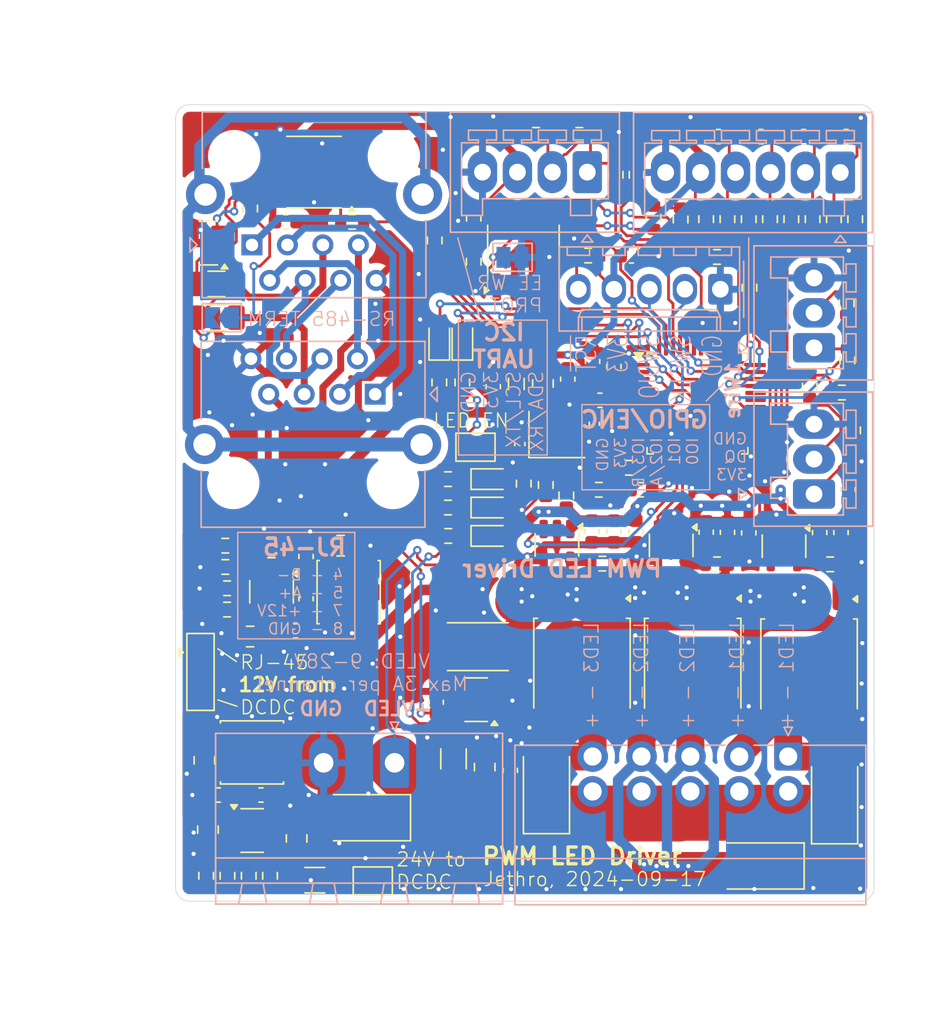
<source format=kicad_pcb>
(kicad_pcb (version 20240108) (generator "pcbnew") (generator_version "8.0")
  (layers (0 "F.Cu" signal) (31 "B.Cu" signal) (34 "B.Paste" user) (35 "F.Paste" user) (36 "B.SilkS" user "B.Silkscreen") (37 "F.SilkS" user "F.Silkscreen") (38 "B.Mask" user) (39 "F.Mask" user) (44 "Edge.Cuts" user))
  (net 0 "")
  (net 1 "+3V3")
  (net 2 "GND")
  (net 3 "Net-(U2-PF1)")
  (net 4 "/IO0")
  (net 5 "/IO1")
  (net 6 "Net-(U2-PF0)")
  (net 7 "Net-(U2-VREF+)")
  (net 8 "/IO2")
  (net 9 "/IO3")
  (net 10 "/~{RST}")
  (net 12 "Net-(JP2-B)")
  (net 13 "+12V")
  (net 14 "Net-(U3-BST)")
  (net 15 "Net-(U3-SW)")
  (net 16 "Net-(U4-SW)")
  (net 17 "Net-(U4-BST)")
  (net 18 "Net-(JP3-B)")
  (net 19 "VCC")
  (net 20 "/LED_COM")
  (net 21 "Net-(D1-K)")
  (net 22 "Net-(D2-K)")
  (net 23 "Net-(D3-K)")
  (net 24 "Net-(D4-K)")
  (net 25 "/LED1")
  (net 26 "/LED2")
  (net 27 "Net-(D5-K)")
  (net 28 "/LED1/LED_IN")
  (net 29 "/LED2/LED_IN")
  (net 30 "/LED3/LED_IN")
  (net 31 "Net-(D10-A2)")
  (net 32 "Net-(D10-A1)")
  (net 33 "/B")
  (net 34 "/A")
  (net 35 "Net-(J1-Pin_1)")
  (net 36 "/SDA")
  (net 37 "/SCL")
  (net 38 "/SWCLK")
  (net 39 "/SWDIO")
  (net 40 "Net-(J6-Pin_2)")
  (net 41 "Net-(J6-Pin_1)")
  (net 42 "Net-(J7-Pin_2)")
  (net 43 "Net-(J7-Pin_1)")
  (net 44 "Net-(J10-PadSH)")
  (net 45 "Net-(J10-Pad1)")
  (net 46 "/1WIREx")
  (net 47 "Net-(J10-Pad3)")
  (net 48 "VCCQ")
  (net 49 "Net-(J10-Pad2)")
  (net 50 "Net-(JP1-A)")
  (net 51 "Net-(JP4-A)")
  (net 52 "Net-(Q1-G)")
  (net 53 "Net-(Q2-G)")
  (net 54 "Net-(Q3-G)")
  (net 55 "Net-(U2-PA8)")
  (net 56 "Net-(U2-PB6)")
  (net 57 "Net-(U2-PB7)")
  (net 58 "/RX")
  (net 59 "Net-(U2-PB11)")
  (net 60 "Net-(U2-PB14)")
  (net 61 "Net-(U2-PB15)")
  (net 62 "Net-(U3-EN)")
  (net 63 "Net-(U4-EN)")
  (net 64 "/1WIRE")
  (net 65 "Net-(U3-FB)")
  (net 66 "Net-(U4-FB)")
  (net 67 "/VCC_SENSE")
  (net 68 "/12V_SENSE")
  (net 69 "Net-(U6-OUT)")
  (net 70 "Net-(U7-OUT)")
  (net 71 "Net-(U8-OUT)")
  (net 72 "/TX")
  (net 75 "Net-(R44-Pad1)")
  (net 76 "/SDA2")
  (net 82 "/SCL2")
  (net 83 "/O1_SW")
  (net 84 "Net-(U2-PA9{slash}NC)")
  (net 85 "Net-(U2-PA11{slash}PA9)")
  (net 90 "/O3_SW")
  (net 92 "/O2_SW")
  (net 94 "Net-(U2-PA12{slash}PA10)")
  (net 96 "/RS485_RW")
  (net 97 "/CUR_SENSE")
  (footprint "Resistor_SMD:R_0603_1608Metric" (layer "F.Cu") (at 84.074 111.189 90)
    (property "Reference" "R19" (hide yes))
    (property "Value" "330R")
  )
  (footprint "Resistor_SMD:R_0603_1608Metric" (layer "F.Cu") (at 85.598 111.189 90)
    (property "Reference" "R4" (hide yes))
    (property "Value" "24k")
  )
  (footprint "Package_TO_SOT_SMD:TO-252-2" (layer "F.Cu") (at 69.089 143.0642 -90)
    (property "Reference" "Q3" (hide yes))
    (property "Value" "MDD50N06D")
  )
  (footprint "Capacitor_SMD:C_0603_1608Metric" (layer "F.Cu") (at 47.8914 111.379)
    (property "Reference" "C35" (hide yes))
    (property "Value" "100n")
  )
  (footprint "Capacitor_SMD:C_0805_2012Metric" (layer "F.Cu") (at 66.294 122.9475 -90)
    (property "Reference" "C6" (hide yes))
    (property "Value" "1u")
  )
  (footprint "Resistor_SMD:R_0603_1608Metric" (layer "F.Cu") (at 59.5 131.826 180)
    (property "Reference" "R1" (hide yes))
    (property "Value" "24k")
  )
  (footprint "Resistor_SMD:R_0603_1608Metric" (layer "F.Cu") (at 43.6882 137.6042 180)
    (property "Reference" "R24" (hide yes))
    (property "Value" "4k7")
  )
  (footprint "Capacitor_SMD:C_0603_1608Metric" (layer "F.Cu") (at 77.98 133.591 -90)
    (property "Reference" "C29" (hide yes))
    (property "Value" "10n")
  )
  (footprint "Resistor_SMD:R_0603_1608Metric" (layer "F.Cu") (at 72.453 128.9812)
    (property "Reference" "R44" (hide yes))
    (property "Value" "0")
  )
  (footprint "Capacitor_SMD:C_0805_2012Metric" (layer "F.Cu") (at 45.3362 141.0586 180)
    (property "Reference" "C15" (hide yes))
    (property "Value" "4u7/25V")
  )
  (footprint "Capacitor_SMD:C_0603_1608Metric" (layer "F.Cu") (at 84.95 105.283)
    (property "Reference" "C4" (hide yes))
    (property "Value" "1n")
  )
  (footprint "Resistor_SMD:R_0603_1608Metric" (layer "F.Cu") (at 88.0364 117.2078 90)
    (property "Reference" "R27" (hide yes))
    (property "Value" "330R")
  )
  (footprint "Package_SO:SOIC-8_3.9x4.9mm_P1.27mm" (layer "F.Cu") (at 64.897 113.5746 90)
    (property "Reference" "U1" (hide yes))
    (property "Value" "M24C64-WMN")
  )
  (footprint "Capacitor_SMD:C_0603_1608Metric" (layer "F.Cu") (at 71.374 121.7255 90)
    (property "Reference" "C12" (hide yes))
    (property "Value" "100n")
  )
  (footprint "Capacitor_SMD:C_0805_2012Metric" (layer "F.Cu") (at 62.1284 150.4036 90)
    (property "Reference" "C39" (hide yes))
    (property "Value" "100n/100V")
  )
  (footprint "Capacitor_SMD:C_0805_2012Metric" (layer "F.Cu") (at 48.665 155.509 -90)
    (property "Reference" "C17" (hide yes))
    (property "Value" "100n/100V")
  )
  (footprint "Diode_SMD:D_SMA" (layer "F.Cu") (at 66.548 151.6568 90)
    (property "Reference" "D9" (hide yes))
    (property "Value" "SS210")
  )
  (footprint "LED_SMD:LED_0603_1608Metric" (layer "F.Cu") (at 58.8772 119.7865 90)
    (property "Reference" "D4" (hide yes))
    (property "Value" "LED")
  )
  (footprint "Resistor_SMD:R_0603_1608Metric" (layer "F.Cu") (at 59.499 129.794 180)
    (property "Reference" "R5" (hide yes))
    (property "Value" "1k5")
  )
  (footprint "Capacitor_SMD:C_0603_1608Metric" (layer "F.Cu") (at 43.064 152.4 180)
    (property "Reference" "C36" (hide yes))
    (property "Value" "100n")
  )
  (footprint "Resistor_SMD:R_0603_1608Metric" (layer "F.Cu") (at 78.7542 135.89)
    (property "Reference" "R40" (hide yes))
    (property "Value" "10R")
  )
  (footprint "Capacitor_SMD:C_0603_1608Metric" (layer "F.Cu") (at 69.85 121.3705 90)
    (property "Reference" "C16" (hide yes))
    (property "Value" "4.7uF")
  )
  (footprint "Package_TO_SOT_SMD:TO-252-2" (layer "F.Cu") (at 85.345 143.1122 -90)
    (property "Reference" "Q1" (hide yes))
    (property "Value" "MDD50N06D")
  )
  (footprint "Package_TO_SOT_SMD:SOT-23-5" (layer "F.Cu") (at 67.2968 134.4985 -90)
    (property "Reference" "U8" (hide yes))
    (property "Value" "UCC27517DBVR")
  )
  (footprint "Resistor_SMD:R_0603_1608Metric" (layer "F.Cu") (at 68.897 105.156 180)
    (property "Reference" "R48" (hide yes))
    (property "Value" "1k5")
  )
  (footprint "Resistor_SMD:R_0603_1608Metric" (layer "F.Cu") (at 82.55 111.188 90)
    (property "Reference" "R6" (hide yes))
    (property "Value" "24k")
  )
  (footprint "Resistor_SMD:R_0603_1608Metric" (layer "F.Cu") (at 67.9704 130.9624 90)
    (property "Reference" "R37" (hide yes))
    (property "Value" "24k")
  )
  (footprint "Package_TO_SOT_SMD:TO-252-2" (layer "F.Cu") (at 77.0158 143.0642 -90)
    (property "Reference" "Q2" (hide yes))
    (property "Value" "MDD50N06D")
  )
  (footprint "Package_TO_SOT_SMD:SOT-23-5" (layer "F.Cu") (at 75.4756 134.5383 -90)
    (property "Reference" "U7" (hide yes))
    (property "Value" "UCC27517DBVR")
  )
  (footprint "Resistor_SMD:R_0603_1608Metric" (layer "F.Cu") (at 52.641 111.379 180)
    (property "Reference" "R17" (hide yes))
    (property "Value" "330R")
  )
  (footprint "Package_QFP:LQFP-48_7x7mm_P0.5mm" (layer "F.Cu") (at 77.355 124.377)
    (property "Reference" "U2" (hide yes))
    (property "Value" "STM32G070CBTx")
  )
  (footprint "Capacitor_SMD:C_0603_1608Metric" (layer "F.Cu") (at 61.341 111.174 -90)
    (property "Reference" "C10" (hide yes))
    (property "Value" "100n")
  )
  (footprint "Capacitor_SMD:C_0603_1608Metric" (layer "F.Cu") (at 73.3422 130.556)
    (property "Reference" "C41" (hide yes))
    (property "Value" "DNP")
  )
  (footprint "Resistor_SMD:R_0603_1608Metric" (layer "F.Cu") (at 81.026 111.188 90)
    (property "Reference" "R20" (hide yes))
    (property "Value" "330R")
  )
  (footprint "Inductor_SMD:L_Sunlord_SWPA4030S" (layer "F.Cu") (at 52.3872 137.8822 90)
    (property "Reference" "L3" (hide yes))
    (property "Value" "22u")
  )
  (footprint "Resistor_SMD:R_0603_1608Metric" (layer "F.Cu") (at 78.7522 113.8936 180)
    (property "Reference" "R46" (hide yes))
    (property "Value" "330R")
  )
  (footprint "Fuse:Fuse_1206_3216Metric" (layer "F.Cu") (at 42.923 118.237)
    (property "Reference" "F2" (hide yes))
    (property "Value" "100mA hold")
  )
  (footprint "Capacitor_SMD:C_0603_1608Metric" (layer "F.Cu") (at 48.5902 140.6522)
    (property "Reference" "C18" (hide yes))
    (property "Value" "100n")
  )
  (footprint "Capacitor_SMD:C_0402_1005Metric" (layer "F.Cu") (at 69.977 125.8305 -90)
    (property "Reference" "C5" (hide yes))
    (property "Value" "10p")
  )
  (footprint "Resistor_SMD:R_0603_1608Metric" (layer "F.Cu") (at 45.339 110.427 -90)
    (property "Reference" "R43" (hide yes))
    (property "Value" "120R")
  )
  (footprint "Capacitor_SMD:C_0603_1608Metric" (layer "F.Cu") (at 49.3392 138.3532 90)
    (property "Reference" "C20" (hide yes))
    (property "Value" "100n")
  )
  (footprint "Capacitor_SMD:C_1206_3216Metric" (layer "F.Cu") (at 59.8932 149.811 90)
    (property "Reference" "C38" (hide yes))
    (property "Value" "4u7/100V")
  )
  (footprint "Resistor_SMD:R_0603_1608Metric" (layer "F.Cu") (at 69.533 113.792 180)
    (property "Reference" "R10" (hide yes))
    (property "Value" "24k")
  )
  (footprint "Resistor_SMD:R_0603_1608Metric" (layer "F.Cu") (at 79.502 111.189 90)
    (property "Reference" "R8" (hide yes))
    (property "Value" "24k")
  )
  (footprint "Resistor_SMD:R_0603_1608Metric" (layer "F.Cu") (at 42.188 158.178 90)
    (property "Reference" "R30" (hide yes))
    (property "Value" "150k")
  )
  (footprint "Resistor_SMD:R_0603_1608Metric" (layer "F.Cu") (at 88.4936 126.301 -90)
    (property "Reference" "R28" (hide yes))
    (property "Value" "120R")
  )
  (footprint "Crystal:Crystal_SMD_3225-4Pin_3.2x2.5mm" (layer "F.Cu") (at 67.295 126.6035)
    (property "Reference" "Y1" (hide yes))
    (property "Value" "16MHz" (hide yes))
  )
  (footprint "Resistor_SMD:R_0603_1608Metric" (layer "F.Cu") (at 77.978 111.188 90)
    (property "Reference" "R14" (hide yes))
    (property "Value" "330R")
  )
  (footprint "Capacitor_SMD:C_0603_1608Metric" (layer "F.Cu") (at 63.9572 150.635 90)
    (property "Reference" "C40" (hide yes))
    (property "Value" "1n")
  )
  (footprint "LED_SMD:LED_0603_1608Metric" (layer "F.Cu") (at 60.5282 119.7865 90)
    (property "Reference" "D5" (hide yes))
    (property "Value" "LED")
  )
  (footprint "Resistor_SMD:R_0603_1608Metric" (layer "F.Cu") (at 66.4972 130.2126 -90)
    (property "Reference" "R36" (hide yes))
    (property "Value" "1k5")
  )
  (footprint "Resistor_SMD:R_0603_1608Metric" (layer "F.Cu") (at 65.7982 105.156 180)
    (property "Reference" "R47" (hide yes))
    (property "Value" "1k5")
  )
  (footprint "Jumper:SolderJumper-2_P1.3mm_Open_TrianglePad1.0x1.5mm" (layer "F.Cu") (at 54.1158 158.5468 180)
    (property "Reference" "JP2" (hide yes))
    (property "Value" "12V DCDC")
  )
  (footprint "LED_SMD:LED_0603_1608Metric" (layer "F.Cu") (at 62.6355 133.858)
    (property "Reference" "D2" (hide yes))
    (property "Value" "LED")
  )
  (footprint "Capacitor_SMD:C_0603_1608Metric" (layer "F.Cu") (at 78.854 105.283)
    (property "Reference" "C9" (hide yes))
    (property "Value" "1n")
  )
  (footprint "Resistor_SMD:R_0603_1608Metric" (layer "F.Cu") (at 72.9996 108.013 90)
    (property "Reference" "R15" (hide yes))
    (property "Value" "330R")
  )
  (footprint "Capacitor_SMD:C_0805_2012Metric" (layer "F.Cu") (at 46.8602 134.6832 180)
    (property "Reference" "C24" (hide yes))
    (property "Value" "10u")
  )
  (footprint "Capacitor_SMD:C_0603_1608Metric" (layer "F.Cu") (at 87.63 133.617 -90)
    (property "Reference" "C27" (hide yes))
    (property "Value" "100n")
  )
  (footprint "Package_TO_SOT_SMD:SOT-23-5" (layer "F.Cu") (at 83.5508 134.5891 -90)
    (property "Reference" "U6" (hide yes))
    (property "Value" "UCC27517DBVR")
  )
  (footprint "Resistor_SMD:R_0603_1608Metric" (layer "F.Cu") (at 43.5612 134.5562)
    (property "Reference" "R32" (hide yes))
    (property "Value" "33k")
  )
  (footprint "Resistor_SMD:R_0603_1608Metric" (layer "F.Cu") (at 74.2188 111.0874 90)
    (property "Reference" "R11" (hide yes))
    (property "Value" "1k5")
  )
  (footprint "Capacitor_SMD:C_0603_1608Metric" (layer "F.Cu") (at 79.504 133.604 -90)
    (property "Reference" "C30" (hide yes))
    (property "Value" "100n")
  )
  (footprint "Resistor_SMD:R_0603_1608Metric" (layer "F.Cu") (at 43.712 158.179 -90)
    (property "Reference" "R31" (hide yes))
    (property "Value" "10k7")
  )
  (footprint "Resistor_SMD:R_0603_1608Metric" (layer "F.Cu") (at 76.1492 111.2134 90)
    (property "Reference" "R12" (hide yes))
    (property "Value" "1k5")
  )
  (footprint "Capacitor_SMD:C_0603_1608Metric" (layer "F.Cu") (at 62.738 123.177 90)
    (property "Reference" "C1" (hide yes))
    (property "Value" "100n")
  )
  (footprint "Package_SO:SOIC-8_3.9x4.9mm_P1.27mm" (layer "F.Cu") (at 49.911 107.823 180)
    (property "Reference" "U9" (hide yes))
    (property "Value" "MAX3485")
  )
  (footprint "Resistor_SMD:R_0603_1608Metric" (layer "F.Cu") (at 70.295 130.556)
    (property "Reference" "R38" (hide yes))
    (property "Value" "1k5")
  )
  (footprint "Capacitor_SMD:C_0805_2012Metric" (layer "F.Cu") (at 42.061 149.921 -90)
    (property "Reference" "C23" (hide yes))
    (property "Value" "10u/25V")
  )
  (footprint "Diode_SMD:D_SMA" (layer "F.Cu") (at 81.4832 157.48 180)
    (property "Reference" "D8" (hide yes))
    (property "Value" "SS210")
  )
  (footprint "Resistor_SMD:R_0603_1608Metric" (layer "F.Cu") (at 58.547 112.713 -90)
    (property "Reference" "R42" (hide yes))
    (property "Value" "10k")
  )
  (footprint "Capacitor_SMD:C_0603_1608Metric" (layer "F.Cu") (at 69.8012 133.5402 -90)
    (property "Reference" "C32" (hide yes))
    (property "Value" "10n")
  )
  (footprint "Capacitor_SMD:C_0603_1608Metric" (layer "F.Cu") (at 46.112 152.4 180)
    (property "Reference" "C19" (hide yes))
    (property "Value" "100n")
  )
  (footprint "Fuse:Fuse_1206_3216Metric" (layer "F.Cu") (at 42.923 115.824)
    (property "Reference" "F1" (hide yes))
    (property "Value" "100mA hold")
  )
  (footprint "LED_SMD:LED_0603_1608Metric" (layer "F.Cu") (at 62.6355 129.794)
    (property "Reference" "D3" (hide yes))
    (property "Value" "LED")
  )
  (footprint "Resistor_SMD:R_0603_1608Metric" (layer "F.Cu") (at 61.341 114.236 90)
    (property "Reference" "R13" (hide yes))
    (property "Value" "24k")
  )
  (footprint "Inductor_SMD:L_0805_2012Metric" (layer "F.Cu") (at 64.389 122.9825 90)
    (property "Reference" "L1" (hide yes))
    (property "Value" "L")
  )
  (footprint "LED_SMD:LED_0603_1608Metric" (layer "F.Cu") (at 62.6365 131.826)
    (property "Reference" "D1" (hide yes))
    (property "Value" "LED")
  )
  (footprint "Capacitor_SMD:C_0603_1608Metric" (layer "F.Cu") (at 81.902 105.283)
    (property "Reference" "C7" (hide yes))
    (property "Value" "1n")
  )
  (footprint "Resistor_SMD:R_0603_1608Metric" (layer "F.Cu") (at 45.236 158.178 -90)
    (property "Reference" "R22" (hide yes))
    (property "Value" "4k7")
  )
  (footprint "Resistor_SMD:R_0603_1608Metric" (layer "F.Cu") (at 85.3948 123.1778 -90)
    (property "Reference" "R29" (hide yes))
    (property "Value" "330R")
  )
  (footprint "Jumper:SolderJumper-3_P2.0mm_Open_TrianglePad1.0x1.5mm" (layer "F.Cu") (at 41.7576 143.5924 -90)
    (property "Reference" "JP3" (hide yes))
    (property "Value" "12V SOURCE")
  )
  (footprint "Capacitor_SMD:C_0805_2012Metric" (layer "F.Cu") (at 51.8132 134.5562)
    (property "Reference" "C22" (hide yes))
    (property "Value" "10u")
  )
  (footprint "Package_TO_SOT_SMD:SOT-23-6" (layer "F.Cu") (at 45.4845 154.94)
    (property "Reference" "U3" (hide yes))
    (property "Value" "LGS5148")
  )
  (footprint "Capacitor_SMD:C_0603_1608Metric" (layer "F.Cu") (at 81.028 133.6418 -90)
    (property "Reference" "C31" (hide yes))
    (property "Value" "470n")
  )
  (footprint "Package_TO_SOT_SMD:SOT-23" (layer "F.Cu") (at 42.3441 112.903 180)
    (property "Reference" "D10" (hide yes))
    (property "Value" "SM712_SOT23")
  )
  (footprint "Package_TO_SOT_SMD:SOT-23-5" (layer "F.Cu") (at 61.5201 145.5776 180)
    (property "Reference" "U5" (hide yes))
    (property "Value" "INA180A2")
  )
  (footprint "Capacitor_SMD:C_0603_1608Metric" (layer "F.Cu") (at 49.3392 135.3312 90)
    (property "Reference" "C37" (hide yes))
    (property "Value" "100n")
  )
  (footprint "Resistor_SMD:R_0603_1608Metric" (layer "F.Cu") (at 71.501 108.014 90)
    (property "Reference" "R16" (hide yes))
    (property "Value" "330R")
  )
  (footprint "Resistor_SMD:R_0603_1608Metric" (layer "F.Cu") (at 43.6872 139.1282)
    (property "Reference" "R23" (hide yes))
    (property "Value" "24k")
  )
  (footprint "Resistor_SMD:R_0603_1608Metric" (layer "F.Cu") (at 87.693 123.5964)
    (property "Reference" "R25" (hide yes))
    (property "Value" "4k7")
  )
  (footprint "Resistor_SMD:R_0603_1608Metric" (layer "F.Cu") (at 46.76 158.178 90)
    (property "Reference" "R21" (hide yes))
    (property "Value" "24k")
  )
  (footprint "Capacitor_SMD:C_0603_1608Metric" (layer "F.Cu") (at 87.998 105.283)
    (property "Reference" "C3" (hide yes))
    (property "Value" "1n")
  )
  (footprint "Capacitor_SMD:C_0402_1005Metric" (layer "F.Cu") (at 64.643 127.282 90)
    (property "Reference" "C2" (hide yes))
    (property "Value" "10p")
  )
  (footprint "Jumper:SolderJumper-2_P1.3mm_Open_TrianglePad1.0x1.5mm" (layer "F.Cu") (at 61.468 127.508)
    (property "Reference" "J1" (hide yes))
    (property "Value" "LED_EN")
  )
  (footprint "Resistor_SMD:R_0603_1608Metric" (layer "F.Cu") (at 64.9224 130.111 90)
    (property "Reference" "R35" (hide yes))
    (property "Value" "24k")
  )
  (footprint "Resistor_SMD:R_0603_1608Metric" (layer "F.Cu") (at 58.8772 122.873 -90)
    (property "Reference" "R7" (hide yes))
    (property "Value" "1k5")
  )
  (footprint "Capacitor_SMD:C_0805_2012Metric" (layer "F.Cu") (at 42.315 154.879 -90)
    (property "Reference" "C21" (hide yes))
    (property "Value" "10u/25V")
  )
  (footprint "Capacitor_SMD:C_0603_1608Metric" (layer "F.Cu") (at 88.138 130.543 90)
    (property "Reference" "C28" (hide yes))
    (property "Value" "470n")
  )
  (footprint "Resistor_SMD:R_2512_6332Metric" (layer "F.Cu") (at 61.6365 141.7828 180)
    (property "Reference" "R34" (hide yes))
    (property "Value" "6m")
  )
  (footprint "Inductor_SMD:L_Sunlord_SWPA4030S" (layer "F.Cu") (at 45.466 149.352 180)
    (property "Reference" "L2" (hide yes))
    (property "Value" "22u")
  )
  (footprint "Resistor_SMD:R_0603_1608Metric" (layer "F.Cu") (at 59.5155 133.858 180)
    (property "Reference" "R3" (hide yes))
    (property "Value" "4k7")
  )
  (footprint "Capacitor_SMD:C_0603_1608Metric" (layer "F.Cu") (at 72.9508 133.5402 -90)
    (property "Reference" "C34" (hide yes))
    (property "Value" "470n")
  )
  (footprint "Resistor_SMD:R_0603_1608Metric" (layer "F.Cu") (at 60.5282 122.873 -90)
    (property "Reference" "R9" (hide yes))
    (property "Value" "1k5")
  )
  (footprint "Capacitor_SMD:C_0603_1608Metric" (layer "F.Cu") (at 86.106 133.617 -90)
    (property "Reference" "C26" (hide yes))
    (property "Value" "10n")
  )
  (footprint "Capacitor_SMD:C_0603_1608Metric" (layer "F.Cu") (at 70.371 124.1515 180)
    (property "Reference" "C13" (hide yes))
    (property "Value" "100n")
  )
  (footprint "Diode_SMD:D_SMA" (layer "F.Cu") (at 53.308 154.0256 180)
    (property "Reference" "D6" (hide yes))
    (property "Value" "SMAJ28A")
  )
  (footprint "Resistor_SMD:R_0603_1608Metric" (layer "F.Cu") (at 88.646 111.189 90)
    (property "Reference" "R2" (hide yes))
    (property "Value" "24k")
  )
  (footprint "Resistor_SMD:R_0603_1608Metric" (layer "F.Cu") (at 81.0768 116.0902 90)
    (property "Reference" "R45" (hide yes))
    (property "Value" "330R")
  )
  (footprint "Resistor_SMD:R_0603_1608Metric" (layer "F.Cu") (at 43.5602 136.0802 180)
    (property "Reference" "R33" (hide yes))
    (property "Value" "10k7")
  )
  (footprint "Resistor_SMD:R_0603_1608Metric" (layer "F.Cu") (at 86.8558 135.89)
    (property "Reference" "R39" (hide yes))
    (property "Value" "10R")
  )
  (footprint "Capacitor_SMD:C_0603_1608Metric" (layer "F.Cu") (at 68.072 122.6405 -90)
    (property "Reference" "C8" (hide yes))
    (property "Value" "100n")
  )
  (footprint "Capacitor_SMD:C_0603_1608Metric" (layer "F.Cu") (at 58.6554 145.7582 90)
    (property "Reference" "C25" (hide yes))
    (property "Value" "100n")
  )
  (footprint "Capacitor_SMD:C_1206_3216Metric" (layer "F.Cu") (at 49.971 158.496 180)
    (property "Reference" "C14" (hide yes))
    (property "Value" "4u7/100V")
  )
  (footprint "Diode_SMD:D_SMA" (layer "F.Cu") (at 87.1728 152.3812 90)
    (property "Reference" "D7" (hide yes))
    (property "Value" "SS210")
  )
  (footprint "Resistor_SMD:R_0603_1608Metric" (layer "F.Cu") (at 88.0872 121.2982 90)
    (property "Reference" "R26" (hide yes))
    (property "Value" "120R")
  )
  (footprint "Resistor_SMD:R_0603_1608Metric" (layer "F.Cu") (at 70.551 135.8392)
    (property "Reference" "R41" (hide yes))
    (property "Value" "10R")
  )
  (footprint "Capacitor_SMD:C_0603_1608Metric" (layer "F.Cu") (at 72.6316 113.8174)
    (property "Reference" "C11" (hide yes))
    (property "Value" "100n")
  )
  (footprint "Capacitor_SMD:C_0603_1608Metric" (layer "F.Cu") (at 71.376 133.5402 -90)
    (property "Reference" "C33" (hide yes))
    (property "Value" "100n")
  )
  (footprint "Resistor_SMD:R_0603_1608Metric" (layer "F.Cu") (at 87.122 111.189 90)
    (property "Reference" "R18" (hide yes))
    (property "Value" "330R")
  )
  (footprint "Package_TO_SOT_SMD:SOT-23-6" (layer "F.Cu") (at 46.8694 137.8533 -90)
    (property "Reference" "U4" (hide yes))
    (property "Value" "LGS5148")
  )
  (footprint "Jumper:SolderJumper-2_P1.3mm_Open_TrianglePad1.0x1.5mm" (layer "B.Cu") (at 43.307 118.237 180)
    (property "Reference" "JP4" (hide yes))
    (property "Value" "Jumper_2_Open")
  )
  (footprint "meteopress_footprints:15EDGVC-2.5-06P-14" (layer "B.Cu") (at 87.5792 107.8484 180)
    (property "Reference" "J4" (hide yes))
    (property "Value" "GPIO")
  )
  (footprint "Jumper:SolderJumper-2_P1.3mm_Bridged_Pad1.0x1.5mm" (layer "B.Cu") (at 64.12 113.919)
    (property "Reference" "JP1" (hide yes))
    (property "Value" "SolderJumper_2_Bridged")
  )
  (footprint "meteopress_footprints:15EDGVC-2.5-04P-14" (layer "B.Cu") (at 69.469 107.823 180)
    (property "Reference" "J2" (hide yes))
    (property "Value" "I2C")
  )
  (footprint "meteopress_footprints:RJJS-88-A22-E1V" (layer "B.Cu") (at 54.286 123.7165 180)
    (property "Reference" "J10" (hide yes))
    (property "Value" "RJ45_Shielded")
  )
  (footprint "meteopress_footprints:15EDGVC-2.5-03P-14" (layer "B.Cu") (at 85.6996 120.396 90)
    (property "Reference" "J6" (hide yes))
    (property "Value" "1WIRE1")
  )
  (footprint "meteopress_footprints:RJJS-88-A22-E1V" (layer "B.Cu") (at 45.466 113.03)
    (property "Reference" "J9" (hide yes))
    (property "Value" "RJ45_Shielded")
  )
  (footprint "Connector_Molex:Molex_KK-254_AE-6410-05A_1x05_P2.54mm_Vertical" (layer "B.Cu") (at 78.994 116.205 180)
    (property "Reference" "J3" (hide yes))
    (property "Value" "PROG")
  )
  (footprint "Connector_Phoenix_MSTB:PhoenixContact_MSTB_2,5_2-GF-5,08_1x02_P5.08mm_Horizontal_ThreadedFlange" (layer "B.Cu") (at 55.6768 150.0957 180)
    (property "Reference" "J5" (hide yes))
    (property "Value" "POWER")
  )
  (footprint "LED_driver:15EDGRHCM-THR-3,50-10P-13" (layer "B.Cu") (at 83.85 152.146 180)
    (property "Reference" "J8" (hide yes))
    (property "Value" "LED")
  )
  (footprint "meteopress_footprints:15EDGVC-2.5-03P-14" (layer "B.Cu") (at 85.6996 130.8608 90)
    (property "Reference" "J7" (hide yes))
    (property "Value" "1WIRE2")
  )
  (gr_line (start 44.45 133.604) (end 44.45 141.224) (stroke (width 0.1)) (layer "B.SilkS"))
  (gr_line (start 79.248 122.936) (end 77.978 124.206) (stroke (width 0.1)) (layer "B.SilkS"))
  (gr_line (start 69.088 130.556) (end 69.088 124.46) (stroke (width 0.1)) (layer "B.SilkS"))
  (gr_line (start 78.232 130.556) (end 69.088 130.556) (stroke (width 0.1)) (layer "B.SilkS"))
  (gr_line (start 78.232 124.46) (end 78.232 130.556) (stroke (width 0.1)) (layer "B.SilkS"))
  (gr_line (start 52.832 133.604) (end 44.45 133.604) (stroke (width 0.1)) (layer "B.SilkS"))
  (gr_line (start 66.5988 118.4148) (end 60.2488 118.4148) (stroke (width 0.1)) (layer "B.SilkS"))
  (gr_line (start 44.45 141.224) (end 52.832 141.224) (stroke (width 0.1)) (layer "B.SilkS"))
  (gr_line (start 81.026 121.158) (end 81.026 112.522) (stroke (width 0.1)) (layer "B.SilkS"))
  (gr_line (start 60.198 112.522) (end 61.722 118.11) (stroke (width 0.1)) (layer "B.SilkS"))
  (gr_line (start 69.088 124.46) (end 78.232 124.46) (stroke (width 0.1)) (layer "B.SilkS"))
  (gr_line (start 80.518 121.666) (end 81.026 121.158) (stroke (width 0.1)) (layer "B.SilkS"))
  (gr_line (start 60.2488 118.4148) (end 60.2488 128.0668) (stroke (width 0.1)) (layer "B.SilkS"))
  (gr_line (start 66.5988 128.0668) (end 66.5988 118.4148) (stroke (width 0.1)) (layer "B.SilkS"))
  (gr_line (start 60.2488 128.0668) (end 66.5988 128.0668) (stroke (width 0.1)) (layer "B.SilkS"))
  (gr_line (start 52.832 141.224) (end 52.832 133.604) (stroke (width 0.1)) (layer "B.SilkS"))
  (gr_line (start 44.3484 142.8496) (end 43.0276 141.9352) (stroke (width 0.1)) (layer "F.SilkS"))
  (gr_line (start 44.3992 146.05) (end 43.0276 145.5928) (stroke (width 0.1)) (layer "F.SilkS"))
  (gr_arc (start 89 103) (mid 89.707107 103.292893) (end 90 104) (stroke (width 0.05)) (layer "Edge.Cuts"))
  (gr_line (start 90 159) (end 90 104) (stroke (width 0.05)) (layer "Edge.Cuts"))
  (gr_arc (start 40 104) (mid 40.292893 103.292893) (end 41 103) (stroke (width 0.05)) (layer "Edge.Cuts"))
  (gr_line (start 40 104) (end 40 159) (stroke (width 0.05)) (layer "Edge.Cuts"))
  (gr_line (start 89 103) (end 41 103) (stroke (width 0.05)) (layer "Edge.Cuts"))
  (gr_line (start 41 160) (end 89 160) (stroke (width 0.05)) (layer "Edge.Cuts"))
  (gr_arc (start 41 160) (mid 40.292893 159.707107) (end 40 159) (stroke (width 0.05)) (layer "Edge.Cuts"))
  (gr_arc (start 90 159) (mid 89.707107 159.707107) (end 89 160) (stroke (width 0.05)) (layer "Edge.Cuts"))
  (gr_text "LED3 - +" (at 70.358 139.954 90) (layer "B.SilkS") (effects (font (size 1 1) (thickness 0.1)) (justify left bottom mirror)))
  (gr_text "LED2 - +" (at 77.216 139.954 90) (layer "B.SilkS") (effects (font (size 1 1) (thickness 0.1)) (justify left bottom mirror)))
  (gr_text "~{RST}\n3V3\nSWDIO\nSWCLK\nGND" (at 79.248 119.38 90) (layer "B.SilkS") (effects (font (size 1.4 1) (thickness 0.1)) (justify left bottom mirror)))
  (gr_text "LED1 - +" (at 80.772 139.954 90) (layer "B.SilkS") (effects (font (size 1 1) (thickness 0.1)) (justify left bottom mirror)))
  (gr_text "LED2 - +" (at 73.914 139.954 90) (layer "B.SilkS") (effects (font (size 1 1) (thickness 0.1)) (justify left bottom mirror)))
  (gr_text "4 - B-\n5 - A+\n7 - +12V\n8 - GND" (at 52.07 140.97 0) (layer "B.SilkS") (effects (font (size 0.8 0.8) (thickness 0.1)) (justify left bottom mirror)))
  (gr_text "GND" (at 52.07 146.812 0) (layer "B.SilkS") (effects (font (size 1 1) (thickness 0.2) (bold yes)) (justify left bottom mirror)))
  (gr_text "RJ-45" (at 52.324 135.382 0) (layer "B.SilkS") (effects (font (size 1.2 1.2) (thickness 0.24) (bold yes)) (justify left bottom mirror)))
  (gr_text "GND\n3V3\nIO3/B\nIO2/A\nIO1\nIO0" (at 77.47 126.746 90) (layer "B.SilkS") (effects (font (size 0.8 0.8) (thickness 0.1)) (justify left bottom mirror)))
  (gr_text "RS-485 TERM" (at 55.8292 118.9228 0) (layer "B.SilkS") (effects (font (size 1 1) (thickness 0.1)) (justify left bottom mirror)))
  (gr_text "VLED: 9-28V\nMax 3A per channel" (at 53.34 145.034 0) (layer "B.SilkS") (effects (font (size 1 1) (thickness 0.1)) (justify bottom mirror)))
  (gr_text "EE WR\nPROT" (at 66.3448 117.9576 0) (layer "B.SilkS") (effects (font (size 1 1) (thickness 0.1)) (justify left bottom mirror)))
  (gr_text "I2C\nUART" (at 63.5 121.92 0) (layer "B.SilkS") (effects (font (size 1.2 1.2) (thickness 0.24) (bold yes)) (justify bottom mirror)))
  (gr_text "1Wire" (at 80.4672 121.3104 90) (layer "B.SilkS") (effects (font (size 1 1) (thickness 0.2) (bold yes)) (justify left bottom mirror)))
  (gr_text "GND\n3V3\nSCL/TX\nSDA/RX" (at 66.3956 121.9708 90) (layer "B.SilkS") (effects (font (size 1 1) (thickness 0.1)) (justify left bottom mirror)))
  (gr_text "GPIO/ENC" (at 78.232 126.238 0) (layer "B.SilkS") (effects (font (size 1.2 1.2) (thickness 0.24) (bold yes)) (justify left bottom mirror)))
  (gr_text "PWM LED Driver" (at 74.93 136.906 -0) (layer "B.SilkS") (effects (font (size 1.2 1.2) (thickness 0.24) (bold yes)) (justify left bottom mirror)))
  (gr_text "LED1 - +" (at 84.328 139.954 90) (layer "B.SilkS") (effects (font (size 1 1) (thickness 0.1)) (justify left bottom mirror)))
  (gr_text "+VLED" (at 58.42 146.812 0) (layer "B.SilkS") (effects (font (size 1 1) (thickness 0.2) (bold yes)) (justify left bottom mirror)))
  (gr_text "GND\nDQ\n3V3" (at 80.9752 129.9464 0) (layer "B.SilkS") (effects (font (size 0.8 0.8) (thickness 0.1)) (justify left bottom mirror)))
  (gr_text "24V to\nDCDC" (at 55.7276 159.2072 0) (layer "F.SilkS") (effects (font (size 1 1) (thickness 0.1)) (justify left bottom)))
  (gr_text "LED EN" (at 58.3692 126.1872 0) (layer "F.SilkS") (effects (font (size 1 1) (thickness 0.1)) (justify left bottom)))
  (gr_text "12V from" (at 44.3992 145.0848 0) (layer "F.SilkS") (effects (font (size 1 1) (thickness 0.2) (bold yes)) (justify left bottom)))
  (gr_text "Jethro, 2024-09-17\n" (at 61.976 159.004 0) (layer "F.SilkS") (effects (font (size 1 1) (thickness 0.1)) (justify left bottom)))
  (gr_text "PWM LED Driver" (at 61.8236 157.48 0) (layer "F.SilkS") (effects (font (size 1.2 1.2) (thickness 0.24) (bold yes)) (justify left bottom)))
  (gr_text "RJ-45\n\nDCDC" (at 44.5516 146.7104 0) (layer "F.SilkS") (effects (font (size 1 1) (thickness 0.1)) (justify left bottom)))
  (segment (start 62.52 110.399) (end 62.992 110.871) (width 0.2) (layer "F.Cu") (net 1))
  (segment (start 74.9118 103.831) (end 68.072 103.831) (width 0.5) (layer "F.Cu") (net 1))
  (segment (start 73.1925 124.127) (end 71.1705 124.127) (width 0.2) (layer "F.Cu") (net 1))
  (segment (start 50.8632 134.5562) (end 50.8632 132.0546) (width 0.75) (layer "F.Cu") (net 1))
  (segment (start 61.722 121.367339) (end 61.722 123.0376) (width 0.5) (layer "F.Cu") (net 1))
  (segment (start 73.96241 123.127) (end 74.23 123.39459) (width 0.2) (layer "F.Cu") (net 1))
  (segment (start 57.5564 136.311471) (end 51.3334 130.088471) (width 0.2) (layer "F.Cu") (net 1))
  (segment (start 64.389 107.823) (end 64.469 107.823) (width 0.2) (layer "F.Cu") (net 1))
  (segment (start 50.406 130.8484) (end 50.406 131.8898) (width 0.75) (layer "F.Cu") (net 1))
  (segment (start 44.958 133.4132) (end 45.235772 133.4132) (width 0.2) (layer "F.Cu") (net 1))
  (segment (start 71.374 122.5005) (end 70.205 122.5005) (width 0.5) (layer "F.Cu") (net 1))
  (segment (start 49.7138 132.0546) (end 48.7521 133.0163) (width 0.75) (layer "F.Cu") (net 1))
  (segment (start 49.3392 136.1062) (end 52.1112 136.1062) (width 0.75) (layer "F.Cu") (net 1))
  (segment (start 48.410999 109.728) (end 48.741899 109.397099) (width 0.5) (layer "F.Cu") (net 1))
  (segment (start 61.341 110.399) (end 60.278671 110.399) (width 0.2) (layer "F.Cu") (net 1))
  (segment (start 79.502 111.252) (end 77.679352 111.252) (width 0.2) (layer "F.Cu") (net 1))
  (segment (start 85.598 112.014) (end 85.598 111.252) (width 0.2) (layer "F.Cu") (net 1))
  (segment (start 44.958 133.4132) (end 43.2562 133.4132) (width 0.2) (layer "F.Cu") (net 1))
  (segment (start 64.389 125.2474) (end 64.389 124.045) (width 0.2) (layer "F.Cu") (net 1))
  (segment (start 69.85 122.1455) (end 68.6085 120.904) (width 0.5) (layer "F.Cu") (net 1))
  (segment (start 48.1076 132.3718) (end 48.7521 133.0163) (width 0.2) (layer "F.Cu") (net 1))
  (segment (start 57.5564 136.7536) (end 57.5564 136.311471) (width 0.2) (layer "F.Cu") (net 1))
  (segment (start 88.646 111.506) (end 88.392 111.252) (width 0.2) (layer "F.Cu") (net 1))
  (segment (start 70.205 122.5005) (end 69.85 122.1455) (width 0.5) (layer "F.Cu") (net 1))
  (segment (start 63.754 120.904) (end 63.512 120.662) (width 0.5) (layer "F.Cu") (net 1))
  (segment (start 88.518 125.35) (end 88.392 125.476) (width 0.2) (layer "F.Cu") (net 1))
  (segment (start 48.741899 109.397099) (end 48.8696 109.269398) (width 0.5) (layer "F.Cu") (net 1))
  (segment (start 60.198 105.664) (end 63.41 105.664) (width 0.5) (layer "F.Cu") (net 1))
  (segment (start 89.167 117.7544) (end 89.167 113.043) (width 0.2) (layer "F.Cu") (net 1))
  (segment (start 70.358 115.189) (end 71.374 116.205) (width 0.2) (layer "F.Cu") (net 1))
  (segment (start 77.679352 111.252) (end 77.203 110.775648) (width 0.2) (layer "F.Cu") (net 1))
  (segment (start 58.661 146.5276) (end 58.6554 146.5332) (width 0.5) (layer "F.Cu") (net 1))
  (segment (start 61.341 110.399) (end 62.52 110.399) (width 0.2) (layer "F.Cu") (net 1))
  (segment (start 63.423 128.8534) (end 63.1952 128.6256) (width 0.2) (layer "F.Cu") (net 1))
  (segment (start 73.1925 123.127) (end 72.0005 123.127) (width 0.2) (layer "F.Cu") (net 1))
  (segment (start 61.813 110.399) (end 64.389 107.823) (width 0.2) (layer "F.Cu") (net 1))
  (segment (start 62.738 124.5616) (end 62.2808 125.0188) (width 0.75) (layer "F.Cu") (net 1))
  (segment (start 88.518 123.952) (end 88.519 123.951) (width 0.2) (layer "F.Cu") (net 1))
  (segment (start 59.308 111.888) (end 58.547 111.888) (width 0.2) (layer "F.Cu") (net 1))
  (segment (start 77.5792 106.4984) (end 74.9118 103.831) (width 0.5) (layer "F.Cu") (net 1))
  (segment (start 71.1705 124.127) (end 71.146 124.1515) (width 0.2) (layer "F.Cu") (net 1))
  (segment (start 88.518 123.952) (end 88.518 125.35) (width 0.2) (layer "F.Cu") (net 1))
  (segment (start 61.341 110.399) (end 61.813 110.399) (width 0.2) (layer "F.Cu") (net 1))
  (segment (start 68.6085 120.904) (end 67.945 120.904) (width 0.5) (layer "F.Cu") (net 1))
  (segment (start 63.8556 125.7808) (end 64.389 125.2474) (width 0.2) (layer "F.Cu") (net 1))
  (segment (start 63.41 105.664) (end 63.41 105.318) (width 0.5) (layer "F.Cu") (net 1))
  (segment (start 77.203 110.3884) (end 77.203 108.2246) (width 0.2) (layer "F.Cu") (net 1))
  (segment (start 49.3392 136.1062) (end 49.2332 136.1062) (width 0.75) (layer "F.Cu") (net 1))
  (segment (start 52.1112 136.1062) (end 52.3872 136.3822) (width 0.75) (layer "F.Cu") (net 1))
  (segment (start 82.55 112.013) (end 82.55 111.252) (width 0.2) (layer "F.Cu") (net 1))
  (segment (start 88.519 122.428) (end 88.772 122.428) (width 0.2) (layer "F.Cu") (net 1))
  (segment (start 51.3334 129.921) (end 50.406 130.8484) (width 0.75) (layer "F.Cu") (net 1))
  (segment (start 89.167 113.043) (end 88.646 112.522) (width 0.2) (layer "F.Cu") (net 1))
  (segment (start 61.341 113.411) (end 60.706 113.411) (width 0.2) (layer "F.Cu") (net 1))
  (segment (start 51.6862 136.3822) (end 52.3872 136.3822) (width 0.75) (layer "F.Cu") (net 1))
  (segment (start 72.0005 123.127) (end 71.374 122.5005) (width 0.2) (layer "F.Cu") (net 1))
  (segment (start 89.4 121.8) (end 89.4 117.9874) (width 0.2) (layer "F.Cu") (net 1))
  (segment (start 63.512 120.662) (end 62.427339 120.662) (width 0.5) (layer "F.Cu") (net 1))
  (segment (start 74.23 123.85941) (end 73.96241 124.127) (width 0.2) (layer "F.Cu") (net 1))
  (segment (start 85.598 111.252) (end 82.55 111.252) (width 0.2) (layer "F.Cu") (net 1))
  (segment (start 77.203 110.775648) (end 77.203 110.3884) (width 0.2) (layer "F.Cu") (net 1))
  (segment (start 50.8632 132.0546) (end 50.2412 132.0546) (width 0.75) (layer "F.Cu") (net 1))
  (segment (start 50.8632 134.5562) (end 50.8632 135.5592) (width 0.75) (layer "F.Cu") (net 1))
  (segment (start 67.945 120.904) (end 63.754 120.904) (width 0.5) (layer "F.Cu") (net 1))
  (segment (start 67.945 120.904) (end 68.072 120.904) (width 0.5) (layer "F.Cu") (net 1))
  (segment (start 59.089 104.555) (end 60.198 105.664) (width 0.5) (layer "F.Cu") (net 1))
  (segment (start 88.772 122.428) (end 89.4 121.8) (width 0.2) (layer "F.Cu") (net 1))
  (segment (start 48.8696 109.269398) (end 48.8696 105.664) (width 0.5) (layer "F.Cu") (net 1))
  (segment (start 57.5812 146.5332) (end 57.5564 146.558) (width 0.2) (layer "F.Cu") (net 1))
  (segment (start 89.4 117.9874) (end 89.167 117.7544) (width 0.2) (layer "F.Cu") (net 1))
  (segment (start 73.96241 124.127) (end 73.1925 124.127) (width 0.2) (layer "F.Cu") (net 1))
  (segment (start 64.389 124.045) (end 62.831 124.045) (width 0.5) (layer "F.Cu") (net 1))
  (segment (start 70.358 113.792) (end 70.358 115.189) (width 0.2) (layer "F.Cu") (net 1))
  (segment (start 60.278671 110.399) (end 59.563 111.114671) (width 0.2) (layer "F.Cu") (net 1))
  (segment (start 68.0476 105.156) (end 68.0476 103.8554) (width 0.2) (layer "F.Cu") (net 1))
  (segment (start 62.6364 123.952) (end 61.722 123.0376) (width 0.75) (layer "F.Cu") (net 1))
  (segment (start 63.423 129.794) (end 63.423 128.8534) (width 0.2) (layer "F.Cu") (net 1))
  (segment (start 56.2356 125.0188) (end 51.3334 129.921) (width 0.75) (layer "F.Cu") (net 1))
  (segment (start 62.427339 120.662) (end 61.722 121.367339) (width 0.5) (layer "F.Cu") (net 1))
  (segment (start 77.5792 107.8484) (end 77.5792 106.4984) (width 0.5) (layer "F.Cu") (net 1))
  (segment (start 68.0476 103.8554) (end 68.072 103.831) (width 0.2) (layer "F.Cu") (net 1))
  (segment (start 82.55 111.252) (end 79.502 111.252) (width 0.2) (layer "F.Cu") (net 1))
  (segment (start 62.738 123.952) (end 62.738 124.5616) (width 0.75) (layer "F.Cu") (net 1))
  (segment (start 64.469 106.723) (end 64.469 107.823) (width 0.5) (layer "F.Cu") (net 1))
  (segment (start 60.706 113.411) (end 59.563 112.268) (width 0.2) (layer "F.Cu") (net 1))
  (segment (start 64.9996 103.9336) (end 64.897 103.831) (width 0.2) (layer "F.Cu") (net 1))
  (segment (start 73.1925 123.127) (end 73.96241 123.127) (width 0.2) (layer "F.Cu") (net 1))
  (segment (start 46.964 111.379) (end 46.964 110.2) (width 0.5) (layer "F.Cu") (net 1))
  (segment (start 49.9786 104.555) (end 59.089 104.555) (width 0.5) (layer "F.Cu") (net 1))
  (segment (start 77.5792 107.9678) (end 77.5792 107.8484) (width 0.5) (layer "F.Cu") (net 1))
  (segment (start 46.277172 132.3718) (end 48.1076 132.3718) (width 0.2) (layer "F.Cu") (net 1))
  (segment (start 51.3334 130.088471) (end 51.3334 129.921) (width 0.2) (layer "F.Cu") (net 1))
  (segment (start 59.563 111.114671) (end 59.563 111.633) (width 0.2) (layer "F.Cu") (net 1))
  (segment (start 50.2412 132.0546) (end 49.7138 132.0546) (width 0.75) (layer "F.Cu") (net 1))
  (segment (start 62.2808 125.0188) (end 56.2356 125.0188) (width 0.75) (layer "F.Cu") (net 1))
  (segment (start 49.2332 136.1062) (end 47.8102 134.6832) (width 0.75) (layer "F.Cu") (net 1))
  (segment (start 42.7362 133.9332) (end 42.7362 134.5562) (width 0.2) (layer "F.Cu") (net 1))
  (segment (start 50.8632 135.5592) (end 51.6862 136.3822) (width 0.75) (layer "F.Cu") (net 1))
  (segment (start 59.563 112.268) (end 59.563 111.633) (width 0.2) (layer "F.Cu") (net 1))
  (segment (start 63.41 105.664) (end 64.469 106.723) (width 0.5) (layer "F.Cu") (net 1))
  (segment (start 46.964 110.2) (end 47.436 109.728) (width 0.5) (layer "F.Cu") (net 1))
  (segment (start 62.738 123.952) (end 62.6364 123.952) (width 0.75) (layer "F.Cu") (net 1))
  (segment (start 68.072 103.831) (end 64.897 103.831) (width 0.5) (layer "F.Cu") (net 1))
  (segment (start 88.646 112.522) (end 88.646 112.014) (width 0.2) (layer "F.Cu") (net 1))
  (segment (start 62.831 124.045) (end 62.738 123.952) (width 0.5) (layer "F.Cu") (net 1))
  (segment (start 63.1952 128.6256) (end 63.1952 126.3904) (width 0.2) (layer "F.Cu") (net 1))
  (segment (start 48.8696 105.664) (end 49.9786 104.555) (width 0.5) (layer "F.Cu") (net 1))
  (segment (start 74.23 123.39459) (end 74.23 123.85941) (width 0.2) (layer "F.Cu") (net 1))
  (segment (start 88.519 123.951) (end 88.519 122.428) (width 0.2) (layer "F.Cu") (net 1))
  (segment (start 48.7521 133.0163) (end 47.8102 133.9582) (width 0.75) (layer "F.Cu") (net 1))
  (segment (start 47.436 109.728) (end 48.410999 109.728) (width 0.5) (layer "F.Cu") (net 1))
  (segment (start 79.502 112.014) (end 79.502 111.252) (width 0.2) (layer "F.Cu") (net 1))
  (segment (start 50.406 131.8898) (end 50.2412 132.0546) (width 0.75) (layer "F.Cu") (net 1))
  (segment (start 63.41 105.318) (end 64.897 103.831) (width 0.5) (layer "F.Cu") (net 1))
  (segment (start 59.563 111.633) (end 59.308 111.888) (width 0.2) (layer "F.Cu") (net 1))
  (segment (start 63.8048 125.7808) (end 63.8556 125.7808) (width 0.2) (layer "F.Cu") (net 1))
  (segment (start 77.203 108.2246) (end 77.5792 107.8484) (width 0.2) (layer "F.Cu") (net 1))
  (segment (start 76.0984 110.3884) (end 77.203 110.3884) (width 0.2) (layer "F.Cu") (net 1))
  (segment (start 88.392 111.252) (end 85.598 111.252) (width 0.2) (layer "F.Cu") (net 1))
  (segment (start 63.1952 126.3904) (end 63.8048 125.7808) (width 0.2) (layer "F.Cu") (net 1))
  (segment (start 64.9996 105.156) (end 64.9996 103.9336) (width 0.2) (layer "F.Cu") (net 1))
  (segment (start 74.3448 110.3884) (end 74.2188 110.2624) (width 0.2) (layer "F.Cu") (net 1))
  (segment (start 88.646 112.014) (end 88.646 111.506) (width 0.2) (layer "F.Cu") (net 1))
  (segment (start 58.6554 146.5332) (end 57.5812 146.5332) (width 0.2) (layer "F.Cu") (net 1))
  (segment (start 47.8102 133.9582) (end 47.8102 134.6832) (width 0.75) (layer "F.Cu") (net 1))
  (segment (start 76.0984 110.3884) (end 74.3448 110.3884) (width 0.2) (layer "F.Cu") (net 1))
  (segment (start 45.235772 133.4132) (end 46.277172 132.3718) (width 0.2) (layer "F.Cu") (net 1))
  (segment (start 43.2562 133.4132) (end 42.7362 133.9332) (width 0.2) (layer "F.Cu") (net 1))
  (segment (start 60.3826 146.5276) (end 58.661 146.5276) (width 0.5) (layer "F.Cu") (net 1))
  (via (at 57.5564 146.558) (size 0.6) (drill 0.3) (layers "F.Cu" "B.Cu") (net 1))
  (via (at 57.5564 136.7536) (size 0.6) (drill 0.3) (layers "F.Cu" "B.Cu") (net 1))
  (via (at 68.072 120.904) (size 0.6) (drill 0.3) (layers "F.Cu" "B.Cu") (net 1))
  (segment (start 68.343782 120.921782) (end 69.081512 120.921782) (width 0.5) (layer "B.Cu") (net 1))
  (segment (start 77.5792 107.91972) (end 74.11992 111.379) (width 0.5) (layer "B.Cu") (net 1))
  (segment (start 57.5564 146.558) (end 57.5564 136.7536) (width 0.2) (layer "B.Cu") (net 1))
  (segment (start 71.374 118.629294) (end 71.374 116.205) (width 0.5) (layer "B.Cu") (net 1))
  (segment (start 71.374 114.0968) (end 71.374 116.205) (width 0.5) (layer "B.Cu") (net 1))
  (segment (start 77.5792 107.8484) (end 77.5792 107.91972) (width 0.5) (layer "B.Cu") (net 1))
  (segment (start 74.0918 111.379) (end 71.374 114.0968) (width 0.5) (layer "B.Cu") (net 1))
  (segment (start 68.072 120.904) (end 68.326 120.904) (width 0.5) (layer "B.Cu") (net 1))
  (segment (start 68.326 120.904) (end 68.343782 120.921782) (width 0.5) (layer "B.Cu") (net 1))
  (segment (start 69.081512 120.921782) (end 71.374 118.629294) (width 0.5) (layer "B.Cu") (net 1))
  (segment (start 74.11992 111.379) (end 74.0918 111.379) (width 0.5) (layer "B.Cu") (net 1))
  (segment (start 66.195 125.7535) (end 66.195 123.9965) (width 0.2) (layer "F.Cu") (net 2))
  (segment (start 67.183 134.493) (end 66.421 134.493) (width 0.5) (layer "F.Cu") (net 2))
  (segment (start 69.25547 127.4535) (end 69.59644 127.11253) (width 0.2) (layer "F.Cu") (net 2))
  (segment (start 79.5418 134.4168) (end 79.504 134.379) (width 0.75) (layer "F.Cu") (net 2))
  (segment (start 71.374 120.9505) (end 72.2927 120.9505) (width 0.5) (layer "F.Cu") (net 2))
  (segment (start 68.5075 124.1515) (end 68.199 124.46) (width 0.5) (layer "F.Cu") (net 2))
  (segment (start 49.3652 140.6522) (end 49.3652 141.872) (width 0.5) (layer "F.Cu") (net 2))
  (segment (start 50.5968 150.0957) (end 50.5968 148.336) (width 4) (layer "F.Cu") (net 2))
  (segment (start 47.436 105.918) (end 47.436 104.837) (width 0.5) (layer "F.Cu") (net 2))
  (segment (start 42.7352 136.0802) (end 42.7352 137.4762) (width 0.5) (layer "F.Cu") (net 2))
  (segment (start 41.7322 137.6042) (end 41.7192 137.6172) (width 0.5) (layer "F.Cu") (net 2))
  (segment (start 42.315 155.829) (end 42.072346 155.829) (width 0.5) (layer "F.Cu") (net 2))
  (segment (start 42.037 155.829) (end 41.292865 155.084865) (width 0.5) (layer "F.Cu") (net 2))
  (segment (start 64.643 126.802) (end 64.643 125.857) (width 0.2) (layer "F.Cu") (net 2))
  (segment (start 74.8284 130.556) (end 75.2856 130.0988) (width 0.2) (layer "F.Cu") (net 2))
  (segment (start 65.5828 135.3312) (end 65.1764 135.3312) (width 0.5) (layer "F.Cu") (net 2))
  (segment (start 62.193 127.508) (end 62.193 126.3766) (width 0.2) (layer "F.Cu") (net 2))
  (segment (start 52.7632 133.1518) (end 52.7812 133.1338) (width 0.75) (layer "F.Cu") (net 2))
  (segment (start 44.3862 141.0586) (end 44.3862 142.3794) (width 0.5) (layer "F.Cu") (net 2))
  (segment (start 60.3826 144.6276) (end 61.0934 144.6276) (width 0.2) (layer "F.Cu") (net 2))
  (segment (start 71.12 130.556) (end 71.12 131.6736) (width 0.2) (layer "F.Cu") (net 2))
  (segment (start 75.4756 133.4008) (end 75.4756 132.4234) (width 0.5) (layer "F.Cu") (net 2))
  (segment (start 70.507817 124.945183) (end 69.714134 124.1515) (width 0.2) (layer "F.Cu") (net 2))
  (segment (start 42.061 150.871) (end 42.061 152.172) (width 0.5) (layer "F.Cu") (net 2))
  (segment (start 75.6666 132.2324) (end 75.692 132.2324) (width 0.5) (layer "F.Cu") (net 2))
  (segment (start 71.576013 124.945183) (end 70.507817 124.945183) (width 0.2) (layer "F.Cu") (net 2))
  (segment (start 69.59644 127.061508) (end 69.59644 127.11253) (width 0.2) (layer "F.Cu") (net 2))
  (segment (start 74.1172 130.556) (end 74.8284 130.556) (width 0.2) (layer "F.Cu") (net 2))
  (segment (start 79.504 134.379) (end 77.993 134.379) (width 0.75) (layer "F.Cu") (net 2))
  (segment (start 45.9102 133.7564) (end 46.3296 133.337) (width 0.5) (layer "F.Cu") (net 2))
  (segment (start 46.8694 135.6424) (end 45.9102 134.6832) (width 0.5) (layer "F.Cu") (net 2))
  (segment (start 76.962 130.937) (end 76.962 130.429) (width 0.5) (layer "F.Cu") (net 2))
  (segment (start 43.713 159.003) (end 43.712 159.004) (width 0.2) (layer "F.Cu") (net 2))
  (segment (start 70.4559 120.5955) (end 69.85 120.5955) (width 0.5) (layer "F.Cu") (net 2))
  (segment (start 49.3392 133.8326) (end 49.6316 133.5402) (width 0.5) (layer "F.Cu") (net 2))
  (segment (start 62.481 116.332) (end 61.468 116.332) (width 0.5) (layer "F.Cu") (net 2))
  (segment (start 71.24825 126.929436) (end 71.24825 126.3505) (width 0.2) (layer "F.Cu") (net 2))
  (segment (start 69.8012 134.3152) (end 69.6234 134.493) (width 0.5) (layer "F.Cu") (net 2))
  (segment (start 41.2908 156.610546) (end 41.2908 157.643448) (width 0.2) (layer "F.Cu") (net 2))
  (segment (start 82.1944 130.5814) (end 82.1944 129.9464) (width 0.5) (layer "F.Cu") (net 2))
  (segment (start 82.353 131.699) (end 82.353 130.74) (width 0.5) (layer "F.Cu") (net 2))
  (segment (start 82.6008 134.6149) (end 82.55 134.5641) (width 0.5) (layer "F.Cu") (net 2))
  (segment (start 45.9102 134.6832) (end 45.9102 133.7564) (width 0.5) (layer "F.Cu") (net 2))
  (segment (start 64.7935 125.7535) (end 64.77 125.73) (width 0.2) (layer "F.Cu") (net 2))
  (segment (start 68.924621 128.970221) (end 69.141342 128.7535) (width 0.2) (layer "F.Cu") (net 2))
  (segment (start 42.8632 137.6042) (end 41.7322 137.6042) (width 0.5) (layer "F.Cu") (net 2))
  (segment (start 60.8696 111.949) (end 60.2234 111.3028) (width 0.5) (layer "F.Cu") (net 2))
  (segment (start 42.289 152.4) (end 41.1988 152.4) (width 0.5) (layer "F.Cu") (net 2))
  (segment (start 65.052647 131.993401) (end 64.785001 131.993401) (width 0.2) (layer "F.Cu") (net 2))
  (segment (start 66.195 125.7535) (end 64.7935 125.7535) (width 0.2) (layer "F.Cu") (net 2))
  (segment (start 43.712 158.3168) (end 43.712 159.004) (width 0.2) (layer "F.Cu") (net 2))
  (segment (start 75.4756 132.4234) (end 75.6666 132.2324) (width 0.5) (layer "F.Cu") (net 2))
  (segment (start 53.086 122.5165) (end 53.9627 122.5165) (width 0.5) (layer "F.Cu") (net 2))
  (segment (start 45.236 159.003) (end 43.713 159.003) (width 0.2) (layer "F.Cu") (net 2))
  (segment (start 75.438 134.5633) (end 74.422 134.5633) (width 0.5) (layer "F.Cu") (net 2))
  (segment (start 62.6576 145.5776) (end 59.2498 145.5776) (width 0.5) (layer "F.Cu") (net 2))
  (segment (start 66.008448 131.0376) (end 65.052647 131.993401) (width 0.2) (layer "F.Cu") (net 2))
  (segment (start 59.2498 145.5776) (end 58.6554 144.9832) (width 0.5) (layer "F.Cu") (net 2))
  (segment (start 86.106 134.392) (end 85.9339 134.5641) (width 0.5) (layer "F.Cu") (net 2))
  (segment (start 83.155192 132.490808) (end 83.003484 132.3391) (width 0.5) (layer "F.Cu") (net 2))
  (segment (start 68.072 123.4155) (end 68.072 124.333) (width 0.5) (layer "F.Cu") (net 2))
  (segment (start 53.7972 125.5776) (end 53.086 124.8664) (width 0.5) (layer "F.Cu") (net 2))
  (segment (start 66.421 134.493) (end 65.5828 135.3312) (width 0.5) (layer "F.Cu") (net 2))
  (segment (start 62.193 126.3766) (end 62.6872 125.8824) (width 0.2) (layer "F.Cu") (net 2))
  (segment (start 77.993 134.379) (end 77.98 134.366) (width 0.75) (layer "F.Cu") (net 2))
  (segment (start 71.376 134.3152) (end 72.9508 134.3152) (width 0.75) (layer "F.Cu") (net 2))
  (segment (start 52.7632 134.5562) (end 53.9496 134.5562) (width 0.75) (layer "F.Cu") (net 2))
  (segment (start 77.98 134.366) (end 77.7827 134.5633) (width 0.5) (layer "F.Cu") (net 2))
  (segment (start 65.532 115.821) (end 66.802 115.821) (width 0.5) (layer "F.Cu") (net 2))
  (segment (start 44.347 154.94) (end 43.204 154.94) (width 0.5) (layer "F.Cu") (net 2))
  (segment (start 68.072 124.333) (end 68.199 124.46) (width 0.5) (layer "F.Cu") (net 2))
  (segment (start 49.3652 141.872) (end 49.3776 141.8844) (width 0.5) (layer "F.Cu") (net 2))
  (segment (start 64.262 115.821) (end 65.532 115.821) (width 0.5) (layer "F.Cu") (net 2))
  (segment (start 61.0934 144.6276) (end 61.322 144.399) (width 0.2) (layer "F.Cu") (net 2))
  (segment (start 83.5508 133.4516) (end 83.5508 132.886416) (width 0.5) (layer "F.Cu") (net 2))
  (segment (start 55.4228 120.8024) (end 54.5084 119.888) (width 0.5) (layer "F.Cu") (net 2))
  (segment (start 73.6033 134.5633) (end 73.5584 134.5184) (width 0.5) (layer "F.Cu") (net 2))
  (segment (start 61.322 144.399) (end 61.322 142.729) (width 0.2) (layer "F.Cu") (net 2))
  (segment (start 73.4066 113.8174) (end 74.549 113.8174) (width 0.2) (layer "F.Cu") (net 2))
  (segment (start 69.424186 128.7535) (end 71.24825 126.929436) (width 0.2) (layer "F.Cu") (net 2))
  (segment (start 42.061 152.172) (end 42.289 152.4) (width 0.5) (layer "F.Cu") (net 2))
  (segment (start 64.643 125.857) (end 64.77 125.73) (width 0.2) (layer "F.Cu") (net 2))
  (segment (start 62.992 115.821) (end 62.481 116.332) (width 0.5) (layer "F.Cu") (net 2))
  (segment (start 67.691 124.46) (end 68.199 124.46) (width 0.5) (layer "F.Cu") (net 2))
  (segment (start 61.969 108.705) (end 61.969 107.823) (width 0.2) (layer "F.Cu") (net 2))
  (segment (start 61.322 142.729) (end 60.3758 141.7828) (width 0.2) (layer "F.Cu") (net 2))
  (segment (start 67.050748 128.7535) (end 66.883248 128.586) (width 0.2) (layer "F.Cu") (net 2))
  (segment (start 60.3758 141.7828) (end 58.674 141.7828) (width 0.2) (layer "F.Cu") (net 2))
  (segment (start 52.7632 134.5562) (end 52.7632 133.1518) (width 0.75) (layer "F.Cu") (net 2))
  (segment (start 67.2968 134.3792) (end 67.183 134.493) (width 0.5) (layer "F.Cu") (net 2))
  (segment (start 66.883248 128.586) (end 64.152349 128.586) (width 0.2) (layer "F.Cu") (net 2))
  (segment (start 71.894196 124.627) (end 71.576013 124.945183) (width 0.2) (layer "F.Cu") (net 2))
  (segment (start 69.426282 120.171782) (end 68.770851 120.171782) (width 0.5) (layer "F.Cu") (net 2))
  (segment (start 68.7079 128.7535) (end 67.2855 128.7535) (width 0.2) (layer "F.Cu") (net 2))
  (segment (start 44.3862 142.3794) (end 44.3992 142.3924) (width 0.5) (layer "F.Cu") (net 2))
  (segment (start 48.665 158.327) (end 48.496 158.496) (width 0.75) (layer "F.Cu") (net 2))
  (segment (start 70.8109 120.9505) (end 70.4559 120.5955) (width 0.5) (layer "F.Cu") (net 2))
  (segment (start 47.436 104.837) (end 47.498 104.775) (width 0.5) (layer "F.Cu") (net 2))
  (segment (start 75.692 132.207) (end 76.327 131.572) (width 0.5) (layer "F.Cu") (net 2))
  (segment (start 51.1688 154.0256) (end 51.1688 150.6677) (width 2) (layer "F.Cu") (net 2))
  (segment (start 69.977 126.3105) (end 69.977 126.680948) (width 0.2) (layer "F.Cu") (net 2))
  (segment (start 83.003484 132.3391) (end 83.0072 132.334) (width 0.5) (layer "F.Cu") (net 2))
  (segment (start 82.6008 135.7266) (end 82.6008 134.6149) (width 0.5) (layer "F.Cu") (net 2))
  (segment (start 83.566 133.4668) (end 83.5508 133.4516) (width 0.5) (layer "F.Cu") (net 2))
  (segment (start 68.395 127.4535) (end 69.25547 127.4535) (width 0.2) (layer "F.Cu") (net 2))
  (segment (start 49.53 111.379) (end 49.911 110.998) (width 0.5) (layer "F.Cu") (net 2))
  (segment (start 42.7352 136.0802) (end 41.783 136.0802) (width 0.5) (layer "F.Cu") (net 2))
  (segment (start 69.8012 134.3152) (end 71.376 134.3152) (width 0.75) (layer "F.Cu") (net 2))
  (segment (start 40.805 150.871) (end 40.8 150.876) (width 0.5) (layer "F.Cu") (net 2))
  (segment (start 66.195 123.9965) (end 66.294 123.8975) (width 0.2) (layer "F.Cu") (net 2))
  (segment (start 42.315 155.829) (end 42.037 155.829) (width 0.5) (layer "F.Cu") (net 2))
  (segment (start 43.5356 158.1404) (end 43.712 158.3168) (width 0.2) (layer "F.Cu") (net 2))
  (segment (start 67.2855 128.7535) (end 67.050748 128.7535) (width 0.2) (layer "F.Cu") (net 2))
  (segment (start 43.204 154.94) (end 42.315 155.829) (width 0.5) (layer "F.Cu") (net 2))
  (segment (start 82.4281 132.3391) (end 82.353 132.264) (width 0.5) (layer "F.Cu") (net 2))
  (segment (start 62.738 122.402) (end 62.738 121.412) (width 0.5) (layer "F.Cu") (net 2))
  (segment (start 41.783 136.0802) (end 41.77 136.0932) (width 0.5) (layer "F.Cu") (net 2))
  (segment (start 82.296 130.683) (end 82.1944 130.5814) (width 0.5) (layer "F.Cu") (net 2))
  (segment (start 83.566 134.5641) (end 82.55 134.5641) (width 0.5) (layer "F.Cu") (net 2))
  (segment (start 53.086 124.8664) (end 53.086 122.5165) (width 0.5) (layer "F.Cu") (net 2))
  (segment (start 73.5584 134.5184) (end 73.5135 134.5633) (width 0.5) (layer "F.Cu") (net 2))
  (segment (start 67.1285 123.8975) (end 67.691 124.46) (width 0.5) (layer "F.Cu") (net 2))
  (segment (start 75.692 132.2324) (end 75.692 132.207) (width 0.5) (layer "F.Cu") (net 2))
  (segment (start 51.1688 150.6677) (end 50.5968 150.0957) (width 2) (layer "F.Cu") (net 2))
  (segment (start 73.1989 134.5633) (end 72.9508 134.3152) (width 0.5) (layer "F.Cu") (net 2))
  (segment (start 74.5256 134.6669) (end 74.422 134.5633) (width 0.5) (layer "F.Cu") (net 2))
  (segment (start 74.549 113.8174) (end 74.5744 113.8428) (width 0.2) (layer "F.Cu") (net 2))
  (segment (start 42.061 150.871) (end 40.805 150.871) (width 0.5) (layer "F.Cu") (net 2))
  (segment (start 81.1753 134.5641) (end 81.028 134.4168) (width 0.5) (layer "F.Cu") (net 2))
  (segment (start 64.152349 128.586) (end 64.137383 128.600966) (width 0.2) (layer "F.Cu") (net 2))
  (segment (start 73.1925 124.627) (end 71.894196 124.627) (width 0.2) (layer "F.Cu") (net 2))
  (segment (start 75.4756 134.5257) (end 75.438 134.5633) (width 0.5) (layer "F.Cu") (net 2))
  (segment (start 53.9627 122.5165) (end 55.4228 121.0564) (width 0.5) (layer "F.Cu") (net 2))
  (segment (start 46.8694 136.7158) (end 46.8694 135.6424) (width 0.5) (layer "F.Cu") (net 2))
  (segment (start 66.3468 135.636) (end 66.3468 134.5672) (width 0.5) (layer "F.Cu") (net 2))
  (segment (start 66.3468 134.5672) (end 66.421 134.493) (width 0.5) (layer "F.Cu") (net 2))
  (segment (start 69.85 120.5955) (end 69.426282 120.171782) (width 0.5) (layer "F.Cu") (net 2))
  (segment (start 75.4756 133.4008) (end 75.4756 134.5257) (width 0.5) (layer "F.Cu") (net 2))
  (segment (start 49.911 110.998) (end 49.911 109.982) (width 0.5) (layer "F.Cu") (net 2))
  (segment (start 41.2908 157.643448) (end 41.787752 158.1404) (width 0.2) (layer "F.Cu") (net 2))
  (segment (start 83.5508 132.886416) (end 83.155192 132.490808) (width 0.5) (layer "F.Cu") (net 2))
  (segment (start 69.714134 124.1515) (end 69.596 124.1515) (width 0.2) (layer "F.Cu") (net 2))
  (segment (start 48.514 111.379) (end 49.53 111.379) (width 0.5) (layer "F.Cu") (net 2))
  (segment (start 69.6234 134.493) (end 67.183 134.493) (width 0.5) (layer "F.Cu") (net 2))
  (segment (start 82.55 132.3391) (end 82.4281 132.3391) (width 0.5) (layer "F.Cu") (net 2))
  (segment (start 81.028 134.4168) (end 79.5418 134.4168) (width 0.75) (layer "F.Cu") (net 2))
  (segment (start 72.2927 120.9505) (end 72.4408 120.8024) (width 0.5) (layer "F.Cu") (net 2))
  (segment (start 58.6554 141.8014) (end 58.674 141.7828) (width 0.5) (layer "F.Cu") (net 2))
  (segment (start 41.787752 158.1404) (end 43.5356 158.1404) (width 0.2) (layer "F.Cu") (net 2))
  (segment (start 69.977 126.680948) (end 69.59644 127.061508) (width 0.2) (layer "F.Cu") (net 2))
  (segment (start 42.7352 137.4762) (end 42.8632 137.6042) (width 0.5) (layer "F.Cu") (net 2))
  (segment (start 68.924621 128.970221) (end 68.7079 128.7535) (width 0.2) (layer "F.Cu") (net 2))
  (segment (start 82.55 134.5641) (end 81.1753 134.5641) (width 0.5) (layer "F.Cu") (net 2))
  (segment (start 62.992 115.821) (end 64.262 115.821) (width 0.5) (layer "F.Cu") (net 2))
  (segment (start 82.353 130.74) (end 82.296 130.683) (width 0.5) (layer "F.Cu") (net 2))
  (segment (start 58.6554 144.9832) (end 58.6554 141.8014) (width 0.5) (layer "F.Cu") (net 2))
  (segment (start 66.4972 131.0376) (end 66.008448 131.0376) (width 0.2) (layer "F.Cu") (net 2))
  (segment (start 42.072346 155.829) (end 41.2908 156.610546) (width 0.5) (layer "F.Cu") (net 2))
  (segment (start 83.566 134.5641) (end 83.566 133.4668) (width 0.5) (layer "F.Cu") (net 2))
  (segment (start 61.341 111.949) (end 60.8696 111.949) (width 0.5) (layer "F.Cu") (net 2))
  (segment (start 71.374 120.9505) (end 70.8109 120.9505) (width 0.5) (layer "F.Cu") (net 2))
  (segment (start 87.63 134.392) (end 86.106 134.392) (width 0.75) (layer "F.Cu") (net 2))
  (segment (start 49.3392 134.5562) (end 49.3392 133.8326) (width 0.5) (layer "F.Cu") (net 2))
  (segment (start 41.4066 112.365) (end 41.8084 111.9632) (width 0.2) (layer "F.Cu") (net 2))
  (segment (start 82.353 132.264) (end 82.353 131.699) (width 0.5) (layer "F.Cu") (net 2))
  (segment (start 74.422 134.5633) (end 73.6033 134.5633) (width 0.5) (layer "F.Cu") (net 2))
  (segment (start 48.496 158.496) (end 49.6824 158.496) (width 0.75) (layer "F.Cu") (net 2))
  (segment (start 83.0072 132.334) (end 82.55 132.3391) (width 0.5) (layer "F.Cu") (net 2))
  (segment (start 85.9339 134.5641) (end 83.566 134.5641) (width 0.5) (layer "F.Cu") (net 2))
  (segment (start 76.327 131.572) (end 76.962 130.937) (width 0.5) (layer "F.Cu") (net 2))
  (segment (start 67.2968 133.361) (end 67.2968 134.3792) (width 0.5) (layer "F.Cu") (net 2))
  (segment (start 74.5256 135.6758) (end 74.5256 134.6669) (width 0.5) (layer "F.Cu") (net 2))
  (segment (start 55.4228 121.0564) (end 55.4228 120.8024) (width 0.5) (layer "F.Cu") (net 2))
  (segment (start 66.294 123.8975) (end 67.1285 123.8975) (width 0.5) (layer "F.Cu") (net 2))
  (segment (start 73.5135 134.5633) (end 73.1989 134.5633) (width 0.5) (layer "F.Cu") (net 2))
  (segment (start 69.596 124.1515) (end 68.5075 124.1515) (width 0.5) (layer "F.Cu") (net 2))
  (segment (start 69.141342 128.7535) (end 69.424186 128.7535) (width 0.2) (layer "F.Cu") (net 2))
  (segment (start 77.7827 134.5633) (end 75.438 134.5633) (width 0.5) (layer "F.Cu") (net 2))
  (segment (start 41.4066 112.903) (end 41.4066 112.365) (width 0.2) (layer "F.Cu") (net 2))
  (segment (start 48.665 156.459) (end 48.665 158.327) (width 0.75) (layer "F.Cu") (net 2))
  (via (at 50.6984 140.7668) (size 0.6) (drill 0.3) (layers "F.Cu" "B.Cu") (net 2))
  (via (at 60.0456 109.3216) (size 0.6) (drill 0.3) (layers "F.Cu" "B.Cu") (net 2))
  (via (at 42.9768 146.812) (size 0.6) (drill 0.3) (layers "F.Cu" "B.Cu") (net 2))
  (via (at 64.1096 145.6436) (size 0.6) (drill 0.3) (layers "F.Cu" "B.Cu") (net 2))
  (via (at 56.0832 145.4404) (size 0.6) (drill 0.3) (layers "F.Cu" "B.Cu") (net 2))
  (via (at 53.7972 125.5776) (size 0.6) (drill 0.3) (layers "F.Cu" "B.Cu") (net 2))
  (via (at 48.9712 131.0132) (size 0.6) (drill 0.3) (layers "F.Cu" "B.Cu") (net 2))
  (via (at 42.418 125.0188) (size 0.6) (drill 0.3) (layers "F.Cu" "B.Cu") (net 2))
  (via (at 51.2064 142.2908) (size 0.6) (drill 0.3) (layers "F.Cu" "B.Cu") (net 2))
  (via (at 52.1716 132.334) (size 0.6) (drill 0.3) (layers "F.Cu" "B.Cu") (net 2))
  (via (at 53.9496 134.5562) (size 0.6) (drill 0.3) (layers "F.Cu" "B.Cu") (net 2))
  (via (at 72.9996 135.3312) (size 0.6) (drill 0.3) (layers "F.Cu" "B.Cu") (net 2))
  (via (at 62.738 121.412) (size 0.6) (drill 0.3) (layers "F.Cu" "B.Cu") (net 2))
  (via (at 54.3052 117.2464) (size 0.6) (drill 0.3) (layers "F.Cu" "B.Cu") (net 2))
  (via (at 43.434 119.888) (size 0.6) (drill 0.3) (layers "F.Cu" "B.Cu") (net 2))
  (via (at 64.008 159.131) (size 0.6) (drill 0.3) (layers "F.Cu" "B.Cu") (net 2))
  (via (at 62.738 103.8352) (size 0.6) (drill 0.3) (layers "F.Cu" "B.Cu") (net 2))
  (via (at 66.7512 113.8936) (size 0.6) (drill 0.3) (layers "F.Cu" "B.Cu") (net 2))
  (via (at 54.102 147.6248) (size 0.6) (drill 0.3) (layers "F.Cu" "B.Cu") (net 2))
  (via (at 79.629 130.683) (size 0.6) (drill 0.3) (layers "F.Cu" "B.Cu") (net 2))
  (via (at 44.3992 142.3924) (size 0.6) (drill 0.3) (layers "F.Cu" "B.Cu") (net 2))
  (via (at 59.69 103.886) (size 0.6) (drill 0.3) (layers "F.Cu" "B.Cu") (net 2))
  (via (at 83.7692 127.1524) (size 0.6) (drill 0.3) (layers "F.Cu" "B.Cu") (net 2))
  (via (at 83.0072 132.334) (size 0.6) (drill 0.3) (layers "F.Cu" "B.Cu") (net 2))
  (via (at 63.9572 148.4884) (size 0.6) (drill 0.3) (layers "F.Cu" "B.Cu") (net 2))
  (via (at 44.0436 125.9332) (size 0.6) (drill 0.3) (layers "F.Cu" "B.Cu") (net 2))
  (via (at 62.0776 139.3444) (size 0.6) (drill 0.3) (layers "F.Cu" "B.Cu") (net 2))
  (via (at 54.102 143.002) (size 0.6) (drill 0.3) (layers "F.Cu" "B.Cu") (net 2))
  (via (at 81.0768 129.54) (size 0.6) (drill 0.3) (layers "F.Cu" "B.Cu") (net 2))
  (via (at 61.5696 148.2852) (size 0.6) (drill 0.3) (layers "F.Cu" "B.Cu") (net 2))
  (via (at 43.2816 140.8176) (size 0.6) (drill 0.3) (layers "F.Cu" "B.Cu") (net 2))
  (via (at 49.6316 133.5402) (size 0.6) (drill 0.3) (layers "F.Cu" "B.Cu") (net 2))
  (via (at 48.2092 153.162) (size 0.6) (drill 0.3) (layers "F.Cu" "B.Cu") (net 2))
  (via (at 74.5744 113.8428) (size 0.6) (drill 0.3) (layers "F.Cu" "B.Cu") (net 2))
  (via (at 42.3164 120.904) (size 0.6) (drill 0.3) (layers "F.Cu" "B.Cu") (net 2))
  (via (at 72.898 145.796) (size 0.6) (drill 0.3) (layers "F.Cu" "B.Cu") (net 2))
  (via (at 48.2092 146.9136) (size 0.6) (drill 0.3) (layers "F.Cu" "B.Cu") (net 2))
  (via (at 89.0524 156.0068) (size 0.6) (drill 0.3) (layers "F.Cu" "B.Cu") (net 2))
  (via (at 61.468 116.332) (size 0.6) (drill 0.3) (layers "F.Cu" "B.Cu") (net 2))
  (via (at 83.566 129.286) (size 0.6) (drill 0.3) (layers "F.Cu" "B.Cu") (net 2))
  (via (at 43.3324 142.2908) (size 0.6) (drill 0.3) (layers "F.Cu" "B.Cu") (net 2))
  (via (at 49.911 109.982) (size 0.6) (drill 0.3) (layers "F.Cu" "B.Cu") (net 2))
  (via (at 75.2856 130.0988) (size 0.6) (drill 0.3) (layers "F.Cu" "B.Cu") (net 2))
  (via (at 59.1312 106.2228) (size 0.6) (drill 0.3) (layers "F.Cu" "B.Cu") (net 2))
  (via (at 45.466 146.7612) (size 0.6) (drill 0.3) (layers "F.Cu" "B.Cu") (net 2))
  (via (at 49.3776 141.8844) (size 0.6) (drill 0.3) (layers "F.Cu" "B.Cu") (net 2))
  (via (at 41.2908 156.610546) (size 0.6) (drill 0.3) (layers "F.Cu" "B.Cu") (net 2))
  (via (at 47.498 104.775) (size 0.6) (drill 0.3) (layers "F.Cu" "B.Cu") (net 2))
  (via (at 81.1784 128.1684) (size 0.6) (drill 0.3) (layers "F.Cu" "B.Cu") (net 2))
  (via (at 85.6488 159.0548) (size 0.6) (drill 0.3) (layers "F.Cu" "B.Cu") (net 2))
  (via (at 40.8 150.876) (size 0.6) (drill 0.3) (layers "F.Cu" "B.Cu") (net 2))
  (via (at 56.2864 156.1084) (size 0.6) (drill 0.3) (layers "F.Cu" "B.Cu") (net 2))
  (via (at 58.0136 148.2852) (size 0.6) (drill 0.3) (layers "F.Cu" "B.Cu") (net 2))
  (via (at 69.59644 127.11253) (size 0.6) (drill 0.3) (layers "F.Cu" "B.Cu") (net 2))
  (via (at 64.77 148.6916) (size 0.6) (drill 0.3) (layers "F.Cu" "B.Cu") (net 2))
  (via (at 64.137383 128.600966) (size 0.6) (drill 0.3) (layers "F.Cu" "B.Cu") (net 2))
  (via (at 57.5056 118.364) (size 0.6) (drill 0.3) (layers "F.Cu" "B.Cu") (net 2))
  (via (at 89.1032 153.2636) (size 0.6) (drill 0.3) (layers "F.Cu" "B.Cu") (net 2))
  (via (at 60.2234 111.3028) (size 0.6) (drill 0.3) (layers "F.Cu" "B.Cu") (net 2))
  (via (at 47.752 142.1384) (size 0.6) (drill 0.3) (layers "F.Cu" "B.Cu") (net 2))
  (via (at 75.4888 126.5428) (size 0.6) (drill 0.3) (layers "F.Cu" "B.Cu") (net 2))
  (via (at 77.724 118.618) (size 0.6) (drill 0.3) (layers "F.Cu" "B.Cu") (net 2))
  (via (at 88.1888 113.4364) (size 0.6) (drill 0.3) (layers "F.Cu" "B.Cu") (net 2))
  (via (at 43.434 144.8816) (size 0.6) (drill 0.3) (layers "F.Cu" "B.Cu") (net 2))
  (via (at 68.5292 112.5728) (size 0.6) (drill 0.3) (layers "F.Cu" "B.Cu") (net 2))
  (via (at 45.7708 105.1052) (size 0.6) (drill 0.3) (layers "F.Cu" "B.Cu") (net 2))
  (via (at 41.7192 137.6172) (size 0.6) (drill 0.3) (layers "F.Cu" "B.Cu") (net 2))
  (via (at 41.77 136.0932) (size 0.6) (drill 0.3) (layers "F.Cu" "B.Cu") (net 2))
  (via (at 72.898 140.97) (size 0.6) (drill 0.3) (layers "F.Cu" "B.Cu") (net 2))
  (via (at 57.5056 121.412) (size 0.6) (drill 0.3) (layers "F.Cu" "B.Cu") (net 2))
  (via (at 52.07 144.78) (size 0.6) (drill 0.3) (layers "F.Cu" "B.Cu") (net 2))
  (via (at 54.5084 119.888) (size 0.6) (drill 0.3) (layers "F.Cu" "B.Cu") (net 2))
  (via (at 57.404 115.1128) (size 0.6) (drill 0.3) (layers "F.Cu" "B.Cu") (net 2))
  (via (at 71.882 159.131) (size 0.6) (drill 0.3) (layers "F.Cu" "B.Cu") (net 2))
  (via (at 76.8604 125.2728) (size 0.6) (drill 0.3) (layers "F.Cu" "B.Cu") (net 2))
  (via (at 46.0248 119.3292) (size 0.6) (drill 0.3) (layers "F.Cu" "B.Cu") (net 2))
  (via (at 71.7296 104.9528) (size 0.6) (drill 0.3) (layers "F.Cu" "B.Cu") (net 2))
  (via (at 61.722 159.131) (size 0.6) (drill 0.3) (layers "F.Cu" "B.Cu") (net 2))
  (via (at 49.53 152.4) (size 0.6) (drill 0.3) (layers "F.Cu" "B.Cu") (net 2))
  (via (at 58.8264 159.131) (size 0.6) (drill 0.3) (layers "F.Cu" "B.Cu") (net 2))
  (via (at 53.7972 152.2984) (size 0.6) (drill 0.3) (layers "F.Cu" "B.Cu") (net 2))
  (via (at 76.962 130.429) (size 0.6) (drill 0.3) (layers "F.Cu" "B.Cu") (net 2))
  (via (at 68.770851 120.171782) (size 0.6) (drill 0.3) (layers "F.Cu" "B.Cu") (net 2))
  (via (at 89.1032 150.2156) (size 0.6) (drill 0.3) (layers "F.Cu" "B.Cu") (net 2))
  (via (at 65.1764 135.3312) (size 0.6) (drill 0.3) (layers "F.Cu" "B.Cu") (net 2))
  (via (at 56.3372 159.131) (size 0.6) (drill 0.3) (layers "F.Cu" "B.Cu") (net 2))
  (via (at 81.0768 135.6868) (size 0.6) (drill 0.3) (layers "F.Cu" "B.Cu") (net 2))
  (via (at 41.292865 155.084865) (size 0.6) (drill 0.3) (layers "F.Cu" "B.Cu") (net 2))
  (via (at 89.0016 159.1056) (size 0.6) (drill 0.3) (layers "F.Cu" "B.Cu") (net 2))
  (via (at 41.91 140.1572) (size 0.6) (drill 0.3) (layers "F.Cu" "B.Cu") (net 2))
  (via (at 64.785001 131.993401) (size 0.6) (drill 0.3) (layers "F.Cu" "B.Cu") (net 2))
  (via (at 73.5584 134.5184) (size 0.6) (drill 0.3) (layers "F.Cu" "B.Cu") (net 2))
  (via (at 69.342 159.131) (size 0.6) (drill 0.3) (layers "F.Cu" "B.Cu") (net 2))
  (via (at 89.1032 128.524) (size 0.6) (drill 0.3) (layers "F.Cu" "B.Cu") (net 2))
  (via (at 71.24825 126.3505) (size 0.6) (drill 0.3) (layers "F.Cu" "B.Cu") (net 2))
  (via (at 45.5168 125.1712) (size 0.6) (drill 0.3) (layers "F.Cu" "B.Cu") (net 2))
  (via (at 41.8084 111.9632) (size 0.6) (drill 0.3) (layers "F.Cu" "B.Cu") (net 2))
  (via (at 89.154 146.9644) (size 0.6) (drill 0.3) (layers "F.Cu" "B.Cu") (net 2))
  (via (at 52.6288 140.8176) (size 0.6) (drill 0.3) (layers "F.Cu" "B.Cu") (net 2))
  (via (at 47.8536 128.7272) (size 0.6) (drill 0.3) (layers "F.Cu" "B.Cu") (net 2))
  (via (at 81.026 146.05) (size 0.6) (drill 0.3) (layers "F.Cu" "B.Cu") (net 2))
  (via (at 89.1032 144.4244) (size 0.6) (drill 0.3) (layers "F.Cu" "B.Cu") (net 2))
  (via (at 65.3288 147.574) (size 0.6) (drill 0.3) (layers "F.Cu" "B.Cu") (net 2))
  (via (at 71.12 131.6736) (size 0.6) (drill 0.3) (layers "F.Cu" "B.Cu") (net 2))
  (via (at 62.6872 125.8824) (size 0.6) (drill 0.3) (layers "F.Cu" "B.Cu") (net 2))
  (via (at 65.3796 144.2212) (size 0.6) (drill 0.3) (layers "F.Cu" "B.Cu") (net 2))
  (via (at 72.4408 120.8024) (size 0.6) (drill 0.3) (layers "F.Cu" "B.Cu") (net 2))
  (via (at 75.692 132.2324) (size 0.6) (drill 0.3) (layers "F.Cu" "B.Cu") (net 2))
  (via (at 76.8604 103.886) (size 0.6) (drill 0.3) (layers "F.Cu" "B.Cu") (net 2))
  (via (at 89.1032 135.7376) (size 0.6) (drill 0.3) (layers "F.Cu" "B.Cu") (net 2))
  (via (at 51.7144 155.8544) (size 0.6) (drill 0.3) (layers "F.Cu" "B.Cu") (net 2))
  (via (at 81.026 141.478) (size 0.6) (drill 0.3) (layers "F.Cu" "B.Cu") (net 2))
  (via (at 89.154 141.5288) (size 0.6) (drill 0.3) (layers "F.Cu" "B.Cu") (net 2))
  (via (at 66.548 159.131) (size 0.6) (drill 0.3) (layers "F.Cu" "B.Cu") (net 2))
  (via (at 68.199 124.46) (size 0.6) (drill 0.3) (layers "F.Cu" "B.Cu") (net 2))
  (via (at 49.6824 158.496) (size 0.6) (drill 0.3) (layers "F.Cu" "B.Cu") (net 2))
  (via (at 61.976 137.668) (size 0.6) (drill 0.3) (layers "F.Cu" "B.Cu") (net 2))
  (via (at 89.0524 103.9368) (size 0.6) (drill 0.3) (layers "F.Cu" "B.Cu") (net 2))
  (via (at 53.594 156.9212) (size 0.6) (drill 0.3) (layers "F.Cu" "B.Cu") (net 2))
  (via (at 81.4324 159.131) (size 0.6) (drill 0.3) (layers "F.Cu" "B.Cu") (net 2))
  (via (at 58.6232 139.192) (size 0.6) (drill 0.3) (layers "F.Cu" "B.Cu") (net 2))
  (via (at 82.1944 129.9464) (size 0.6) (drill 0.3) (layers "F.Cu" "B.Cu") (net 2))
  (via (at 62.9412 148.1836) (size 0.6) (drill 0.3) (layers "F.Cu" "B.Cu") (net 2))
  (via (at 47.9552 144.8816) (size 0.6) (drill 0.3) (layers "F.Cu" "B.Cu") (net 2))
  (via (at 80.0608 118.618) (size 0.6) (drill 0.3) (layers "F.Cu" "B.Cu") (net 2))
  (via (at 50.4952 105.7656) (size 0.6) (drill 0.3) (layers "F.Cu" "B.Cu") (net 2))
  (via (at 56.0832 141.0716) (size 0.6) (drill 0.3) (layers "F.Cu" "B.Cu") (net 2))
  (via (at 56.0832 123.698) (size 0.6) (drill 0.3) (layers "F.Cu" "B.Cu") (net 2))
  (via (at 50.6984 128.7272) (size 0.6) (drill 0.3) (layers "F.Cu" "B.Cu") (net 2))
  (via (at 41.1988 152.4) (size 0.6) (drill 0.3) (layers "F.Cu" "B.Cu") (net 2))
  (via (at 56.0324 137.4648) (size 0.6) (drill 0.3) (layers "F.Cu" "B.Cu") (net 2))
  (via (at 47.9552 126.1364) (size 0.6) (drill 0.3) (layers "F.Cu" "B.Cu") (net 2))
  (via (at 64.77 125.73) (size 0.6) (drill 0.3) (layers "F.Cu" "B.Cu") (net 2))
  (via (at 68.924621 128.970221) (size 0.6) (drill 0.3) (layers "F.Cu" "B.Cu") (net 2))
  (via (at 47.4472 131.318) (size 0.6) (drill 0.3) (layers "F.Cu" "B.Cu") (net 2))
  (via (at 46.3296 133.337) (size 0.6) (drill 0.3) (layers "F.Cu" "B.Cu") (net 2))
  (segment (start 67.31 127.9144) (end 67.31 128.2685) (width 0.2) (layer "F.Cu") (net 3))
  (segment (start 70.64825 126.96375) (end 70.64825 126.101971) (width 0.2) (layer "F.Cu") (net 3))
  (segment (start 70.999721 125.7505) (end 72.046185 125.7505) (width 0.2) (layer "F.Cu") (net 3))
  (segment (start 67.395 128.3535) (end 69.2585 128.3535) (width 0.2) (layer "F.Cu") (net 3))
  (segment (start 65.8865 127.762) (end 66.195 127.4535) (width 0.2) (layer "F.Cu") (net 3))
  (segment (start 72.046185 125.7505) (end 72.169685 125.627) (width 0.2) (layer "F.Cu") (net 3))
  (segment (start 72.169685 125.627) (end 73.1925 125.627) (width 0.2) (layer "F.Cu") (net 3))
  (segment (start 70.64825 126.101971) (end 70.999721 125.7505) (width 0.2) (layer "F.Cu") (net 3))
  (segment (start 66.8491 127.4535) (end 67.31 127.9144) (width 0.2) (layer "F.Cu") (net 3))
  (segment (start 64.643 127.762) (end 65.8865 127.762) (width 0.2) (layer "F.Cu") (net 3))
  (segment (start 67.31 128.2685) (end 67.395 128.3535) (width 0.2) (layer "F.Cu") (net 3))
  (segment (start 69.2585 128.3535) (end 70.64825 126.96375) (width 0.2) (layer "F.Cu") (net 3))
  (segment (start 66.195 127.4535) (end 66.8491 127.4535) (width 0.2) (layer "F.Cu") (net 3))
  (segment (start 88.646 110.364) (end 87.122 110.364) (width 0.2) (layer "F.Cu") (net 4))
  (segment (start 88.773 105.283) (end 88.773 106.6546) (width 0.2) (layer "F.Cu") (net 4))
  (segment (start 87.122 108.3056) (end 87.5792 107.8484) (width 0.2) (layer "F.Cu") (net 4))
  (segment (start 88.773 106.6546) (end 87.5792 107.8484) (width 0.2) (layer "F.Cu") (net 4))
  (segment (start 87.122 110.364) (end 87.122 108.3056) (width 0.2) (layer "F.Cu") (net 4))
  (segment (start 85.598 110.364) (end 85.598 108.3672) (width 0.2) (layer "F.Cu") (net 5))
  (segment (start 85.725 105.283) (end 85.725 107.2026) (width 0.2) (layer "F.Cu") (net 5))
  (segment (start 85.725 107.2026) (end 85.0792 107.8484) (width 0.2) (layer "F.Cu") (net 5))
  (segment (start 85.598 108.3672) (end 85.0792 107.8484) (width 0.2) (layer "F.Cu") (net 5))
  (segment (start 85.598 110.364) (end 84.074 110.364) (width 0.2) (layer "F.Cu") (net 5))
  (segment (start 68.798 125.3505) (end 68.395 125.7535) (width 0.2) (layer "F.Cu") (net 6))
  (segment (start 69.977 125.3505) (end 68.798 125.3505) (width 0.2) (layer "F.Cu") (net 6))
  (segment (start 73.1925 125.127) (end 72.104 125.127) (width 0.2) (layer "F.Cu") (net 6))
  (segment (start 72.104 125.127) (end 71.8805 125.3505) (width 0.2) (layer "F.Cu") (net 6))
  (segment (start 71.8805 125.3505) (end 69.977 125.3505) (width 0.2) (layer "F.Cu") (net 6))
  (segment (start 73.1925 123.627) (end 71.845196 123.627) (width 0.2) (layer "F.Cu") (net 7))
  (segment (start 69.256696 123.3765) (end 68.072 122.191804) (width 0.2) (layer "F.Cu") (net 7))
  (segment (start 71.594696 123.3765) (end 69.256696 123.3765) (width 0.2) (layer "F.Cu") (net 7))
  (segment (start 64.4665 121.9975) (end 64.389 121.92) (width 0.5) (layer "F.Cu") (net 7))
  (segment (start 66.426 121.8655) (end 66.294 121.9975) (width 0.5) (layer "F.Cu") (net 7))
  (segment (start 66.294 121.9975) (end 64.4665 121.9975) (width 0.5) (layer "F.Cu") (net 7))
  (segment (start 68.072 121.8655) (end 66.426 121.8655) (width 0.5) (layer "F.Cu") (net 7))
  (segment (start 68.072 122.191804) (end 68.072 121.8655) (width 0.2) (layer "F.Cu") (net 7))
  (segment (start 71.845196 123.627) (end 71.594696 123.3765) (width 0.2) (layer "F.Cu") (net 7))
  (segment (start 82.677 107.7506) (end 82.5792 107.8484) (width 0.2) (layer "F.Cu") (net 8))
  (segment (start 82.55 107.8776) (end 82.5792 107.8484) (width 0.2) (layer "F.Cu") (net 8))
  (segment (start 82.55 110.363) (end 82.55 107.8776) (width 0.2) (layer "F.Cu") (net 8))
  (segment (start 82.677 105.283) (end 82.677 107.7506) (width 0.2) (layer "F.Cu") (net 8))
  (segment (start 81.026 110.363) (end 82.55 110.363) (width 0.2) (layer "F.Cu") (net 8))
  (segment (start 79.502 110.364) (end 79.502 108.4256) (width 0.2) (layer "F.Cu") (net 9))
  (segment (start 79.629 105.283) (end 79.629 107.3982) (width 0.2) (layer "F.Cu") (net 9))
  (segment (start 77.978 110.363) (end 79.501 110.363) (width 0.2) (layer "F.Cu") (net 9))
  (segment (start 79.629 107.3982) (end 80.0792 107.8484) (width 0.2) (layer "F.Cu") (net 9))
  (segment (start 79.501 110.363) (end 79.502 110.364) (width 0.2) (layer "F.Cu") (net 9))
  (segment (start 79.502 108.4256) (end 80.0792 107.8484) (width 0.2) (layer "F.Cu") (net 9))
  (segment (start 74.025 126.127) (end 76.073 124.079) (width 0.2) (layer "F.Cu") (net 10))
  (segment (start 73.1925 126.127) (end 74.025 126.127) (width 0.2) (layer "F.Cu") (net 10))
  (segment (start 68.708 116.079) (end 68.834 116.205) (width 0.2) (layer "F.Cu") (net 10))
  (segment (start 71.8566 114.80797) (end 71.8566 113.8174) (width 0.2) (layer "F.Cu") (net 10))
  (segment (start 69.483 113.017) (end 71.0562 113.017) (width 0.2) (layer "F.Cu") (net 10))
  (segment (start 68.708 113.792) (end 69.483 113.017) (width 0.2) (layer "F.Cu") (net 10))
  (segment (start 71.0562 113.017) (end 71.8566 113.8174) (width 0.2) (layer "F.Cu") (net 10))
  (segment (start 72.669124 115.620494) (end 71.8566 114.80797) (width 0.2) (layer "F.Cu") (net 10))
  (segment (start 72.669124 117.002001) (end 72.669124 115.620494) (width 0.2) (layer "F.Cu") (net 10))
  (segment (start 68.708 113.792) (end 68.708 116.079) (width 0.2) (layer "F.Cu") (net 10))
  (via (at 76.073 124.079) (size 0.6) (drill 0.3) (layers "F.Cu" "B.Cu") (net 10))
  (via (at 72.669124 117.002001) (size 0.6) (drill 0.3) (layers "F.Cu" "B.Cu") (net 10))
  (segment (start 76.276201 121.615201) (end 74.549 119.888) (width 0.2) (layer "B.Cu") (net 10))
  (segment (start 76.073 124.079) (end 76.276201 123.875799) (width 0.2) (layer "B.Cu") (net 10))
  (segment (start 76.276201 123.875799) (end 76.276201 121.615201) (width 0.2) (layer "B.Cu") (net 10))
  (segment (start 74.549 119.888) (end 74.549 118.881877) (width 0.2) (layer "B.Cu") (net 10))
  (segment (start 74.549 118.881877) (end 72.669124 117.002001) (width 0.2) (layer "B.Cu") (net 10))
  (segment (start 48.665 154.559) (end 48.284 154.94) (width 0.75) (layer "F.Cu") (net 12))
  (segment (start 51.446 157.34) (end 48.665 154.559) (width 0.75) (layer "F.Cu") (net 12))
  (segment (start 47.229 155.179) (end 46.99 154.94) (width 0.2) (layer "F.Cu") (net 12))
  (segment (start 51.446 158.496) (end 51.446 157.34) (width 0.75) (layer "F.Cu") (net 12))
  (segment (start 47.621 158.638) (end 47.621 155.179) (width 0.2) (layer "F.Cu") (net 12))
  (segment (start 48.284 154.94) (end 46.622 154.94) (width 0.75) (layer "F.Cu") (net 12))
  (segment (start 53.210097 158.496) (end 53.260897 158.5468) (width 0.75) (layer "F.Cu") (net 12))
  (segment (start 47.256 159.003) (end 47.621 158.638) (width 0.2) (layer "F.Cu") (net 12))
  (segment (start 51.446 158.496) (end 53.210097 158.496) (width 0.75) (layer "F.Cu") (net 12))
  (segment (start 46.76 159.003) (end 47.256 159.003) (width 0.2) (layer "F.Cu") (net 12))
  (segment (start 46.99 154.94) (end 46.23 154.94) (width 0.2) (layer "F.Cu") (net 12))
  (segment (start 68.8426 132.7652) (end 68.2009 132.1235) (width 0.75) (layer "F.Cu") (net 13))
  (segment (start 85.0856 132.8668) (end 84.700108 132.8668) (width 0.5) (layer "F.Cu") (net 13))
  (segment (start 70.867 132.7642) (end 70.866 132.7652) (width 0.2) (layer "F.Cu") (net 13))
  (segment (start 46.0879 139.9533) (end 46.2862 140.1516) (width 0.2) (layer "F.Cu") (net 13))
  (segment (start 60.037199 137.7188) (end 57.5724 137.7188) (width 0.75) (layer "F.Cu") (net 13))
  (segment (start 46.2862 140.9062) (end 46.8694 140.323) (width 0.75) (layer "F.Cu") (net 13))
  (segment (start 83.312 131.478692) (end 83.312 131.191) (width 0.5) (layer "F.Cu") (net 13))
  (segment (start 88.138 132.334) (end 88.138 131.318) (width 0.75) (layer "F.Cu") (net 13))
  (segment (start 73.0504 131.7244) (end 72.9508 131.824) (width 0.75) (layer "F.Cu") (net 13))
  (segment (start 46.8694 140.1564) (end 47.3652 140.6522) (width 0.75) (layer "F.Cu") (net 13))
  (segment (start 45.3328 143.5924) (end 46.5278 142.3974) (width 0.75) (layer "F.Cu") (net 13))
  (segment (start 79.504 132.082) (end 79.121 131.699) (width 0.5) (layer "F.Cu") (net 13))
  (segment (start 86.106 132.842) (end 87.63 132.842) (width 0.75) (layer "F.Cu") (net 13))
  (segment (start 77.216 132.6104) (end 77.216 132.08) (width 0.75) (layer "F.Cu") (net 13))
  (segment (start 46.2862 140.1516) (end 46.2862 141.0586) (width 0.2) (layer "F.Cu") (net 13))
  (segment (start 51.6988 143.5924) (end 45.3328 143.5924) (width 0.75) (layer "F.Cu") (net 13))
  (segment (start 76.9596 132.8668) (end 81.028 132.8668) (width 0.75) (layer "F.Cu") (net 13))
  (segment (start 41.7576 143.5924) (end 45.3328 143.5924) (width 0.75) (layer "F.Cu") (net 13))
  (segment (start 72.9508 131.824) (end 72.9508 132.7652) (width 0.75) (layer "F.Cu") (net 13))
  (segment (start 64.15784 133.858) (end 63.423 133.858) (width 0.75) (layer "F.Cu") (net 13))
  (segment (start 81.028 132.8668) (end 81.028 131.701) (width 0.75) (layer "F.Cu") (net 13))
  (segment (start 77.216 132.6104) (end 76.9596 132.8668) (width 0.75) (layer "F.Cu") (net 13))
  (segment (start 42.8622 139.1282) (end 43.6873 139.9533) (width 0.2) (layer "F.Cu") (net 13))
  (segment (start 86.0812 132.8668) (end 86.106 132.842) (width 0.75) (layer "F.Cu") (net 13))
  (segment (start 76.4256 133.4008) (end 76.9596 132.8668) (width 0.75) (layer "F.Cu") (net 13))
  (segment (start 65.89234 132.1235) (end 64.15784 133.858) (width 0.75) (layer "F.Cu") (net 13))
  (segment (start 68.2009 132.1235) (end 65.89234 132.1235) (width 0.75) (layer "F.Cu") (net 13))
  (segment (start 43.6873 139.9533) (end 46.0879 139.9533) (width 0.2) (layer "F.Cu") (net 13))
  (segment (start 62.894601 135.936599) (end 61.819399 135.936599) (width 0.75) (layer "F.Cu") (net 13))
  (segment (start 47.3652 140.6522) (end 47.8152 140.6522) (width 0.75) (layer "F.Cu") (net 13))
  (segment (start 83.312 131.191) (end 83.312 130.556) (width 0.5) (layer "F.Cu") (net 13))
  (segment (start 46.8694 138.9908) (end 46.8694 140.1564) (width 0.75) (layer "F.Cu") (net 13))
  (segment (start 70.866 132.7652) (end 72.9508 132.7652) (width 0.75) (layer "F.Cu") (net 13))
  (segment (start 61.819399 135.936599) (end 60.037199 137.7188) (width 0.75) (layer "F.Cu") (net 13))
  (segment (start 46.2862 142.3974) (end 46.2862 141.0586) (width 0.75) (layer "F.Cu") (net 13))
  (segment (start 63.423 135.4082) (end 62.894601 135.936599) (width 0.75) (layer "F.Cu") (net 13))
  (segment (start 81.028 131.701) (end 81.026 131.699) (width 0.75) (layer "F.Cu") (net 13))
  (segment (start 79.504 132.829) (end 79.504 132.082) (width 0.5) (layer "F.Cu") (net 13))
  (segment (start 68.8426 132.7652) (end 70.866 132.7652) (width 0.75) (layer "F.Cu") (net 13))
  (segment (start 77.216 132.08) (end 77.597 131.699) (width 0.75) (layer "F.Cu") (net 13))
  (segment (start 68.2468 133.361) (end 68.8426 132.7652) (width 0.75) (layer "F.Cu") (net 13))
  (segment (start 87.63 132.842) (end 88.138 132.334) (width 0.75) (layer "F.Cu") (net 13))
  (segment (start 63.423 133.858) (end 63.423 135.4082) (width 0.75) (layer "F.Cu") (net 13))
  (segment (start 84.5008 133.4516) (end 85.0856 132.8668) (width 0.75) (layer "F.Cu") (net 13))
  (segment (start 57.5724 137.7188) (end 51.6988 143.5924) (width 0.75) (layer "F.Cu") (net 13))
  (segment (start 84.700108 132.8668) (end 83.312 131.478692) (width 0.5) (layer "F.Cu") (net 13))
  (segment (start 46.8694 140.323) (end 46.8694 140.1564) (width 0.75) (layer "F.Cu") (net 13))
  (segment (start 85.0856 132.8668) (end 86.0812 132.8668) (width 0.75) (layer "F.Cu") (net 13))
  (via (at 66.7004 132.1308) (size 0.6) (drill 0.3) (layers "F.Cu" "B.Cu") (net 13))
  (via (at 83.312 130.556) (size 0.6) (drill 0.3) (layers "F.Cu" "B.Cu") (net 13))
  (via (at 65.9892 132.1308) (size 0.6) (drill 0.3) (layers "F.Cu" "B.Cu") (net 13))
  (via (at 83.312 131.191) (size 0.6) (drill 0.3) (layers "F.Cu" "B.Cu") (net 13))
  (via (at 73.0504 131.7244) (size 0.6) (drill 0.3) (layers "F.Cu" "B.Cu") (net 13))
  (via (at 81.026 131.699) (size 0.6) (drill 0.3) (layers "F.Cu" "B.Cu") (net 13))
  (via (at 77.597 131.699) (size 0.6) (drill 0.3) (layers "F.Cu" "B.Cu") (net 13))
  (via (at 79.121 131.699) (size 0.6) (drill 0.3) (layers "F.Cu" "B.Cu") (net 13))
  (segment (start 81.534 131.191) (end 81.026 131.699) (width 0.75) (layer "B.Cu") (net 13))
  (segment (start 83.312 131.064) (end 83.312 130.556) (width 0.75) (layer "B.Cu") (net 13))
  (segment (start 66.7004 132.1308) (end 65.9892 132.1308) (width 0.75) (layer "B.Cu") (net 13))
  (segment (start 72.136 132.842) (end 68.834 132.842) (width 0.75) (layer "B.Cu") (net 13))
  (segment (start 65.9892 132.1308) (end 65.8876 132.1308) (width 0.75) (layer "B.Cu") (net 13))
  (segment (start 73.0504 131.9276) (end 72.136 132.842) (width 0.75) (layer "B.Cu") (net 13))
  (segment (start 77.597 131.699) (end 79.121 131.699) (width 0.75) (layer "B.Cu") (net 13))
  (segment (start 73.0504 131.7244) (end 73.7108 131.064) (width 0.75) (layer "B.Cu") (net 13))
  (segment (start 79.121 131.699) (end 81.026 131.699) (width 0.75) (layer "B.Cu") (net 13))
  (segment (start 76.327 131.064) (end 76.962 131.699) (width 0.75) (layer "B.Cu") (net 13))
  (segment (start 76.962 131.699) (end 77.597 131.699) (width 0.75) (layer "B.Cu") (net 13))
  (segment (start 68.199 132.207) (end 68.1228 132.1308) (width 0.75) (layer "B.Cu") (net 13))
  (segment (start 73.7108 131.064) (end 76.327 131.064) (width 0.75) (layer "B.Cu") (net 13))
  (segment (start 83.312 131.191) (end 81.534 131.191) (width 0.75) (layer "B.Cu") (net 13))
  (segment (start 68.834 132.842) (end 68.199 132.207) (width 0.75) (layer "B.Cu") (net 13))
  (segment (start 68.1228 132.1308) (end 67.3608 132.1308) (width 0.75) (layer "B.Cu") (net 13))
  (segment (start 67.3608 132.1308) (end 66.7004 132.1308) (width 0.75) (layer "B.Cu") (net 13))
  (segment (start 73.0504 131.7244) (end 73.0504 131.9276) (width 0.75) (layer "B.Cu") (net 13))
  (segment (start 45.337 153) (end 44.347 153.99) (width 0.75) (layer "F.Cu") (net 14))
  (segment (start 45.337 152.4) (end 45.337 153) (width 0.75) (layer "F.Cu") (net 14))
  (segment (start 46.622 153.99) (end 47.001 153.611) (width 0.75) (layer "F.Cu") (net 15))
  (segment (start 47.001 152.514) (end 46.887 152.4) (width 0.75) (layer "F.Cu") (net 15))
  (segment (start 47.001 153.611) (end 47.001 152.514) (width 0.75) (layer "F.Cu") (net 15))
  (segment (start 46.966 149.352) (end 46.966 152.321) (width 0.75) (layer "F.Cu") (net 15))
  (segment (start 46.966 152.321) (end 46.887 152.4) (width 0.75) (layer "F.Cu") (net 15))
  (segment (start 49.3392 139.1282) (end 52.1332 139.1282) (width 0.75) (layer "F.Cu") (net 16))
  (segment (start 52.1332 139.1282) (end 52.3872 139.3822) (width 0.75) (layer "F.Cu") (net 16))
  (segment (start 47.9568 139.1282) (end 47.8194 138.9908) (width 0.75) (layer "F.Cu") (net 16))
  (segment (start 49.3392 139.1282) (end 47.9568 139.1282) (width 0.75) (layer "F.Cu") (net 16))
  (segment (start 48.6818 137.5782) (end 47.8194 136.7158) (width 0.5) (layer "F.Cu") (net 17))
  (segment (start 49.3392 137.5782) (end 48.6818 137.5782) (width 0.5) (layer "F.Cu") (net 17))
  (segment (start 43.966 152.273) (end 43.839 152.4) (width 0.75) (layer "F.Cu") (net 18))
  (segment (start 41.669 148.971) (end 41.669 145.681) (width 0.75) (layer "F.Cu") (net 18))
  (segment (start 43.839 152.462606) (end 42.372606 153.929) (width 0.75) (layer "F.Cu") (net 18))
  (segment (start 42.061 148.971) (end 43.585 148.971) (width 0.75) (layer "F.Cu") (net 18))
  (segment (start 40.6908 158.1912) (end 40.6908 154.8384) (width 0.2) (layer "F.Cu") (net 18))
  (segment (start 41.669 145.681) (end 41.7576 145.5924) (width 0.75) (layer "F.Cu") (net 18))
  (segment (start 42.372606 153.929) (end 42.315 153.929) (width 0.75) (layer "F.Cu") (net 18))
  (segment (start 41.535 153.929) (end 42.315 153.929) (width 0.2) (layer "F.Cu") (net 18))
  (segment (start 41.286 154.2432) (end 41.286 154.178) (width 0.2) (layer "F.Cu") (net 18))
  (segment (start 43.585 148.971) (end 43.966 149.352) (width 0.75) (layer "F.Cu") (net 18))
  (segment (start 41.5026 159.003) (end 40.6908 158.1912) (width 0.2) (layer "F.Cu") (net 18))
  (segment (start 40.6908 154.8384) (end 41.286 154.2432) (width 0.2) (layer "F.Cu") (net 18))
  (segment (start 43.966 149.352) (end 43.966 152.273) (width 0.75) (layer "F.Cu") (net 18))
  (segment (start 41.286 154.178) (end 41.535 153.929) (width 0.2) (layer "F.Cu") (net 18))
  (segment (start 43.839 152.4) (end 43.839 152.462606) (width 0.75) (layer "F.Cu") (net 18))
  (segment (start 42.188 159.003) (end 41.5026 159.003) (width 0.2) (layer "F.Cu") (net 18))
  (segment (start 55.1688 154.0256) (end 55.9054 154.0256) (width 2) (layer "F.Cu") (net 19))
  (segment (start 59.3948 135.9312) (end 60.452 134.874) (width 0.2) (layer "F.Cu") (net 19))
  (segment (start 63.424 131.826) (end 64.008 131.826) (width 0.2) (layer "F.Cu") (net 19))
  (segment (start 63.1952 132.7912) (end 63.1952 132.6388) (width 0.2) (layer "F.Cu") (net 19))
  (segment (start 62.6746 134.246086) (end 62.6746 133.3118) (width 0.2) (layer "F.Cu") (net 19))
  (segment (start 57.75605 152.17495) (end 59.30655 153.72545) (width 4) (layer "F.Cu") (net 19))
  (segment (start 62.046686 134.874) (end 62.6746 134.246086) (width 0.2) (layer "F.Cu") (net 19))
  (segment (start 57.3024 134.874) (end 57.3024 135.366929) (width 0.2) (layer "F.Cu") (net 19))
  (segment (start 54.8408 158.5468) (end 54.8408 154.4928) (width 0.75) (layer "F.Cu") (net 19))
  (segment (start 75.99215 153.72545) (end 76.0476 153.67) (width 4) (layer "F.Cu") (net 19))
  (segment (start 55.9054 154.0256) (end 57.75605 152.17495) (width 2) (layer "F.Cu") (net 19))
  (segment (start 57.866671 135.9312) (end 59.3948 135.9312) (width 0.2) (layer "F.Cu") (net 19))
  (segment (start 59.30655 153.72545) (end 75.99215 153.72545) (width 4) (layer "F.Cu") (net 19))
  (segment (start 64.898 130.936) (end 64.9224 130.936) (width 0.2) (layer "F.Cu") (net 19))
  (segment (start 62.6746 133.3118) (end 63.1952 132.7912) (width 0.2) (layer "F.Cu") (net 19))
  (segment (start 64.008 131.826) (end 64.898 130.936) (width 0.2) (layer "F.Cu") (net 19))
  (segment (start 83.4832 157.48) (end 83.4832 152.5128) (width 2) (layer "F.Cu") (net 19))
  (segment (start 83.4832 152.5128) (end 83.85 152.146) (width 2) (layer "F.Cu") (net 19))
  (segment (start 63.1952 132.6388) (end 63.424 132.41) (width 0.2) (layer "F.Cu") (net 19))
  (segment (start 76.0476 153.67) (end 85.09 153.67) (width 4) (layer "F.Cu") (net 19))
  (segment (start 55.6768 150.0957) (end 57.75605 152.17495) (width 4) (layer "F.Cu") (net 19))
  (segment (start 63.424 132.41) (end 63.424 131.826) (width 0.2) (layer "F.Cu") (net 19))
  (segment (start 54.8408 154.4928) (end 55.308 154.0256) (width 0.75) (layer "F.Cu") (net 19))
  (segment (start 57.3024 135.366929) (end 57.866671 135.9312) (width 0.2) (layer "F.Cu") (net 19))
  (segment (start 60.452 134.874) (end 62.046686 134.874) (width 0.2) (layer "F.Cu") (net 19))
  (via (at 57.3024 134.874) (size 0.6) (drill 0.3) (layers "F.Cu" "B.Cu") (net 19))
  (segment (start 55.4736 136.7028) (end 57.3024 134.874) (width 0.2) (layer "B.Cu") (net 19))
  (segment (start 55.6768 150.0957) (end 55.6768 147.9804) (width 0.2) (layer "B.Cu") (net 19))
  (segment (start 55.6768 147.9804) (end 55.118 147.4216) (width 0.2) (layer "B.Cu") (net 19))
  (segment (start 55.118 137.0584) (end 55.4736 136.7028) (width 0.2) (layer "B.Cu") (net 19))
  (segment (start 55.118 147.4216) (end 55.118 137.0584) (width 0.2) (layer "B.Cu") (net 19))
  (segment (start 61.9506 144.6276) (end 61.722 144.399) (width 0.2) (layer "F.Cu") (net 20))
  (segment (start 64.599 141.7828) (end 64.599 140.2342) (width 2) (layer "F.Cu") (net 20))
  (segment (start 64.599 140.2342) (end 66.809 138.0242) (width 2) (layer "F.Cu") (net 20))
  (segment (start 81.6842 138.0722) (end 81.5572 138.0722) (width 2) (layer "F.Cu") (net 20))
  (segment (start 73.4478 138.0242) (end 73.169 138.303) (width 2) (layer "F.Cu") (net 20))
  (segment (start 68.707 138.43) (end 68.961 138.43) (width 2) (layer "F.Cu") (net 20))
  (segment (start 81.4302 138.0722) (end 81.153 137.795) (width 2) (layer "F.Cu") (net 20))
  (segment (start 83.065 138.0722) (end 81.6378 138.0722) (width 2) (layer "F.Cu") (net 20))
  (segment (start 76.581 138.303) (end 76.581 138.303) (width 2) (layer "F.Cu") (net 20))
  (segment (start 64.77 138.557) (end 64.389 138.557) (width 3) (layer "F.Cu") (net 20))
  (segment (start 74.7358 138.0242) (end 73.4478 138.0242) (width 2) (layer "F.Cu") (net 20))
  (segment (start 83.065 138.0722) (end 81.8918 138.0722) (width 2) (layer "F.Cu") (net 20))
  (segment (start 68.072 138.049) (end 68.0968 138.0242) (width 2) (layer "F.Cu") (net 20))
  (segment (start 68.707 137.668) (end 68.5552 138.0242) (width 2) (layer "F.Cu") (net 20))
  (segment (start 64.923 138.0242) (end 64.77 137.8712) (width 2) (layer "F.Cu") (net 20))
  (segment (start 74.7358 138.0242) (end 73.6522 138.0242) (width 2) (layer "F.Cu") (net 20))
  (segment (start 66.809 138.0242) (end 68.0472 138.0242) (width 2) (layer "F.Cu") (net 20))
  (segment (start 74.7358 138.0242) (end 76.0978 138.0242) (width 2) (layer "F.Cu") (net 20))
  (segment (start 65.6838 138.0242) (end 65.532 138.176) (width 2) (layer "F.Cu") (net 20))
  (segment (start 66.809 138.0242) (end 65.6838 138.0242) (width 2) (layer "F.Cu") (net 20))
  (segment (start 74.7358 138.0242) (end 73.3038 138.0242) (width 2) (layer "F.Cu") (net 20))
  (segment (start 64.77 138.176) (end 64.77 138.557) (width 3) (layer "F.Cu") (net 20))
  (segment (start 64.389 138.557) (end 64.489 138.457) (width 3) (layer "F.Cu") (net 20))
  (segment (start 61.722 142.748) (end 62.6872 141.7828) (width 0.2) (layer "F.Cu") (net 20))
  (segment (start 68.961 138.43) (end 68.58 138.049) (width 2) (layer "F.Cu") (net 20))
  (segment (start 81.6378 138.0722) (end 81.153 138.557) (width 2) (layer "F.Cu") (net 20))
  (segment (start 68.0472 138.0242) (end 68.072 138.049) (width 2) (layer "F.Cu") (net 20))
  (segment (start 81.788 138.176) (end 81.6842 138.0722) (width 2) (layer "F.Cu") (net 20))
  (segment (start 83.065 138.0722) (end 81.4302 138.0722) (width 2) (layer "F.Cu") (net 20))
  (segment (start 61.722 144.399) (end 61.722 142.748) (width 0.2) (layer "F.Cu") (net 20))
  (segment (start 62.6872 141.7828) (end 64.489 141.7828) (width 0.2) (layer "F.Cu") (net 20))
  (segment (start 76.454 138.176) (end 76.3022 138.0242) (width 2) (layer "F.Cu") (net 20))
  (segment (start 81.5572 138.0722) (end 81.534 138.049) (width 2) (layer "F.Cu") (net 20))
  (segment (start 64.77 137.8712) (end 64.77 137.668) (width 2) (layer "F.Cu") (net 20))
  (segment (start 83.065 138.0722) (end 84.4799 138.0722) (width 2) (layer "F.Cu") (net 20))
  (segment (start 76.454 138.303) (end 76.454 138.176) (width 2) (layer "F.Cu") (net 20))
  (segment (start 84.4782 138.0722) (end 84.963 138.557) (width 2) (layer "F.Cu") (net 20))
  (segment (start 65.532 138.176) (end 65.3802 138.0242) (width 2) (layer "F.Cu") (net 20))
  (segment (start 73.6522 138.0242) (end 73.169 137.541) (width 2) (layer "F.Cu") (net 20))
  (segment (start 68.707 138.176) (end 68.707 138.43) (width 2) (layer "F.Cu") (net 20))
  (segment (start 68.5552 138.0242) (end 68.707 138.176) (width 2) (layer "F.Cu") (net 20))
  (segment (start 81.8918 138.0722) (end 81.788 138.176) (width 2) (layer "F.Cu") (net 20))
  (segment (start 83.065 138.0722) (end 84.4782 138.0722) (width 2) (layer "F.Cu") (net 20))
  (segment (start 65.3802 138.0242) (end 64.923 138.0242) (width 2) (layer "F.Cu") (net 20))
  (segment (start 64.5668 137.668) (end 64.9224 138.0236) (width 2) (layer "F.Cu") (net 20))
  (segment (start 76.327 138.049) (end 76.581 138.303) (width 2) (layer "F.Cu") (net 20))
  (segment (start 64.9224 138.0236) (end 64.77 138.176) (width 3) (layer "F.Cu") (net 20))
  (segment (start 76.581 138.303) (end 76.454 138.303) (width 2) (layer "F.Cu") (net 20))
  (segment (start 76.0978 138.0242) (end 76.581 137.541) (width 2) (layer "F.Cu") (net 20))
  (segment (start 64.77 137.668) (end 64.5668 137.668) (width 2) (layer "F.Cu") (net 20))
  (segment (start 74.7358 138.0242) (end 76.3022 138.0242) (width 2) (layer "F.Cu") (net 20))
  (segment (start 62.6576 144.6276) (end 61.9506 144.6276) (width 0.2) (layer "F.Cu") (net 20))
  (segment (start 81.534 138.049) (end 84.328 138.049) (width 2) (layer "F.Cu") (net 20))
  (segment (start 84.4799 138.0722) (end 84.963 137.5891) (width 2) (layer "F.Cu") (net 20))
  (segment (start 68.0968 138.0242) (end 68.707 137.668) (width 2) (layer "F.Cu") (net 20))
  (via (at 76.581 137.541) (size 0.6) (drill 0.3) (layers "F.Cu" "B.Cu") (net 20))
  (via (at 64.77 138.557) (size 0.6) (drill 0.3) (layers "F.Cu" "B.Cu") (net 20))
  (via (at 76.581 138.303) (size 0.6) (drill 0.3) (layers "F.Cu" "B.Cu") (net 20))
  (via (at 65.532 138.176) (size 0.6) (drill 0.3) (layers "F.Cu" "B.Cu") (net 20))
  (via (at 72.898 138.303) (size 0.6) (drill 0.3) (layers "F.Cu" "B.Cu") (net 20))
  (via (at 75.946 137.922) (size 0.6) (drill 0.3) (layers "F.Cu" "B.Cu") (net 20))
  (via (at 68.072 138.049) (size 0.6) (drill 0.3) (layers "F.Cu" "B.Cu") (net 20))
  (via (at 84.328 138.049) (size 0.6) (drill 0.3) (layers "F.Cu" "B.Cu") (net 20))
  (via (at 81.153 137.795) (size 0.6) (drill 0.3) (layers "F.Cu" "B.Cu") (net 20))
  (via (at 81.788 138.176) (size 0.6) (drill 0.3) (layers "F.Cu" "B.Cu") (net 20))
  (via (at 81.153 138.557) (size 0.6) (drill 0.3) (layers "F.Cu" "B.Cu") (net 20))
  (via (at 73.533 137.922) (size 0.6) (drill 0.3) (layers "F.Cu" "B.Cu") (net 20))
  (via (at 84.963 137.541) (size 0.6) (drill 0.3) (layers "F.Cu" "B.Cu") (net 20))
  (via (at 84.963 138.557) (size 0.6) (drill 0.3) (layers "F.Cu" "B.Cu") (net 20))
  (via (at 72.898 137.541) (size 0.6) (drill 0.3) (layers "F.Cu" "B.Cu") (net 20))
  (via (at 64.77 137.668) (size 0.6) (drill 0.3) (layers "F.Cu" "B.Cu") (net 20))
  (via (at 68.707 138.43) (size 0.6) (drill 0.3) (layers "F.Cu" "B.Cu") (net 20))
  (via (at 68.707 137.668) (size 0.6) (drill 0.3) (layers "F.Cu" "B.Cu") (net 20))
  (segment (start 69.6976 138.0236) (end 72.4154 138.0236) (width 4) (layer "B.Cu") (net 20))
  (segment (start 64.9224 138.0236) (end 67.564 138.0236) (width 4) (layer "B.Cu") (net 20))
  (segment (start 76.0476 138.0236) (end 76.0984 138.0236) (width 4) (layer "B.Cu") (net 20))
  (segment (start 73.3806 138.0236) (end 73.4314 138.0236) (width 4) (layer "B.Cu") (net 20))
  (segment (start 76.6318 138.557) (end 76.0984 138.0236) (width 4) (layer "B.Cu") (net 20))
  (segment (start 81.153 138.557) (end 84.963 138.557) (width 4) (layer "B.Cu") (net 20))
  (segment (start 73.6346 138.0236) (end 75.8444 138.0236) (width 4) (layer "B.Cu") (net 20))
  (segment (start 84.963 138.557) (end 76.6318 138.557) (width 4) (layer "B.Cu") (net 20))
  (segment (start 61.849 131.826) (end 60.325 131.826) (width 0.2) (layer "F.Cu") (net 21))
  (segment (start 61.848 133.858) (end 60.3405 133.858) (width 0.2) (layer "F.Cu") (net 22))
  (segment (start 61.848 129.794) (end 60.324 129.794) (width 0.2) (layer "F.Cu") (net 23))
  (segment (start 58.8772 122.048) (end 58.8772 120.574) (width 0.2) (layer "F.Cu") (net 24))
  (segment (start 75.105 118.781372) (end 73.925628 117.602) (width 0.2) (layer "F.Cu") (net 25))
  (segment (start 64.1096 117.602) (end 63.8048 117.602) (width 0.2) (layer "F.Cu") (net 25))
  (segment (start 75.105 120.2145) (end 75.105 118.781372) (width 0.2) (layer "F.Cu") (net 25))
  (segment (start 63.8048 117.602) (end 63.6016 117.3988) (width 0.2) (layer "F.Cu") (net 25))
  (segment (start 58.928 118.9482) (end 58.8772 118.999) (width 0.2) (layer "F.Cu") (net 25))
  (segment (start 58.928 117.2464) (end 58.928 118.9482) (width 0.2) (layer "F.Cu") (net 25))
  (segment (start 73.925628 117.602) (end 64.1096 117.602) (width 0.2) (layer "F.Cu") (net 25))
  (via (at 58.928 117.2464) (size 0.6) (drill 0.3) (layers "F.Cu" "B.Cu") (net 25))
  (via (at 63.6016 117.3988) (size 0.6) (drill 0.3) (layers "F.Cu" "B.Cu") (net 25))
  (segment (start 63.6016 117.3988) (end 63.4492 117.2464) (width 0.2) (layer "B.Cu") (net 25))
  (segment (start 63.4492 117.2464) (end 58.928 117.2464) (width 0.2) (layer "B.Cu") (net 25))
  (segment (start 60.5282 118.999) (end 60.5282 118.237) (width 0.2) (layer "F.Cu") (net 26))
  (segment (start 73.759942 118.002) (end 64.5668 118.002) (width 0.2) (layer "F.Cu") (net 26))
  (segment (start 60.5282 118.237) (end 60.198 117.9068) (width 0.2) (layer "F.Cu") (net 26))
  (segment (start 74.605 120.2145) (end 74.605 118.847058) (width 0.2) (layer "F.Cu") (net 26))
  (segment (start 74.605 118.847058) (end 73.759942 118.002) (width 0.2) (layer "F.Cu") (net 26))
  (segment (start 64.5668 118.002) (end 63.565233 118.002) (width 0.2) (layer "F.Cu") (net 26))
  (segment (start 63.565233 118.002) (end 63.395451 118.171782) (width 0.2) (layer "F.Cu") (net 26))
  (via (at 63.395451 118.171782) (size 0.6) (drill 0.3) (layers "F.Cu" "B.Cu") (net 26))
  (via (at 60.198 117.9068) (size 0.6) (drill 0.3) (layers "F.Cu" "B.Cu") (net 26))
  (segment (start 63.130469 117.9068) (end 63.395451 118.171782) (width 0.2) (layer "B.Cu") (net 26))
  (segment (start 60.198 117.9068) (end 63.130469 117.9068) (width 0.2) (layer "B.Cu") (net 26))
  (segment (start 60.5282 122.048) (end 60.5282 120.574) (width 0.2) (layer "F.Cu") (net 27))
  (segment (start 83.85 149.646) (end 86.4376 149.646) (width 2) (layer "F.Cu") (net 28))
  (segment (start 80.35 149.3672) (end 85.345 144.3722) (width 2) (layer "F.Cu") (net 28))
  (segment (start 80.35 149.646) (end 80.35 149.3672) (width 2) (layer "F.Cu") (net 28))
  (segment (start 83.85 146.0772) (end 83.82 146.0472) (width 2) (layer "F.Cu") (net 28))
  (segment (start 86.4376 149.646) (end 87.1728 150.3812) (width 2) (layer "F.Cu") (net 28))
  (segment (start 83.85 149.646) (end 83.85 146.0772) (width 2) (layer "F.Cu") (net 28))
  (segment (start 73.35 149.646) (end 73.35 148.14) (width 2) (layer "F.Cu") (net 29))
  (segment (start 73.35 148.14) (end 75.4908 145.9992) (width 2) (layer "F.Cu") (net 29))
  (segment (start 75.184 157.48) (end 74.422 157.48) (width 2) (layer "F.Cu") (net 29))
  (segment (start 76.85 149.646) (end 76.85 144.49) (width 2) (layer "F.Cu") (net 29))
  (segment (start 74.422 157.48) (end 73.66 157.48) (width 2) (layer "F.Cu") (net 29))
  (segment (start 79.4832 157.48) (end 76.708 157.48) (width 2) (layer "F.Cu") (net 29))
  (segment (start 76.85 144.49) (end 77.0158 144.3242) (width 2) (layer "F.Cu") (net 29))
  (segment (start 75.946 157.48) (end 75.184 157.48) (width 2) (layer "F.Cu") (net 29))
  (segment (start 73.66 157.48) (end 73.533 157.353) (width 0.75) (layer "F.Cu") (net 29))
  (segment (start 76.708 157.48) (end 75.946 157.48) (width 2) (layer "F.Cu") (net 29))
  (via (at 74.422 157.48) (size 0.6) (drill 0.3) (layers "F.Cu" "B.Cu") (net 29))
  (via (at 76.708 157.48) (size 0.6) (drill 0.3) (layers "F.Cu" "B.Cu") (net 29))
  (via (at 73.533 157.353) (size 0.6) (drill 0.3) (layers "F.Cu" "B.Cu") (net 29))
  (via (at 75.946 157.48) (size 0.6) (drill 0.3) (layers "F.Cu" "B.Cu") (net 29))
  (via (at 75.184 157.48) (size 0.6) (drill 0.3) (layers "F.Cu" "B.Cu") (net 29))
  (segment (start 73.35 149.646) (end 75.175 151.471) (width 0.75) (layer "B.Cu") (net 29))
  (segment (start 75.175 152.4) (end 75.175 157.471) (width 0.75) (layer "B.Cu") (net 29))
  (segment (start 78.525 156.425) (end 78.525 151.321) (width 0.75) (layer "B.Cu") (net 29))
  (segment (start 78.525 151.321) (end 76.85 149.646) (width 0.75) (layer "B.Cu") (net 29))
  (segment (start 73.66 157.48) (end 77.47 157.48) (width 0.75) (layer "B.Cu") (net 29))
  (segment (start 73.533 157.353) (end 71.675 155.495) (width 0.75) (layer "B.Cu") (net 29))
  (segment (start 71.675 155.495) (end 71.675 151.321) (width 0.75) (layer "B.Cu") (net 29))
  (segment (start 73.533 157.353) (end 73.66 157.48) (width 0.75) (layer "B.Cu") (net 29))
  (segment (start 76.85 149.646) (end 75.175 151.321) (width 0.75) (layer "B.Cu") (net 29))
  (segment (start 75.175 151.321) (end 75.175 152.4) (width 0.75) (layer "B.Cu") (net 29))
  (segment (start 75.175 151.471) (end 75.175 152.4) (width 0.75) (layer "B.Cu") (net 29))
  (segment (start 75.175 157.471) (end 75.184 157.48) (width 0.75) (layer "B.Cu") (net 29))
  (segment (start 71.675 151.321) (end 73.35 149.646) (width 0.75) (layer "B.Cu") (net 29))
  (segment (start 77.47 157.48) (end 78.525 156.425) (width 0.75) (layer "B.Cu") (net 29))
  (segment (start 69.85 149.646) (end 66.5588 149.646) (width 2) (layer "F.Cu") (net 30))
  (segment (start 69.85 149.646) (end 69.85 146.7632) (width 2) (layer "F.Cu") (net 30))
  (segment (start 66.5588 149.646) (end 66.548 149.6568) (width 2) (layer "F.Cu") (net 30))
  (segment (start 69.85 146.7632) (end 70.614 145.9992) (width 2) (layer "F.Cu") (net 30))
  (segment (start 44.241 110.29985) (end 44.241 110.582694) (width 0.2) (layer "F.Cu") (net 31))
  (segment (start 45.339 109.602) (end 44.632758 109.602) (width 0.2) (layer "F.Cu") (net 31))
  (segment (start 42.967671 111.639071) (end 43.2816 111.953) (width 0.2) (layer "F.Cu") (net 31))
  (segment (start 47.436 108.458) (end 46.483 108.458) (width 0.2) (layer "F.Cu") (net 31))
  (segment (start 44.632758 109.602) (end 44.241 109.993758) (width 0.2) (layer "F.Cu") (net 31))
  (segment (start 46.483 108.458) (end 45.339 109.602) (width 0.2) (layer "F.Cu") (net 31))
  (segment (start 41.523 115.824) (end 41.523 114.233548) (width 0.2) (layer "F.Cu") (net 31))
  (segment (start 42.967671 111.140738) (end 42.967671 111.639071) (width 0.2) (layer "F.Cu") (net 31))
  (segment (start 41.523 114.233548) (end 43.2816 112.474948) (width 0.2) (layer "F.Cu") (net 31))
  (segment (start 44.241 109.993758) (end 44.241 110.29985) (width 0.2) (layer "F.Cu") (net 31))
  (segment (start 43.2816 112.474948) (end 43.2816 111.953) (width 0.2) (layer "F.Cu") (net 31))
  (segment (start 44.241 110.582694) (end 44.189438 110.634256) (width 0.2) (layer "F.Cu") (net 31))
  (via (at 44.189438 110.634256) (size 0.6) (drill 0.3) (layers "F.Cu" "B.Cu") (net 31))
  (via (at 42.967671 111.140738) (size 0.6) (drill 0.3) (layers "F.Cu" "B.Cu") (net 31))
  (segment (start 43.474153 110.634256) (end 42.967671 111.140738) (width 0.2) (layer "B.Cu") (net 31))
  (segment (start 44.189438 110.634256) (end 43.474153 110.634256) (width 0.2) (layer "B.Cu") (net 31))
  (segment (start 43.2816 113.853) (end 44.3484 112.7862) (width 0.2) (layer "F.Cu") (net 32))
  (segment (start 41.656 118.37) (end 41.523 118.237) (width 0.2) (layer "F.Cu") (net 32))
  (segment (start 41.523 119.1962) (end 42.0116 119.6848) (width 0.2) (layer "F.Cu") (net 32))
  (segment (start 43.841 110.134164) (end 43.841 109.828072) (width 0.2) (layer "F.Cu") (net 32))
  (segment (start 44.3484 112.7862) (end 44.3484 111.641748) (width 0.2) (layer "F.Cu") (net 32))
  (segment (start 44.3484 111.641748) (end 43.589438 110.882786) (width 0.2) (layer "F.Cu") (net 32))
  (segment (start 46.481072 107.188) (end 47.436 107.188) (width 0.2) (layer "F.Cu") (net 32))
  (segment (start 41.523 118.237) (end 41.523 119.1962) (width 0.2) (layer "F.Cu") (net 32))
  (segment (start 43.841 109.828072) (end 46.481072 107.188) (width 0.2) (layer "F.Cu") (net 32))
  (segment (start 43.589438 110.385726) (end 43.841 110.134164) (width 0.2) (layer "F.Cu") (net 32))
  (segment (start 43.589438 110.882786) (end 43.589438 110.385726) (width 0.2) (layer "F.Cu") (net 32))
  (segment (start 41.523 118.237) (end 43.2816 116.4784) (width 0.2) (layer "F.Cu") (net 32))
  (segment (start 43.2816 116.4784) (end 43.2816 113.853) (width 0.2) (layer "F.Cu") (net 32))
  (via (at 42.0116 119.6848) (size 0.6) (drill 0.3) (layers "F.Cu" "B.Cu") (net 32))
  (segment (start 42.582 119.1144) (end 42.582 118.237) (width 0.2) (layer "B.Cu") (net 32))
  (segment (start 42.0116 119.6848) (end 42.582 119.1144) (width 0.2) (layer "B.Cu") (net 32))
  (segment (start 49.276 115.57) (end 48.076 116.77) (width 0.5) (layer "F.Cu") (net 33))
  (segment (start 45.269 116.77) (end 44.323 115.824) (width 0.5) (layer "F.Cu") (net 33))
  (segment (start 48.076 116.77) (end 45.269 116.77) (width 0.5) (layer "F.Cu") (net 33))
  (segment (start 47.646051 118.75) (end 49.276 117.120051) (width 0.5) (layer "B.Cu") (net 33))
  (segment (start 46.736 120.65) (end 47.236 120.15) (width 0.5) (layer "B.Cu") (net 33))
  (segment (start 50.476 121.1765) (end 49.276 122.3765) (width 0.5) (layer "B.Cu") (net 33))
  (segment (start 46.736 121.673557) (end 46.736 120.65) (width 0.5) (layer "B.Cu") (net 33))
  (segment (start 49.276 117.120051) (end 49.276 115.57) (width 0.5) (layer "B.Cu") (net 33))
  (segment (start 49.276 122.3765) (end 47.438943 122.3765) (width 0.5) (layer "B.Cu") (net 33))
  (segment (start 47.236 120.15) (end 47.236 119.16005) (width 0.5) (layer "B.Cu") (net 33))
  (segment (start 47.438943 122.3765) (end 46.736 121.673557) (width 0.5) (layer "B.Cu") (net 33))
  (segment (start 47.236 119.16005) (end 47.646051 118.75) (width 0.5) (layer "B.Cu") (net 33))
  (segment (start 49.206 123.7165) (end 49.206 119.136943) (width 0.5) (layer "F.Cu") (net 34))
  (segment (start 50.546 115.997057) (end 50.546 113.03) (width 0.5) (layer "F.Cu") (net 34))
  (segment (start 49.206 119.136943) (end 48.306057 118.237) (width 0.5) (layer "F.Cu") (net 34))
  (segment (start 44.323 118.237) (end 48.306057 118.237) (width 0.5) (layer "F.Cu") (net 34))
  (segment (start 48.306057 118.237) (end 50.546 115.997057) (width 0.5) (layer "F.Cu") (net 34))
  (segment (start 58.674 129.794) (end 58.674 129.032) (width 0.2) (layer "F.Cu") (net 35))
  (segment (start 58.674 131.8425) (end 58.6905 131.826) (width 0.2) (layer "F.Cu") (net 35))
  (segment (start 58.6905 131.826) (end 58.6905 129.8105) (width 0.2) (layer "F.Cu") (net 35))
  (segment (start 60.452 128.778) (end 60.743 128.487) (width 0.2) (layer "F.Cu") (net 35))
  (segment (start 60.743 128.487) (end 60.743 127.508) (width 0.2) (layer "F.Cu") (net 35))
  (segment (start 61.5696 125.8938) (end 60.743 126.7204) (width 0.2) (layer "F.Cu") (net 35))
  (segment (start 60.743 126.7204) (end 60.743 127.508) (width 0.2) (layer "F.Cu") (net 35))
  (segment (start 58.674 129.032) (end 58.928 128.778) (width 0.2) (layer "F.Cu") (net 35))
  (segment (start 60.5282 123.698) (end 61.144962 123.698) (width 0.2) (layer "F.Cu") (net 35))
  (segment (start 58.6905 129.8105) (end 58.674 129.794) (width 0.2) (layer "F.Cu") (net 35))
  (segment (start 58.928 128.778) (end 60.452 128.778) (width 0.2) (layer "F.Cu") (net 35))
  (segment (start 61.144962 123.698) (end 61.585881 124.138919) (width 0.2) (layer "F.Cu") (net 35))
  (segment (start 58.674 133.985) (end 58.674 131.8425) (width 0.2) (layer "F.Cu") (net 35))
  (segment (start 58.8772 123.698) (end 60.5282 123.698) (width 0.2) (layer "F.Cu") (net 35))
  (via (at 61.585881 124.138919) (size 0.6) (drill 0.3) (layers "F.Cu" "B.Cu") (net 35))
  (via (at 61.5696 125.8938) (size 0.6) (drill 0.3) (layers "F.Cu" "B.Cu") (net 35))
  (segment (start 61.585881 124.138919) (end 61.585881 125.877519) (width 0.2) (layer "B.Cu") (net 35))
  (segment (start 61.585881 125.877519) (end 61.5696 125.8938) (width 0.2) (layer "B.Cu") (net 35))
  (segment (start 69.6976 107.5944) (end 69.469 107.823) (width 0.2) (layer "F.Cu") (net 36))
  (segment (start 69.6976 105.156) (end 69.6976 107.5944) (width 0.2) (layer "F.Cu") (net 36))
  (segment (start 71.501 107.189) (end 70.103 107.189) (width 0.2) (layer "F.Cu") (net 36))
  (segment (start 70.103 107.189) (end 69.469 107.823) (width 0.2) (layer "F.Cu") (net 36))
  (segment (start 66.969 107.422248) (end 66.969 107.823) (width 0.2) (layer "F.Cu") (net 37))
  (segment (start 67.948216 106.550424) (end 67.840824 106.550424) (width 0.2) (layer "F.Cu") (net 37))
  (segment (start 68.9976 104.668352) (end 68.9976 105.50104) (width 0.2) (layer "F.Cu") (net 37))
  (segment (start 69.284952 104.381) (end 68.9976 104.668352) (width 0.2) (layer "F.Cu") (net 37))
  (segment (start 66.6496 107.5036) (end 66.969 107.823) (width 0.2) (layer "F.Cu") (net 37))
  (segment (start 72.9996 107.188) (end 71.9836 106.172) (width 0.2) (layer "F.Cu") (net 37))
  (segment (start 66.6496 105.156) (end 66.6496 107.5036) (width 0.2) (layer "F.Cu") (net 37))
  (segment (start 70.739 105.664) (end 70.739 104.775) (width 0.2) (layer "F.Cu") (net 37))
  (segment (start 70.345 104.381) (end 69.284952 104.381) (width 0.2) (layer "F.Cu") (net 37))
  (segment (start 70.739 104.775) (end 70.345 104.381) (width 0.2) (layer "F.Cu") (net 37))
  (segment (start 68.9976 105.50104) (end 67.948216 106.550424) (width 0.2) (layer "F.Cu") (net 37))
  (segment (start 71.9836 106.172) (end 71.247 106.172) (width 0.2) (layer "F.Cu") (net 37))
  (segment (start 67.840824 106.550424) (end 66.969 107.422248) (width 0.2) (layer "F.Cu") (net 37))
  (segment (start 71.247 106.172) (end 70.739 105.664) (width 0.2) (layer "F.Cu") (net 37))
  (segment (start 80.813275 121.627) (end 81.5175 121.627) (width 0.2) (layer "F.Cu") (net 38))
  (segment (start 77.412793 121.450643) (end 77.64415 121.682) (width 0.2) (layer "F.Cu") (net 38))
  (segment (start 80.637322 121.451047) (end 80.813275 121.627) (width 0.2) (layer "F.Cu") (net 38))
  (segment (start 79.1464 121.682) (end 79.377353 121.451047) (width 0.2) (layer "F.Cu") (net 38))
  (segment (start 77.64415 121.682) (end 79.1464 121.682) (width 0.2) (layer "F.Cu") (net 38))
  (segment (start 79.377353 121.451047) (end 80.637322 121.451047) (width 0.2) (layer "F.Cu") (net 38))
  (via (at 77.412793 121.450643) (size 0.6) (drill 0.3) (layers "F.Cu" "B.Cu") (net 38))
  (segment (start 77.412793 121.450643) (end 76.440164 120.478014) (width 0.2) (layer "B.Cu") (net 38))
  (segment (start 75.349 119.556628) (end 75.349 118.3006) (width 0.2) (layer "B.Cu") (net 38))
  (segment (start 76.270386 120.478014) (end 75.349 119.556628) (width 0.2) (layer "B.Cu") (net 38))
  (segment (start 76.440164 120.478014) (end 76.270386 120.478014) (width 0.2) (layer "B.Cu") (net 38))
  (segment (start 76.454 117.1956) (end 76.454 116.205) (width 0.2) (layer "B.Cu") (net 38))
  (segment (start 75.349 118.3006) (end 76.454 117.1956) (width 0.2) (layer "B.Cu") (net 38))
  (segment (start 79.496529 122.082) (end 79.727482 121.851047) (width 0.2) (layer "F.Cu") (net 39))
  (segment (start 79.727482 121.851047) (end 80.471637 121.851047) (width 0.2) (layer "F.Cu") (net 39))
  (segment (start 81.5175 122.127) (end 80.74759 122.127) (width 0.2) (layer "F.Cu") (net 39))
  (segment (start 76.914201 122.082) (end 79.496529 122.082) (width 0.2) (layer "F.Cu") (net 39))
  (segment (start 76.876201 122.044) (end 76.914201 122.082) (width 0.2) (layer "F.Cu") (net 39))
  (segment (start 80.74759 122.127) (end 80.656295 122.035705) (width 0.2) (layer "F.Cu") (net 39))
  (segment (start 80.471637 121.851047) (end 80.656295 122.035705) (width 0.2) (layer "F.Cu") (net 39))
  (via (at 76.876201 122.044) (size 0.6) (drill 0.3) (layers "F.Cu" "B.Cu") (net 39))
  (segment (start 74.949 119.722314) (end 76.546343 121.319657) (width 0.2) (layer "B.Cu") (net 39))
  (segment (start 73.914 117.681191) (end 74.560205 118.327396) (width 0.2) (layer "B.Cu") (net 39))
  (segment (start 74.560205 118.327396) (end 74.949 118.716191) (width 0.2) (layer "B.Cu") (net 39))
  (segment (start 76.676201 121.844) (end 76.876201 122.044) (width 0.2) (layer "B.Cu") (net 39))
  (segment (start 76.546343 121.319657) (end 76.676201 121.449515) (width 0.2) (layer "B.Cu") (net 39))
  (segment (start 73.914 116.205) (end 73.914 117.681191) (width 0.2) (layer "B.Cu") (net 39))
  (segment (start 76.676201 121.449515) (end 76.676201 121.780887) (width 0.2) (layer "B.Cu") (net 39))
  (segment (start 76.676201 121.780887) (end 76.676201 121.844) (width 0.2) (layer "B.Cu") (net 39))
  (segment (start 74.949 119.047563) (end 74.949 119.722314) (width 0.2) (layer "B.Cu") (net 39))
  (segment (start 74.949 118.716191) (end 74.949 119.047563) (width 0.2) (layer "B.Cu") (net 39))
  (segment (start 88.0364 116.3828) (end 87.2128 116.3828) (width 0.2) (layer "F.Cu") (net 40))
  (segment (start 87.2128 116.3828) (end 85.6996 117.896) (width 0.2) (layer "F.Cu") (net 40))
  (segment (start 85.7768 120.4732) (end 85.6996 120.396) (width 0.2) (layer "F.Cu") (net 41))
  (segment (start 88.0872 120.4732) (end 85.7768 120.4732) (width 0.2) (layer "F.Cu") (net 41))
  (segment (start 86.708788 124.5108) (end 87.194794 124.996806) (width 0.2) (layer "F.Cu") (net 42))
  (segment (start 85.9028 124.5108) (end 86.708788 124.5108) (width 0.2) (layer "F.Cu") (net 42))
  (segment (start 87.617 125.419012) (end 87.016994 124.819006) (width 0.2) (layer "F.Cu") (net 42))
  (segment (start 87.617 126.4434) (end 87.617 125.419012) (width 0.2) (layer "F.Cu") (net 42))
  (segment (start 85.3948 124.0028) (end 85.9028 124.5108) (width 0.2) (layer "F.Cu") (net 42))
  (segment (start 85.6996 128.3608) (end 87.617 126.4434) (width 0.2) (layer "F.Cu") (net 42))
  (segment (start 85.6996 130.8608) (end 87.4996 129.0608) (width 0.2) (layer "F.Cu") (net 43))
  (segment (start 87.4996 129.0608) (end 87.4996 128.9592) (width 0.2) (layer "F.Cu") (net 43))
  (segment (start 88.4936 127.9652) (end 88.4936 127.126) (width 0.2) (layer "F.Cu") (net 43))
  (segment (start 87.4996 128.9592) (end 88.4936 127.9652) (width 0.2) (layer "F.Cu") (net 43))
  (segment (start 41.7068 105.987219) (end 41.7068 108.9958) (width 0.75) (layer "B.Cu") (net 44))
  (segment (start 41.7068 108.9958) (end 42.141 109.43) (width 0.75) (layer "B.Cu") (net 44))
  (segment (start 42.071 127.3165) (end 57.611 127.3165) (width 1) (layer "B.Cu") (net 44))
  (segment (start 57.876 105.4248) (end 56.3512 103.9) (width 0.75) (layer "B.Cu") (net 44))
  (segment (start 43.794019 103.9) (end 41.7068 105.987219) (width 0.75) (layer "B.Cu") (net 44))
  (segment (start 57.681 109.43) (end 57.681 108.989) (width 0.75) (layer "B.Cu") (net 44))
  (segment (start 40.875 126.1205) (end 42.071 127.3165) (width 0.75) (layer "B.Cu") (net 44))
  (segment (start 57.681 108.989) (end 57.876 108.794) (width 0.75) (layer "B.Cu") (net 44))
  (segment (start 57.876 108.794) (end 57.876 105.4248) (width 0.75) (layer "B.Cu") (net 44))
  (segment (start 42.141 109.43) (end 40.875 110.696) (width 0.75) (layer "B.Cu") (net 44))
  (segment (start 40.875 110.696) (end 40.875 126.1205) (width 0.75) (layer "B.Cu") (net 44))
  (segment (start 56.3512 103.9) (end 43.794019 103.9) (width 0.75) (layer "B.Cu") (net 44))
  (segment (start 56.256 113.512993) (end 56.256 121.7465) (width 0.5) (layer "B.Cu") (net 45))
  (segment (start 45.466 113.03) (end 47.366 111.13) (width 0.5) (layer "B.Cu") (net 45))
  (segment (start 47.366 111.13) (end 53.873007 111.13) (width 0.5) (layer "B.Cu") (net 45))
  (segment (start 56.256 121.7465) (end 54.286 123.7165) (width 0.5) (layer "B.Cu") (net 45))
  (segment (start 53.873007 111.13) (end 56.256 113.512993) (width 0.5) (layer "B.Cu") (net 45))
  (segment (start 47.936 119.45) (end 51.816 115.57) (width 0.5) (layer "B.Cu") (net 46))
  (segment (start 47.936 121.1765) (end 47.936 119.45) (width 0.5) (layer "B.Cu") (net 46))
  (segment (start 53.583057 111.83) (end 49.206 111.83) (width 0.5) (layer "B.Cu") (net 47))
  (segment (start 53.086 122.3765) (end 53.5185 122.3765) (width 0.5) (layer "B.Cu") (net 47))
  (segment (start 55.556 113.802943) (end 53.583057 111.83) (width 0.5) (layer "B.Cu") (net 47))
  (segment (start 51.746 123.7165) (end 53.086 122.3765) (width 0.5) (layer "B.Cu") (net 47))
  (segment (start 53.5185 122.3765) (end 55.556 120.339) (width 0.5) (layer "B.Cu") (net 47))
  (segment (start 49.206 111.83) (end 48.006 113.03) (width 0.5) (layer "B.Cu") (net 47))
  (segment (start 55.556 120.339) (end 55.556 113.802943) (width 0.5) (layer "B.Cu") (net 47))
  (segment (start 47.866 124.9165) (end 50.216501 124.9165) (width 0.5) (layer "F.Cu") (net 48))
  (segment (start 46.6344 125.7808) (end 47.68235 124.73285) (width 0.5) (layer "F.Cu") (net 48))
  (segment (start 40.75 139.048) (end 40.75 133.7988) (width 0.5) (layer "F.Cu") (net 48))
  (segment (start 50.546 123.219443) (end 51.119522 122.645922) (width 0.5) (layer "F.Cu") (net 48))
  (segment (start 40.7924 139.0904) (end 40.75 139.048) (width 0.5) (layer "F.Cu") (net 48))
  (segment (start 44.812904 132.3848) (end 46.6344 130.563304) (width 0.5) (layer "F.Cu") (net 48))
  (segment (start 46.666 123.7165) (end 47.68235 124.73285) (width 0.5) (layer "F.Cu") (net 48))
  (segment (start 40.75 133.7988) (end 42.164 132.3848) (width 0.5) (layer "F.Cu") (net 48))
  (segment (start 51.119522 122.645922) (end 51.816 121.949444) (width 0.5) (layer "F.Cu") (net 48))
  (segment (start 46.6344 130.563304) (end 46.6344 125.7808) (width 0.5) (layer "F.Cu") (net 48))
  (segment (start 41.7576 141.5924) (end 40.7924 140.6272) (width 0.5) (layer "F.Cu") (net 48))
  (segment (start 42.164 132.3848) (end 44.812904 132.3848) (width 0.5) (layer "F.Cu") (net 48))
  (segment (start 50.216501 124.9165) (end 50.546 124.587001) (width 0.5) (layer "F.Cu") (net 48))
  (segment (start 53.086 113.03) (end 53.086 119.38) (width 0.5) (layer "F.Cu") (net 48))
  (segment (start 51.816 121.949444) (end 51.816 120.65) (width 0.5) (layer "F.Cu") (net 48))
  (segment (start 50.546 124.587001) (end 50.546 123.219443) (width 0.5) (layer "F.Cu") (net 48))
  (segment (start 51.816 120.65) (end 53.086 119.38) (width 0.5) (layer "F.Cu") (net 48))
  (segment (start 47.68235 124.73285) (end 47.866 124.9165) (width 0.5) (layer "F.Cu") (net 48))
  (segment (start 40.7924 140.6272) (end 40.7924 139.0904) (width 0.5) (layer "F.Cu") (net 48))
  (segment (start 47.936 114.37) (end 52.313057 114.37) (width 0.5) (layer "B.Cu") (net 49))
  (segment (start 53.016 115.072943) (end 53.016 121.1765) (width 0.5) (layer "B.Cu") (net 49))
  (segment (start 52.313057 114.37) (end 53.016 115.072943) (width 0.5) (layer "B.Cu") (net 49))
  (segment (start 46.736 115.57) (end 47.936 114.37) (width 0.5) (layer "B.Cu") (net 49))
  (segment (start 64.262 110.871) (end 64.262 112.395) (width 0.2) (layer "F.Cu") (net 50))
  (segment (start 62.103 115.062) (end 62.102 115.061) (width 0.2) (layer "F.Cu") (net 50))
  (segment (start 64.262 112.395) (end 62.738 113.919) (width 0.2) (layer "F.Cu") (net 50))
  (segment (start 62.102 115.061) (end 61.341 115.061) (width 0.2) (layer "F.Cu") (net 50))
  (segment (start 62.738 113.919) (end 62.738 114.427) (width 0.2) (layer "F.Cu") (net 50))
  (segment (start 62.738 114.427) (end 62.103 115.062) (width 0.2) (layer "F.Cu") (net 50))
  (via (at 62.738 113.919) (size 0.6) (drill 0.3) (layers "F.Cu" "B.Cu") (net 50))
  (segment (start 63.47 113.919) (end 62.738 113.919) (width 0.2) (layer "B.Cu") (net 50))
  (segment (start 46.736 113.86) (end 46.042 114.554) (width 0.2) (layer "F.Cu") (net 51))
  (segment (start 45.765704 111.252) (end 46.736 112.222296) (width 0.2) (layer "F.Cu") (net 51))
  (segment (start 46.042 114.554) (end 45.593 114.554) (width 0.2) (layer "F.Cu") (net 51))
  (segment (start 45.339 111.252) (end 45.765704 111.252) (width 0.2) (layer "F.Cu") (net 51))
  (segment (start 46.736 112.222296) (end 46.736 113.86) (width 0.2) (layer "F.Cu") (net 51))
  (via (at 45.593 114.554) (size 0.6) (drill 0.3) (layers "F.Cu" "B.Cu") (net 51))
  (segment (start 45.339 118.237) (end 44.032 118.237) (width 0.2) (layer "B.Cu") (net 51))
  (segment (start 45.593 117.983) (end 45.339 118.237) (width 0.2) (layer "B.Cu") (net 51))
  (segment (start 45.593 114.554) (end 45.593 117.983) (width 0.2) (layer "B.Cu") (net 51))
  (segment (start 87.625 138.0722) (end 87.625 135.9458) (width 0.75) (layer "F.Cu") (net 52))
  (segment (start 87.625 135.9458) (end 87.6808 135.89) (width 0.75) (layer "F.Cu") (net 52))
  (segment (start 79.2958 138.0242) (end 79.2958 136.1734) (width 0.75) (layer "F.Cu") (net 53))
  (segment (start 79.2958 136.1734) (end 79.5792 135.89) (width 0.75) (layer "F.Cu") (net 53))
  (segment (start 71.369 138.0242) (end 71.369 135.8462) (width 0.75) (layer "F.Cu") (net 54))
  (segment (start 71.369 135.8462) (end 71.376 135.8392) (width 0.75) (layer "F.Cu") (net 54))
  (segment (start 82.971 113.959) (end 81.026 112.014) (width 0.2) (layer "F.Cu") (net 55))
  (segment (start 81.5175 125.627) (end 82.360085 125.627) (width 0.2) (layer "F.Cu") (net 55))
  (segment (start 82.971 125.016085) (end 82.971 124.968) (width 0.2) (layer "F.Cu") (net 55))
  (segment (start 82.971 124.968) (end 82.971 113.959) (width 0.2) (layer "F.Cu") (net 55))
  (segment (start 81.026 112.014) (end 81.026 112.013) (width 0.2) (layer "F.Cu") (net 55))
  (segment (start 82.360085 125.627) (end 82.971 125.016085) (width 0.2) (layer "F.Cu") (net 55))
  (segment (start 71.901 110.344) (end 71.901 111.975314) (width 0.2) (layer "F.Cu") (net 56))
  (segment (start 73.126885 112.6424) (end 74.9504 112.6424) (width 0.2) (layer "F.Cu") (net 56))
  (segment (start 77.624 117.353) (end 76.105 118.872) (width 0.2) (layer "F.Cu") (net 56))
  (segment (start 77.624 115.316) (end 77.624 117.353) (width 0.2) (layer "F.Cu") (net 56))
  (segment (start 72.9996 109.2454) (end 71.901 110.344) (width 0.2) (layer "F.Cu") (net 56))
  (segment (start 73.0948 112.610315) (end 73.126885 112.6424) (width 0.2) (layer "F.Cu") (net 56))
  (segment (start 72.301686 112.376) (end 72.860486 112.376) (width 0.2) (layer "F.Cu") (net 56))
  (segment (start 72.9996 108.838) (end 72.9996 109.2454) (width 0.2) (layer "F.Cu") (net 56))
  (segment (start 76.105 118.872) (end 76.105 120.2145) (width 0.2) (layer "F.Cu") (net 56))
  (segment (start 72.860486 112.376) (end 73.0948 112.610315) (width 0.2) (layer "F.Cu") (net 56))
  (segment (start 74.9504 112.6424) (end 77.624 115.316) (width 0.2) (layer "F.Cu") (net 56))
  (segment (start 71.901 111.975314) (end 72.301686 112.376) (width 0.2) (layer "F.Cu") (net 56))
  (segment (start 72.9612 113.0424) (end 74.622529 113.0424) (width 0.2) (layer "F.Cu") (net 57))
  (segment (start 75.284 113.703871) (end 75.284 116.91463) (width 0.2) (layer "F.Cu") (net 57))
  (segment (start 75.605 117.23563) (end 75.605 120.2145) (width 0.2) (layer "F.Cu") (net 57))
  (segment (start 71.501 108.839) (end 71.501 112.141) (width 0.2) (layer "F.Cu") (net 57))
  (segment (start 74.622529 113.0424) (end 75.284 113.703871) (width 0.2) (layer "F.Cu") (net 57))
  (segment (start 71.501 112.141) (end 72.136 112.776) (width 0.2) (layer "F.Cu") (net 57))
  (segment (start 75.284 116.91463) (end 75.605 117.23563) (width 0.2) (layer "F.Cu") (net 57))
  (segment (start 72.6948 112.776) (end 72.9612 113.0424) (width 0.2) (layer "F.Cu") (net 57))
  (segment (start 72.136 112.776) (end 72.6948 112.776) (width 0.2) (layer "F.Cu") (net 57))
  (segment (start 51.816 110.298) (end 52.386 109.728) (width 0.2) (layer "F.Cu") (net 58))
  (segment (start 51.816 111.379) (end 51.816 110.298) (width 0.2) (layer "F.Cu") (net 58))
  (segment (start 59.69 116.5339) (end 59.69 115.812372) (width 0.2) (layer "F.Cu") (net 59))
  (segment (start 57.663814 113.842462) (end 57.663814 113.405186) (width 0.2) (layer "F.Cu") (net 59))
  (segment (start 58.425814 114.548186) (end 58.369538 114.548186) (width 0.2) (layer "F.Cu") (net 59))
  (segment (start 79.605 124.897944) (end 78.191528 123.484472) (width 0.2) (layer "F.Cu") (net 59))
  (segment (start 70.1548 119.571782) (end 62.727881 119.571782) (width 0.2) (layer "F.Cu") (net 59))
  (segment (start 73.474151 119.602) (end 70.185018 119.602) (width 0.2) (layer "F.Cu") (net 59))
  (segment (start 55.637628 111.379) (end 53.466 111.379) (width 0.2) (layer "F.Cu") (net 59))
  (segment (start 70.185018 119.602) (end 70.1548 119.571782) (width 0.2) (layer "F.Cu") (net 59))
  (segment (start 57.663814 113.405186) (end 55.637628 111.379) (width 0.2) (layer "F.Cu") (net 59))
  (segment (start 73.790003 119.286148) (end 73.474151 119.602) (width 0.2) (layer "F.Cu") (net 59))
  (segment (start 79.605 128.5395) (end 79.605 124.897944) (width 0.2) (layer "F.Cu") (net 59))
  (segment (start 62.727881 119.571782) (end 62.493567 119.337467) (width 0.2) (layer "F.Cu") (net 59))
  (segment (start 76.453471 122.644) (end 75.676201 121.86673) (width 0.2) (layer "F.Cu") (net 59))
  (segment (start 76.6572 122.644) (end 76.453471 122.644) (width 0.2) (layer "F.Cu") (net 59))
  (segment (start 77.351056 122.644) (end 76.6572 122.644) (width 0.2) (layer "F.Cu") (net 59))
  (segment (start 58.369538 114.548186) (end 57.663814 113.842462) (width 0.2) (layer "F.Cu") (net 59))
  (segment (start 62.493567 119.337467) (end 59.69 116.5339) (width 0.2) (layer "F.Cu") (net 59))
  (segment (start 78.191528 123.484472) (end 77.351056 122.644) (width 0.2) (layer "F.Cu") (net 59))
  (segment (start 59.69 115.812372) (end 58.425814 114.548186) (width 0.2) (layer "F.Cu") (net 59))
  (via (at 75.676201 121.86673) (size 0.6) (drill 0.3) (layers "F.Cu" "B.Cu") (net 59))
  (via (at 73.790003 119.286148) (size 0.6) (drill 0.3) (layers "F.Cu" "B.Cu") (net 59))
  (segment (start 75.676201 121.86673) (end 73.790003 119.980532) (width 0.2) (layer "B.Cu") (net 59))
  (segment (start 73.790003 119.980532) (end 73.790003 119.286148) (width 0.2) (layer "B.Cu") (net 59))
  (segment (start 87.122 112.014) (end 87.122 112.649) (width 0.2) (layer "F.Cu") (net 60))
  (segment (start 81.5175 126.627) (end 82.491457 126.627) (width 0.2) (layer "F.Cu") (net 60))
  (segment (start 85.979 113.792) (end 84.455 113.792) (width 0.2) (layer "F.Cu") (net 60))
  (segment (start 83.771 125.347457) (end 83.771 125.3236) (width 0.2) (layer "F.Cu") (net 60))
  (segment (start 83.771 114.476) (end 83.771 125.3236) (width 0.2) (layer "F.Cu") (net 60))
  (segment (start 84.455 113.792) (end 83.771 114.476) (width 0.2) (layer "F.Cu") (net 60))
  (segment (start 82.491457 126.627) (end 83.771 125.347457) (width 0.2) (layer "F.Cu") (net 60))
  (segment (start 87.122 112.649) (end 85.979 113.792) (width 0.2) (layer "F.Cu") (net 60))
  (segment (start 84.074 113.607314) (end 84.074 112.014) (width 0.2) (layer "F.Cu") (net 61))
  (segment (start 82.425771 126.127) (end 83.371 125.181771) (width 0.2) (layer "F.Cu") (net 61))
  (segment (start 83.371 114.310314) (end 84.074 113.607314) (width 0.2) (layer "F.Cu") (net 61))
  (segment (start 81.5175 126.127) (end 82.425771 126.127) (width 0.2) (layer "F.Cu") (net 61))
  (segment (start 83.371 124.9172) (end 83.371 114.310314) (width 0.2) (layer "F.Cu") (net 61))
  (segment (start 83.371 125.181771) (end 83.371 124.9172) (width 0.2) (layer "F.Cu") (net 61))
  (segment (start 46.76 156.028) (end 46.622 155.89) (width 0.2) (layer "F.Cu") (net 62))
  (segment (start 45.236 157.353) (end 46.76 157.353) (width 0.2) (layer "F.Cu") (net 62))
  (segment (start 46.76 157.353) (end 46.76 156.028) (width 0.2) (layer "F.Cu") (net 62))
  (segment (start 44.6496 138.9908) (end 44.5122 139.1282) (width 0.2) (layer "F.Cu") (net 63))
  (segment (start 44.5132 137.6042) (end 44.5132 139.1272) (width 0.2) (layer "F.Cu") (net 63))
  (segment (start 45.9194 138.9908) (end 44.6496 138.9908) (width 0.2) (layer "F.Cu") (net 63))
  (segment (start 44.5132 139.1272) (end 44.5122 139.1282) (width 0.2) (layer "F.Cu") (net 63))
  (segment (start 80.64759 124.627) (end 80.223107 124.202517) (width 0.2) (layer "F.Cu") (net 64))
  (segment (start 87.46576 121.4232) (end 86.81688 122.07208) (width 0.2) (layer "F.Cu") (net 64))
  (segment (start 88.8622 121.135848) (end 88.574848 121.4232) (width 0.2) (layer "F.Cu") (net 64))
  (segment (start 80.223107 124.114307) (end 80.1624 124.0536) (width 0.2) (layer "F.Cu") (net 64))
  (segment (start 88.574848 121.4232) (end 87.46576 121.4232) (width 0.2) (layer "F.Cu") (net 64))
  (segment (start 86.868 123.5964) (end 86.868 122.68464) (width 0.2) (layer "F.Cu") (net 64))
  (segment (start 81.5175 124.627) (end 80.64759 124.627) (width 0.2) (layer "F.Cu") (net 64))
  (segment (start 88.0364 118.0328) (end 88.8622 118.8586) (width 0.2) (layer "F.Cu") (net 64))
  (segment (start 86.868 122.68464) (end 86.53616 122.3528) (width 0.2) (layer "F.Cu") (net 64))
  (segment (start 86.81688 122.07208) (end 86.53616 122.3528) (width 0.2) (layer "F.Cu") (net 64))
  (segment (start 88.8622 118.8586) (end 88.8622 121.135848) (width 0.2) (layer "F.Cu") (net 64))
  (segment (start 85.3948 122.4788) (end 85.3948 122.3528) (width 0.2) (layer "F.Cu") (net 64))
  (segment (start 86.53616 122.3528) (end 85.3948 122.3528) (width 0.2) (layer "F.Cu") (net 64))
  (segment (start 80.223107 124.202517) (end 80.223107 124.114307) (width 0.2) (layer "F.Cu") (net 64))
  (via (at 80.1624 124.0536) (size 0.6) (drill 0.3) (layers "F.Cu" "B.Cu") (net 64))
  (via (at 86.81688 122.07208) (size 0.6) (drill 0.3) (layers "F.Cu" "B.Cu") (net 64))
  (segment (start 86.81688 122.07208) (end 84.93696 123.952) (width 0.2) (layer "B.Cu") (net 64))
  (segment (start 80.264 123.952) (end 80.1624 124.0536) (width 0.2) (layer "B.Cu") (net 64))
  (segment (start 84.93696 123.952) (end 80.264 123.952) (width 0.2) (layer "B.Cu") (net 64))
  (segment (start 43.711 157.353) (end 43.712 157.354) (width 0.2) (layer "F.Cu") (net 65))
  (segment (start 44.347 156.324) (end 43.712 156.959) (width 0.2) (layer "F.Cu") (net 65))
  (segment (start 44.347 155.89) (end 44.347 156.324) (width 0.2) (layer "F.Cu") (net 65))
  (segment (start 42.188 157.353) (end 43.711 157.353) (width 0.2) (layer "F.Cu") (net 65))
  (segment (start 43.712 156.959) (end 43.712 157.354) (width 0.2) (layer "F.Cu") (net 65))
  (segment (start 44.3852 136.0802) (end 44.3852 134.5572) (width 0.2) (layer "F.Cu") (net 66))
  (segment (start 44.3852 134.5572) (end 44.3862 134.5562) (width 0.2) (layer "F.Cu") (net 66))
  (segment (start 45.9194 136.7158) (end 45.2838 136.0802) (width 0.2) (layer "F.Cu") (net 66))
  (segment (start 45.2838 136.0802) (end 44.3852 136.0802) (width 0.2) (layer "F.Cu") (net 66))
  (segment (start 67.4126 129.286) (end 66.4972 129.286) (width 0.2) (layer "F.Cu") (net 67))
  (segment (start 71.4375 127.5715) (end 72.382 126.627) (width 0.2) (layer "F.Cu") (net 67))
  (segment (start 72.382 126.627) (end 73.1925 126.627) (width 0.2) (layer "F.Cu") (net 67))
  (segment (start 66.4972 129.3876) (end 65.024 129.3876) (width 0.2) (layer "F.Cu") (net 67))
  (segment (start 71.171872 127.5715) (end 71.4375 127.5715) (width 0.2) (layer "F.Cu") (net 67))
  (segment (start 69.01862 129.724752) (end 68.7454 129.724752) (width 0.2) (layer "F.Cu") (net 67))
  (segment (start 65.024 129.3876) (end 64.9224 129.286) (width 0.2) (layer "F.Cu") (net 67))
  (segment (start 69.882286 128.861086) (end 71.171872 127.5715) (width 0.2) (layer "F.Cu") (net 67))
  (segment (start 67.564 129.4374) (end 67.4126 129.286) (width 0.2) (layer "F.Cu") (net 67))
  (segment (start 68.7454 129.724752) (end 68.458048 129.4374) (width 0.2) (layer "F.Cu") (net 67))
  (segment (start 68.458048 129.4374) (end 67.564 129.4374) (width 0.2) (layer "F.Cu") (net 67))
  (segment (start 69.882286 128.861086) (end 69.01862 129.724752) (width 0.2) (layer "F.Cu") (net 67))
  (segment (start 72.447686 127.127) (end 73.1925 127.127) (width 0.2) (layer "F.Cu") (net 68))
  (segment (start 67.9704 130.1374) (end 68.5678 130.1374) (width 0.2) (layer "F.Cu") (net 68))
  (segment (start 68.5678 130.1374) (end 68.9864 130.556) (width 0.2) (layer "F.Cu") (net 68))
  (segment (start 71.337558 127.9715) (end 71.603186 127.9715) (width 0.2) (layer "F.Cu") (net 68))
  (segment (start 69.47 130.556) (end 69.47 129.839058) (width 0.2) (layer "F.Cu") (net 68))
  (segment (start 69.47 129.839058) (end 71.337558 127.9715) (width 0.2) (layer "F.Cu") (net 68))
  (segment (start 68.9864 130.556) (end 69.47 130.556) (width 0.2) (layer "F.Cu") (net 68))
  (segment (start 71.603186 127.9715) (end 72.447686 127.127) (width 0.2) (layer "F.Cu") (net 68))
  (segment (start 84.6642 135.89) (end 84.5008 135.7266) (width 0.75) (layer "F.Cu") (net 69))
  (segment (start 86.0308 135.89) (end 84.6642 135.89) (width 0.75) (layer "F.Cu") (net 69))
  (segment (start 77.9292 135.89) (end 76.6398 135.89) (width 0.75) (layer "F.Cu") (net 70))
  (segment (start 76.6398 135.89) (end 76.4256 135.6758) (width 0.75) (layer "F.Cu") (net 70))
  (segment (start 69.726 135.8392) (end 69.5228 135.636) (width 0.75) (layer "F.Cu") (net 71))
  (segment (start 69.5228 135.636) (end 68.2468 135.636) (width 0.75) (layer "F.Cu") (net 71))
  (segment (start 73.190003 118.602) (end 73.190003 118.650526) (width 0.2) (layer "F.Cu") (net 72))
  (segment (start 53.917314 109.093) (end 58.362314 113.538) (width 0.2) (layer "F.Cu") (net 72))
  (segment (start 62.893567 119.171782) (end 60.09 116.368215) (width 0.2) (layer "F.Cu") (net 72))
  (segment (start 51.111 106.847448) (end 51.111 108.798552) (width 0.2) (layer "F.Cu") (net 72))
  (segment (start 79.105 124.96363) (end 79.105 128.5395) (width 0.2) (layer "F.Cu") (net 72))
  (segment (start 60.09 116.368215) (end 60.09 115.646686) (width 0.2) (layer "F.Cu") (net 72))
  (segment (start 74.878183 121.923051) (end 75.999132 123.044) (width 0.2) (layer "F.Cu") (net 72))
  (segment (start 77.18537 123.044) (end 79.105 124.96363) (width 0.2) (layer "F.Cu") (net 72))
  (segment (start 58.547 114.103686) (end 58.547 113.538) (width 0.2) (layer "F.Cu") (net 72))
  (segment (start 60.09 115.646686) (end 58.547 114.103686) (width 0.2) (layer "F.Cu") (net 72))
  (segment (start 51.111 108.798552) (end 51.405448 109.093) (width 0.2) (layer "F.Cu") (net 72))
  (segment (start 72.638529 119.202) (end 72.141471 119.202) (width 0.2) (layer "F.Cu") (net 72))
  (segment (start 52.040448 105.918) (end 51.111 106.847448) (width 0.2) (layer "F.Cu") (net 72))
  (segment (start 72.141471 119.202) (end 72.111253 119.171782) (width 0.2) (layer "F.Cu") (net 72))
  (segment (start 72.111253 119.171782) (end 62.893567 119.171782) (width 0.2) (layer "F.Cu") (net 72))
  (segment (start 51.405448 109.093) (end 53.917314 109.093) (width 0.2) (layer "F.Cu") (net 72))
  (segment (start 58.362314 113.538) (end 58.547 113.538) (width 0.2) (layer "F.Cu") (net 72))
  (segment (start 75.999132 123.044) (end 77.18537 123.044) (width 0.2) (layer "F.Cu") (net 72))
  (segment (start 52.386 105.918) (end 52.040448 105.918) (width 0.2) (layer "F.Cu") (net 72))
  (segment (start 73.190003 118.650526) (end 72.638529 119.202) (width 0.2) (layer "F.Cu") (net 72))
  (via (at 74.878183 121.923051) (size 0.6) (drill 0.3) (layers "F.Cu" "B.Cu") (net 72))
  (via (at 73.190003 118.602) (size 0.6) (drill 0.3) (layers "F.Cu" "B.Cu") (net 72))
  (segment (start 74.419966 121.464834) (end 74.419966 121.367351) (width 0.2) (layer "B.Cu") (net 72))
  (segment (start 73.190003 120.137388) (end 73.190003 118.602) (width 0.2) (layer "B.Cu") (net 72))
  (segment (start 74.878183 121.923051) (end 74.419966 121.464834) (width 0.2) (layer "B.Cu") (net 72))
  (segment (start 74.419966 121.367351) (end 73.190003 120.137388) (width 0.2) (layer "B.Cu") (net 72))
  (segment (start 70.17 130.0392) (end 70.17 131.043648) (width 0.2) (layer "F.Cu") (net 75))
  (segment (start 59.4868 133.524052) (end 59.4868 134.4676) (width 0.2) (layer "F.Cu") (net 75))
  (segment (start 58.6232 135.3312) (end 58.1152 135.3312) (width 0.2) (layer "F.Cu") (net 75))
  (segment (start 62.5865 131.448814) (end 62.5865 132.3331) (width 0.2) (layer "F.Cu") (net 75))
  (segment (start 61.902 147.2832) (end 57.433071 147.2832) (width 0.2) (layer "F.Cu") (net 75))
  (segment (start 62.984314 131.051) (end 62.5865 131.448814) (width 0.2) (layer "F.Cu") (net 75))
  (segment (start 66.883248 130.236) (end 64.4096 130.236) (width 0.2) (layer "F.Cu") (net 75))
  (segment (start 71.228 128.9812) (end 70.17 130.0392) (width 0.2) (layer "F.Cu") (net 75))
  (segment (start 68.587152 130.8608) (end 67.4624 130.8608) (width 0.2) (layer "F.Cu") (net 75))
  (segment (start 69.882648 131.331) (end 69.057352 131.331) (width 0.2) (layer "F.Cu") (net 75))
  (segment (start 69.057352 131.331) (end 68.587152 130.8608) (width 0.2) (layer "F.Cu") (net 75))
  (segment (start 59.4868 134.4676) (end 58.6232 135.3312) (width 0.2) (layer "F.Cu") (net 75))
  (segment (start 67.2722 130.624952) (end 66.883248 130.236) (width 0.2) (layer "F.Cu") (net 75))
  (segment (start 67.4624 130.8608) (end 67.2722 130.6706) (width 0.2) (layer "F.Cu") (net 75))
  (segment (start 62.6576 146.5276) (end 61.902 147.2832) (width 0.2) (layer "F.Cu") (net 75))
  (segment (start 67.2722 130.6706) (end 67.2722 130.624952) (width 0.2) (layer "F.Cu") (net 75))
  (segment (start 63.5946 131.051) (end 62.984314 131.051) (width 0.2) (layer "F.Cu") (net 75))
  (segment (start 62.5865 132.3331) (end 61.8366 133.083) (width 0.2) (layer "F.Cu") (net 75))
  (segment (start 64.4096 130.236) (end 63.5946 131.051) (width 0.2) (layer "F.Cu") (net 75))
  (segment (start 61.8366 133.083) (end 59.927852 133.083) (width 0.2) (layer "F.Cu") (net 75))
  (segment (start 56.756397 146.606526) (end 56.756397 146.558) (width 0.2) (layer "F.Cu") (net 75))
  (segment (start 57.433071 147.2832) (end 56.756397 146.606526) (width 0.2) (layer "F.Cu") (net 75))
  (segment (start 59.927852 133.083) (end 59.4868 133.524052) (width 0.2) (layer "F.Cu") (net 75))
  (segment (start 71.628 128.9812) (end 71.228 128.9812) (width 0.2) (layer "F.Cu") (net 75))
  (segment (start 70.17 131.043648) (end 69.882648 131.331) (width 0.2) (layer "F.Cu") (net 75))
  (via (at 58.1152 135.3312) (size 0.6) (drill 0.3) (layers "F.Cu" "B.Cu") (net 75))
  (via (at 56.756397 146.558) (size 0.6) (drill 0.3) (layers "F.Cu" "B.Cu") (net 75))
  (segment (start 56.9976 143.4592) (end 56.9564 143.418) (width 0.2) (layer "B.Cu") (net 75))
  (segment (start 56.9564 136.505071) (end 57.558693 135.902778) (width 0.2) (layer "B.Cu") (net 75))
  (segment (start 57.558693 135.887707) (end 58.1152 135.3312) (width 0.2) (layer "B.Cu") (net 75))
  (segment (start 57.558693 135.902778) (end 57.558693 135.887707) (width 0.2) (layer "B.Cu") (net 75))
  (segment (start 56.756397 146.558) (end 56.9976 146.316797) (width 0.2) (layer "B.Cu") (net 75))
  (segment (start 56.9564 143.418) (end 56.9564 136.505071) (width 0.2) (layer "B.Cu") (net 75))
  (segment (start 56.9976 146.316797) (end 56.9976 143.4592) (width 0.2) (layer "B.Cu") (net 75))
  (segment (start 67.3608 111.6584) (end 66.802 111.0996) (width 0.2) (layer "F.Cu") (net 76))
  (segment (start 74.835552 111.9124) (end 76.765952 113.8428) (width 0.2) (layer "F.Cu") (net 76))
  (segment (start 70.901 111.6584) (end 67.3608 111.6584) (width 0.2) (layer "F.Cu") (net 76))
  (segment (start 74.2188 111.9124) (end 74.835552 111.9124) (width 0.2) (layer "F.Cu") (net 76))
  (segment (start 76.765952 113.8428) (end 77.9272 113.8428) (width 0.2) (layer "F.Cu") (net 76))
  (segment (start 72.7964 111.9124) (end 72.5424 111.6584) (width 0.2) (layer "F.Cu") (net 76))
  (segment (start 74.2188 111.9124) (end 72.7964 111.9124) (width 0.2) (layer "F.Cu") (net 76))
  (via (at 70.901 111.6584) (size 0.6) (drill 0.3) (layers "F.Cu" "B.Cu") (net 76))
  (via (at 72.5424 111.6584) (size 0.6) (drill 0.3) (layers "F.Cu" "B.Cu") (net 76))
  (segment (start 72.5424 111.6584) (end 70.901 111.6584) (width 0.2) (layer "B.Cu") (net 76))
  (segment (start 69.9816 109.8246) (end 70.901 110.744) (width 0.2) (layer "F.Cu") (net 82))
  (segment (start 65.532 110.124601) (end 65.832001 109.8246) (width 0.2) (layer "F.Cu") (net 82))
  (segment (start 76.1492 112.6236) (end 76.1492 112.0384) (width 0.2) (layer "F.Cu") (net 82))
  (segment (start 81.0768 114.205552) (end 79.985248 113.114) (width 0.2) (layer "F.Cu") (net 82))
  (segment (start 79.985248 113.114) (end 76.602838 113.114) (width 0.2) (layer "F.Cu") (net 82))
  (segment (start 65.532 111.0996) (end 65.532 110.124601) (width 0.2) (layer "F.Cu") (net 82))
  (segment (start 73.6092 111.0488) (end 72.8472 111.0488) (width 0.2) (layer "F.Cu") (net 82))
  (segment (start 76.602838 113.114) (end 76.130819 112.641981) (width 0.2) (layer "F.Cu") (net 82))
  (segment (start 72.8472 111.0488) (end 72.5424 110.744) (width 0.2) (layer "F.Cu") (net 82))
  (segment (start 76.130819 112.641981) (end 76.1492 112.6236) (width 0.2) (layer "F.Cu") (net 82))
  (segment (start 75.1596 111.0488) (end 73.6092 111.0488) (width 0.2) (layer "F.Cu") (net 82))
  (segment (start 65.832001 109.8246) (end 69.9816 109.8246) (width 0.2) (layer "F.Cu") (net 82))
  (segment (start 81.0768 115.2652) (end 81.0768 114.205552) (width 0.2) (layer "F.Cu") (net 82))
  (segment (start 76.1492 112.0384) (end 75.1596 111.0488) (width 0.2) (layer "F.Cu") (net 82))
  (via (at 72.5424 110.744) (size 0.6) (drill 0.3) (layers "F.Cu" "B.Cu") (net 82))
  (via (at 70.901 110.744) (size 0.6) (drill 0.3) (layers "F.Cu" "B.Cu") (net 82))
  (segment (start 72.5424 110.744) (end 70.901 110.744) (width 0.2) (layer "B.Cu") (net 82))
  (segment (start 81.803 132.857) (end 81.915 132.969) (width 0.2) (layer "F.Cu") (net 83))
  (segment (start 77.605 129.30941) (end 78.08959 129.794) (width 0.2) (layer "F.Cu") (net 83))
  (segment (start 80.075594 129.794) (end 81.803 131.521406) (width 0.2) (layer "F.Cu") (net 83))
  (segment (start 77.605 128.5395) (end 77.605 129.30941) (width 0.2) (layer "F.Cu") (net 83))
  (segment (start 78.08959 129.794) (end 80.075594 129.794) (width 0.2) (layer "F.Cu") (net 83))
  (segment (start 82.1182 132.969) (end 82.6008 133.4516) (width 0.2) (layer "F.Cu") (net 83))
  (segment (start 81.803 131.521406) (end 81.803 132.857) (width 0.2) (layer "F.Cu") (net 83))
  (segment (start 81.915 132.969) (end 82.1182 132.969) (width 0.2) (layer "F.Cu") (net 83))
  (segment (start 81.5175 125.127) (end 82.2944 125.127) (width 0.2) (layer "F.Cu") (net 84))
  (segment (start 82.2944 125.127) (end 82.555 124.8664) (width 0.2) (layer "F.Cu") (net 84))
  (segment (start 81.153 112.713) (end 81.152 112.714) (width 0.2) (layer "F.Cu") (net 84))
  (segment (start 81.152 112.714) (end 78.679 112.714) (width 0.2) (layer "F.Cu") (net 84))
  (segment (start 81.159314 112.713) (end 81.153 112.713) (width 0.2) (layer "F.Cu") (net 84))
  (segment (start 82.555 124.8664) (end 82.555 117.734) (width 0.2) (layer "F.Cu") (net 84))
  (segment (start 82.555 117.734) (end 82.55 117.729) (width 0.2) (layer "F.Cu") (net 84))
  (segment (start 82.55 117.729) (end 82.55 114.103686) (width 0.2) (layer "F.Cu") (net 84))
  (segment (start 78.679 112.714) (end 77.978 112.013) (width 0.2) (layer "F.Cu") (net 84))
  (segment (start 82.55 114.103686) (end 81.159314 112.713) (width 0.2) (layer "F.Cu") (net 84))
  (segment (start 79.775931 123.127) (end 79.631599 122.982668) (width 0.2) (layer "F.Cu") (net 85))
  (segment (start 81.5175 123.127) (end 79.775931 123.127) (width 0.2) (layer "F.Cu") (net 85))
  (segment (start 81.788 120.65) (end 81.788 119.977923) (width 0.2) (layer "F.Cu") (net 85))
  (segment (start 81.3752 119.565123) (end 81.3752 117.2136) (width 0.2) (layer "F.Cu") (net 85))
  (segment (start 81.788 119.977923) (end 81.3752 119.565123) (width 0.2) (layer "F.Cu") (net 85))
  (segment (start 81.3752 117.2136) (end 81.0768 116.9152) (width 0.2) (layer "F.Cu") (net 85))
  (via (at 81.788 120.65) (size 0.6) (drill 0.3) (layers "F.Cu" "B.Cu") (net 85))
  (via (at 79.631599 122.982668) (size 0.6) (drill 0.3) (layers "F.Cu" "B.Cu") (net 85))
  (segment (start 79.631599 122.982668) (end 79.738202 123.089271) (width 0.2) (layer "B.Cu") (net 85))
  (segment (start 79.738202 123.089271) (end 80.509861 123.089271) (width 0.2) (layer "B.Cu") (net 85))
  (segment (start 80.509861 123.089271) (end 81.788 121.811132) (width 0.2) (layer "B.Cu") (net 85))
  (segment (start 81.788 121.811132) (end 81.788 120.65) (width 0.2) (layer "B.Cu") (net 85))
  (segment (start 75.8856 130.4704) (end 74.4284 131.9276) (width 0.2) (layer "F.Cu") (net 90))
  (segment (start 65.9782 133.361) (end 65.7352 133.604) (width 0.2) (layer "F.Cu") (net 90))
  (segment (start 76.605 128.5395) (end 76.605 129.30941) (width 0.2) (layer "F.Cu") (net 90))
  (segment (start 66.3468 133.361) (end 65.9782 133.361) (width 0.2) (layer "F.Cu") (net 90))
  (segment (start 65.7352 133.604) (end 65.2272 134.112) (width 0.2) (layer "F.Cu") (net 90))
  (segment (start 76.605 129.30941) (end 75.8856 130.02881) (width 0.2) (layer "F.Cu") (net 90))
  (segment (start 75.8856 130.02881) (end 75.8856 130.4704) (width 0.2) (layer "F.Cu") (net 90))
  (segment (start 74.303552 132.140762) (end 74.033752 132.140762) (width 0.2) (layer "F.Cu") (net 90))
  (segment (start 65.2272 134.112) (end 65.2272 134.4168) (width 0.2) (layer "F.Cu") (net 90))
  (segment (start 74.4284 131.9276) (end 74.4284 132.015914) (width 0.2) (layer "F.Cu") (net 90))
  (segment (start 74.4284 132.015914) (end 74.303552 132.140762) (width 0.2) (layer "F.Cu") (net 90))
  (via (at 65.2272 134.4168) (size 0.6) (drill 0.3) (layers "F.Cu" "B.Cu") (net 90))
  (via (at 74.033752 132.140762) (size 0.6) (drill 0.3) (layers "F.Cu" "B.Cu") (net 90))
  (segment (start 74.033752 132.468248) (end 74.033752 132.140762) (width 0.2) (layer "B.Cu") (net 90))
  (segment (start 72.009 134.493) (end 74.033752 132.468248) (width 0.2) (layer "B.Cu") (net 90))
  (segment (start 66.04 134.493) (end 72.009 134.493) (width 0.2) (layer "B.Cu") (net 90))
  (segment (start 65.2272 134.4168) (end 65.9638 134.4168) (width 0.2) (layer "B.Cu") (net 90))
  (segment (start 65.9638 134.4168) (end 66.04 134.493) (width 0.2) (layer "B.Cu") (net 90))
  (segment (start 76.2856 130.194496) (end 77.105 129.375096) (width 0.2) (layer "F.Cu") (net 92))
  (segment (start 77.105 129.375096) (end 77.105 128.5395) (width 0.2) (layer "F.Cu") (net 92))
  (segment (start 74.5256 133.4008) (end 74.5256 132.4844) (width 0.2) (layer "F.Cu") (net 92))
  (segment (start 76.2856 130.7244) (end 76.2856 130.194496) (width 0.2) (layer "F.Cu") (net 92))
  (segment (start 74.5256 132.4844) (end 76.2856 130.7244) (width 0.2) (layer "F.Cu") (net 92))
  (segment (start 80.880752 117.9068) (end 80.9752 117.9068) (width 0.2) (layer "F.Cu") (net 94))
  (segment (start 79.5772 113.8936) (end 80.3018 114.6182) (width 0.2) (layer "F.Cu") (net 94))
  (segment (start 80.399061 122.627) (end 80.261332 122.489271) (width 0.2) (layer "F.Cu") (net 94))
  (segment (start 80.3018 114.6182) (end 80.3018 117.327848) (width 0.2) (layer "F.Cu") (net 94))
  (segment (start 80.9752 117.9068) (end 80.9752 120.013652) (width 0.2) (layer "F.Cu") (net 94))
  (segment (start 80.9752 120.013652) (end 81.141009 120.179461) (width 0.2) (layer "F.Cu") (net 94))
  (segment (start 80.3018 117.327848) (end 80.880752 117.9068) (width 0.2) (layer "F.Cu") (net 94))
  (segment (start 81.5175 122.627) (end 80.399061 122.627) (width 0.2) (layer "F.Cu") (net 94))
  (via (at 80.261332 122.489271) (size 0.6) (drill 0.3) (layers "F.Cu" "B.Cu") (net 94))
  (via (at 81.141009 120.179461) (size 0.6) (drill 0.3) (layers "F.Cu" "B.Cu") (net 94))
  (segment (start 80.261332 122.489271) (end 81.141009 121.609594) (width 0.2) (layer "B.Cu") (net 94))
  (segment (start 81.141009 121.609594) (end 81.141009 120.179461) (width 0.2) (layer "B.Cu") (net 94))
  (segment (start 72.39 118.602) (end 72.204182 118.602) (width 0.2) (layer "F.Cu") (net 96))
  (segment (start 75.3872 123.444) (end 76.454 123.444) (width 0.2) (layer "F.Cu") (net 96))
  (segment (start 53.721 108.331) (end 53.594 108.458) (width 0.2) (layer "F.Cu") (net 96))
  (segment (start 58.228 112.838) (end 53.721 108.331) (width 0.2) (layer "F.Cu") (net 96))
  (segment (start 78.105 125.095) (end 76.454 123.444) (width 0.2) (layer "F.Cu") (net 96))
  (segment (start 53.467 107.188) (end 53.721 107.442) (width 0.2) (layer "F.Cu") (net 96))
  (segment (start 63.059253 118.771782) (end 60.49 116.202529) (width 0.2) (layer "F.Cu") (net 96))
  (segment (start 52.386 107.188) (end 53.467 107.188) (width 0.2) (layer "F.Cu") (net 96))
  (segment (start 72.0344 118.771782) (end 63.059253 118.771782) (width 0.2) (layer "F.Cu") (net 96))
  (segment (start 74.6252 122.682) (end 75.3872 123.444) (width 0.2) (layer "F.Cu") (net 96))
  (segment (start 72.204182 118.602) (end 72.0344 118.771782) (width 0.2) (layer "F.Cu") (net 96))
  (segment (start 53.721 107.442) (end 53.721 108.331) (width 0.2) (layer "F.Cu") (net 96))
  (segment (start 60.49 114.293352) (end 59.034648 112.838) (width 0.2) (layer "F.Cu") (net 96))
  (segment (start 60.49 116.202529) (end 60.49 114.293352) (width 0.2) (layer "F.Cu") (net 96))
  (segment (start 78.105 128.5395) (end 78.105 125.095) (width 0.2) (layer "F.Cu") (net 96))
  (segment (start 59.034648 112.838) (end 58.228 112.838) (width 0.2) (layer "F.Cu") (net 96))
  (segment (start 53.594 108.458) (end 52.386 108.458) (width 0.2) (layer "F.Cu") (net 96))
  (via (at 72.39 118.602) (size 0.6) (drill 0.3) (layers "F.Cu" "B.Cu") (net 96))
  (via (at 74.6252 122.682) (size 0.6) (drill 0.3) (layers "F.Cu" "B.Cu") (net 96))
  (segment (start 72.39 119.903071) (end 72.39 118.602) (width 0.2) (layer "B.Cu") (net 96))
  (segment (start 73.695306 121.752106) (end 73.695306 121.208377) (width 0.2) (layer "B.Cu") (net 96))
  (segment (start 73.695306 121.752106) (end 74.6252 122.682) (width 0.2) (layer "B.Cu") (net 96))
  (segment (start 73.695306 121.208377) (end 72.39 119.903071) (width 0.2) (layer "B.Cu") (net 96))
  (segment (start 72.5672 130.556) (end 72.5672 130.074) (width 0.2) (layer "F.Cu") (net 97))
  (segment (start 74.1633 128.9812) (end 73.278 128.9812) (width 0.2) (layer "F.Cu") (net 97))
  (segment (start 74.605 128.5395) (end 74.1633 128.9812) (width 0.2) (layer "F.Cu") (net 97))
  (segment (start 72.5672 130.074) (end 73.278 129.3632) (width 0.2) (layer "F.Cu") (net 97))
  (segment (start 73.278 129.3632) (end 73.278 128.9812) (width 0.2) (layer "F.Cu") (net 97))
  (zone (net 0) (net_name "") (layer "F.Cu") (connect_pads (clearance 0)) (min_thickness 0.25)
    (keepout (tracks allowed) (vias allowed) (pads allowed) (copperpour not_allowed) (footprints allowed))
    (fill (thermal_gap 0.5) (thermal_bridge_width 0.5))
    (polygon (pts (xy 59.2836 139.8524) (xy 63.5 139.8524) (xy 63.5508 145.2372) (xy 59.3852 145.288)))
  )
  (zone (net 2) (net_name "GND") (layers "F&B.Cu") (connect_pads (clearance 0.5)) (min_thickness 0.25) (fill yes (thermal_gap 0.5) (thermal_bridge_width 0.5))
    (polygon (pts (xy 93.726 166.37) (xy 93.472 95.504) (xy 27.432 102.108) (xy 31.877 168.783)))
  )
)
</source>
